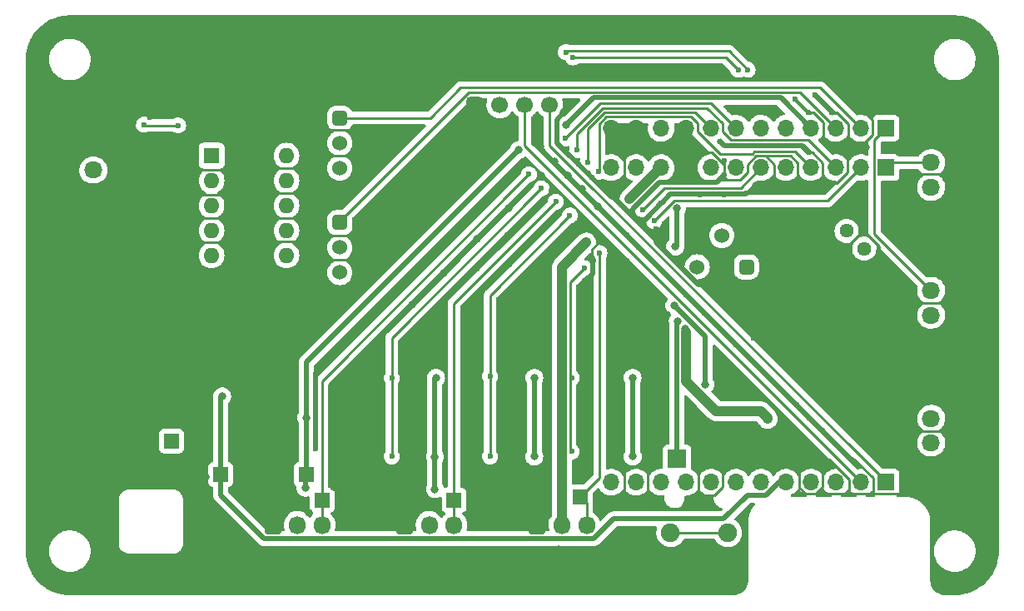
<source format=gbr>
%TF.GenerationSoftware,KiCad,Pcbnew,(6.0.11)*%
%TF.CreationDate,2024-02-29T08:25:03+09:00*%
%TF.ProjectId,Mother_UI,4d6f7468-6572-45f5-9549-2e6b69636164,rev?*%
%TF.SameCoordinates,Original*%
%TF.FileFunction,Copper,L2,Bot*%
%TF.FilePolarity,Positive*%
%FSLAX46Y46*%
G04 Gerber Fmt 4.6, Leading zero omitted, Abs format (unit mm)*
G04 Created by KiCad (PCBNEW (6.0.11)) date 2024-02-29 08:25:03*
%MOMM*%
%LPD*%
G01*
G04 APERTURE LIST*
G04 Aperture macros list*
%AMRoundRect*
0 Rectangle with rounded corners*
0 $1 Rounding radius*
0 $2 $3 $4 $5 $6 $7 $8 $9 X,Y pos of 4 corners*
0 Add a 4 corners polygon primitive as box body*
4,1,4,$2,$3,$4,$5,$6,$7,$8,$9,$2,$3,0*
0 Add four circle primitives for the rounded corners*
1,1,$1+$1,$2,$3*
1,1,$1+$1,$4,$5*
1,1,$1+$1,$6,$7*
1,1,$1+$1,$8,$9*
0 Add four rect primitives between the rounded corners*
20,1,$1+$1,$2,$3,$4,$5,0*
20,1,$1+$1,$4,$5,$6,$7,0*
20,1,$1+$1,$6,$7,$8,$9,0*
20,1,$1+$1,$8,$9,$2,$3,0*%
G04 Aperture macros list end*
%TA.AperFunction,ComponentPad*%
%ADD10RoundRect,0.381000X-0.381000X0.381000X-0.381000X-0.381000X0.381000X-0.381000X0.381000X0.381000X0*%
%TD*%
%TA.AperFunction,ComponentPad*%
%ADD11C,1.524000*%
%TD*%
%TA.AperFunction,ComponentPad*%
%ADD12RoundRect,0.250000X0.675000X-0.600000X0.675000X0.600000X-0.675000X0.600000X-0.675000X-0.600000X0*%
%TD*%
%TA.AperFunction,ComponentPad*%
%ADD13O,1.850000X1.700000*%
%TD*%
%TA.AperFunction,ComponentPad*%
%ADD14RoundRect,0.425000X-0.425000X-0.425000X0.425000X-0.425000X0.425000X0.425000X-0.425000X0.425000X0*%
%TD*%
%TA.AperFunction,ComponentPad*%
%ADD15C,1.700000*%
%TD*%
%TA.AperFunction,ComponentPad*%
%ADD16RoundRect,0.381000X-0.381000X-0.381000X0.381000X-0.381000X0.381000X0.381000X-0.381000X0.381000X0*%
%TD*%
%TA.AperFunction,ComponentPad*%
%ADD17RoundRect,0.250000X-0.600000X-0.675000X0.600000X-0.675000X0.600000X0.675000X-0.600000X0.675000X0*%
%TD*%
%TA.AperFunction,ComponentPad*%
%ADD18O,1.700000X1.850000*%
%TD*%
%TA.AperFunction,ComponentPad*%
%ADD19R,1.900000X1.900000*%
%TD*%
%TA.AperFunction,ComponentPad*%
%ADD20C,1.900000*%
%TD*%
%TA.AperFunction,ComponentPad*%
%ADD21C,1.440000*%
%TD*%
%TA.AperFunction,ComponentPad*%
%ADD22RoundRect,0.250000X-0.675000X0.600000X-0.675000X-0.600000X0.675000X-0.600000X0.675000X0.600000X0*%
%TD*%
%TA.AperFunction,ComponentPad*%
%ADD23R,1.600000X1.600000*%
%TD*%
%TA.AperFunction,ComponentPad*%
%ADD24O,1.600000X1.600000*%
%TD*%
%TA.AperFunction,ComponentPad*%
%ADD25R,1.700000X1.700000*%
%TD*%
%TA.AperFunction,ComponentPad*%
%ADD26O,1.700000X1.700000*%
%TD*%
%TA.AperFunction,SMDPad,CuDef*%
%ADD27R,1.500000X1.500000*%
%TD*%
%TA.AperFunction,ViaPad*%
%ADD28C,1.000000*%
%TD*%
%TA.AperFunction,ViaPad*%
%ADD29C,0.800000*%
%TD*%
%TA.AperFunction,ViaPad*%
%ADD30C,0.600000*%
%TD*%
%TA.AperFunction,Conductor*%
%ADD31C,1.000000*%
%TD*%
%TA.AperFunction,Conductor*%
%ADD32C,0.250000*%
%TD*%
%TA.AperFunction,Conductor*%
%ADD33C,0.500000*%
%TD*%
G04 APERTURE END LIST*
D10*
%TO.P,SW7,1,A*%
%TO.N,DAC_Amp*%
X155160000Y-96040000D03*
D11*
%TO.P,SW7,2,B*%
%TO.N,DAC*%
X152660000Y-92840000D03*
%TO.P,SW7,3,C*%
%TO.N,DAC_Jack*%
X150160000Y-96040000D03*
%TD*%
D12*
%TO.P,J7,1,Pin_1*%
%TO.N,GND*%
X173950000Y-116450000D03*
D13*
%TO.P,J7,2,Pin_2*%
%TO.N,+5V*%
X173950000Y-113950000D03*
%TO.P,J7,3,Pin_3*%
%TO.N,LEDTape3_H*%
X173950000Y-111450000D03*
%TD*%
D14*
%TO.P,U1,1,GND*%
%TO.N,GND*%
X127540000Y-79565000D03*
D15*
%TO.P,U1,2,VCC*%
%TO.N,+3.3V*%
X130080000Y-79565000D03*
%TO.P,U1,3,SCL*%
%TO.N,I2C1_SCL*%
X132620000Y-79565000D03*
%TO.P,U1,4,SDA*%
%TO.N,I2C1_SDA*%
X135160000Y-79565000D03*
%TD*%
D12*
%TO.P,J6,1,Pin_1*%
%TO.N,GND*%
X173950000Y-103450000D03*
D13*
%TO.P,J6,2,Pin_2*%
%TO.N,+5V*%
X173950000Y-100950000D03*
%TO.P,J6,3,Pin_3*%
%TO.N,LEDTape2_H*%
X173950000Y-98450000D03*
%TD*%
D16*
%TO.P,SW2,1,A*%
%TO.N,Slide_SW1*%
X113810000Y-80920000D03*
D11*
%TO.P,SW2,2,B*%
%TO.N,+3.3V*%
X113810000Y-83460000D03*
%TO.P,SW2,3,C*%
%TO.N,unconnected-(SW2-Pad3)*%
X113810000Y-86000000D03*
%TD*%
D17*
%TO.P,J2,1,Pin_1*%
%TO.N,GND*%
X107000000Y-122300000D03*
D18*
%TO.P,J2,2,Pin_2*%
%TO.N,+5V*%
X109500000Y-122300000D03*
%TO.P,J2,3,Pin_3*%
%TO.N,Sensor1*%
X112000000Y-122300000D03*
%TD*%
D19*
%TO.P,J8,R*%
%TO.N,DAC_Jack*%
X148100000Y-115580000D03*
D20*
%TO.P,J8,S*%
%TO.N,GND*%
X152600000Y-115580000D03*
%TO.P,J8,T*%
%TO.N,DAC_Jack*%
X153250000Y-123080000D03*
X147450000Y-123080000D03*
%TD*%
D17*
%TO.P,J3,1,Pin_1*%
%TO.N,GND*%
X120400000Y-122300000D03*
D18*
%TO.P,J3,2,Pin_2*%
%TO.N,+5V*%
X122900000Y-122300000D03*
%TO.P,J3,3,Pin_3*%
%TO.N,Sensor2*%
X125400000Y-122300000D03*
%TD*%
D21*
%TO.P,RV1,1,1*%
%TO.N,GND*%
X163553950Y-94190000D03*
%TO.P,RV1,2,2*%
%TO.N,Volume*%
X165350000Y-92393950D03*
%TO.P,RV1,3,3*%
%TO.N,+3.3V*%
X167146050Y-94190000D03*
%TD*%
D12*
%TO.P,J5,1,Pin_1*%
%TO.N,GND*%
X173950000Y-90450000D03*
D13*
%TO.P,J5,2,Pin_2*%
%TO.N,+5V*%
X173950000Y-87950000D03*
%TO.P,J5,3,Pin_3*%
%TO.N,LEDTape1_H*%
X173950000Y-85450000D03*
%TD*%
D22*
%TO.P,J1,1,Pin_1*%
%TO.N,GND*%
X88750000Y-83700000D03*
D13*
%TO.P,J1,2,Pin_2*%
%TO.N,Net-(J1-Pad2)*%
X88750000Y-86200000D03*
%TD*%
D17*
%TO.P,J4,1,Pin_1*%
%TO.N,GND*%
X133900000Y-122300000D03*
D18*
%TO.P,J4,2,Pin_2*%
%TO.N,+5V*%
X136400000Y-122300000D03*
%TO.P,J4,3,Pin_3*%
%TO.N,Sensor3*%
X138900000Y-122300000D03*
%TD*%
D23*
%TO.P,SW1,1*%
%TO.N,DIP_SW0*%
X100770000Y-84725000D03*
D24*
%TO.P,SW1,2*%
%TO.N,DIP_SW1*%
X100770000Y-87265000D03*
%TO.P,SW1,3*%
%TO.N,DIP_SW2*%
X100770000Y-89805000D03*
%TO.P,SW1,4*%
%TO.N,DIP_SW3*%
X100770000Y-92345000D03*
%TO.P,SW1,5*%
%TO.N,DIP_SW4*%
X100770000Y-94885000D03*
%TO.P,SW1,6*%
%TO.N,+3.3V*%
X108390000Y-94885000D03*
%TO.P,SW1,7*%
X108390000Y-92345000D03*
%TO.P,SW1,8*%
X108390000Y-89805000D03*
%TO.P,SW1,9*%
X108390000Y-87265000D03*
%TO.P,SW1,10*%
X108390000Y-84725000D03*
%TD*%
D16*
%TO.P,SW5,1,A*%
%TO.N,Slide_SW2*%
X113810000Y-91549000D03*
D11*
%TO.P,SW5,2,B*%
%TO.N,+3.3V*%
X113810000Y-94089000D03*
%TO.P,SW5,3,C*%
%TO.N,unconnected-(SW5-Pad3)*%
X113810000Y-96629000D03*
%TD*%
D25*
%TO.P,J10,1,Pin_1*%
%TO.N,LEDTape1_H*%
X169350000Y-85950000D03*
D26*
%TO.P,J10,2,Pin_2*%
%TO.N,Tact_SW2*%
X166810000Y-85950000D03*
%TO.P,J10,3,Pin_3*%
%TO.N,Tact_SW0*%
X164270000Y-85950000D03*
%TO.P,J10,4,Pin_4*%
%TO.N,Tact_SW1*%
X161730000Y-85950000D03*
%TO.P,J10,5,Pin_5*%
%TO.N,MonitorLED0*%
X159190000Y-85950000D03*
%TO.P,J10,6,Pin_6*%
%TO.N,Sensor3*%
X156650000Y-85950000D03*
%TO.P,J10,7,Pin_7*%
%TO.N,+3.3V*%
X154110000Y-85950000D03*
%TO.P,J10,8,Pin_8*%
%TO.N,DAC*%
X151570000Y-85950000D03*
%TO.P,J10,9,Pin_9*%
%TO.N,GND*%
X149030000Y-85950000D03*
%TO.P,J10,10,Pin_10*%
%TO.N,+5V*%
X146490000Y-85950000D03*
%TO.P,J10,11,Pin_11*%
%TO.N,VCC*%
X143950000Y-85950000D03*
%TO.P,J10,12,Pin_12*%
%TO.N,+3.3V*%
X141410000Y-85950000D03*
%TD*%
D27*
%TO.P,H6,1,1*%
%TO.N,Sensor2*%
X125430000Y-119770000D03*
%TD*%
%TO.P,H3,1,1*%
%TO.N,BOOT0*%
X110400000Y-117150000D03*
%TD*%
%TO.P,H5,1,1*%
%TO.N,Sensor1*%
X112000000Y-119800000D03*
%TD*%
%TO.P,H7,1,1*%
%TO.N,Sensor3*%
X138270000Y-119440000D03*
%TD*%
%TO.P,H2,1,1*%
%TO.N,NRST*%
X101700000Y-117150000D03*
%TD*%
D25*
%TO.P,J9,1,Pin_1*%
%TO.N,LEDTape2_H*%
X169350000Y-81950000D03*
D26*
%TO.P,J9,2,Pin_2*%
%TO.N,Slide_SW1*%
X166810000Y-81950000D03*
%TO.P,J9,3,Pin_3*%
%TO.N,Slide_SW2*%
X164270000Y-81950000D03*
%TO.P,J9,4,Pin_4*%
%TO.N,BOOT0*%
X161730000Y-81950000D03*
%TO.P,J9,5,Pin_5*%
%TO.N,Volume*%
X159190000Y-81950000D03*
%TO.P,J9,6,Pin_6*%
%TO.N,MonitorLED1*%
X156650000Y-81950000D03*
%TO.P,J9,7,Pin_7*%
%TO.N,Sensor1*%
X154110000Y-81950000D03*
%TO.P,J9,8,Pin_8*%
%TO.N,Sensor2*%
X151570000Y-81950000D03*
%TO.P,J9,9,Pin_9*%
%TO.N,GND*%
X149030000Y-81950000D03*
%TO.P,J9,10,Pin_10*%
%TO.N,+5V*%
X146490000Y-81950000D03*
%TO.P,J9,11,Pin_11*%
%TO.N,GND*%
X143950000Y-81950000D03*
%TO.P,J9,12,Pin_12*%
X141410000Y-81950000D03*
%TD*%
D25*
%TO.P,J11,1,Pin_1*%
%TO.N,I2C1_SDA*%
X169350000Y-117950000D03*
D26*
%TO.P,J11,2,Pin_2*%
%TO.N,I2C1_SCL*%
X166810000Y-117950000D03*
%TO.P,J11,3,Pin_3*%
%TO.N,NeoPixel_H*%
X164270000Y-117950000D03*
%TO.P,J11,4,Pin_4*%
%TO.N,LEDTape3_H*%
X161730000Y-117950000D03*
%TO.P,J11,5,Pin_5*%
%TO.N,NRST*%
X159190000Y-117950000D03*
%TO.P,J11,6,Pin_6*%
%TO.N,DIP_SW0*%
X156650000Y-117950000D03*
%TO.P,J11,7,Pin_7*%
%TO.N,DIP_SW1*%
X154110000Y-117950000D03*
%TO.P,J11,8,Pin_8*%
%TO.N,DIP_SW2*%
X151570000Y-117950000D03*
%TO.P,J11,9,Pin_9*%
%TO.N,DIP_SW3*%
X149030000Y-117950000D03*
%TO.P,J11,10,Pin_10*%
%TO.N,DIP_SW4*%
X146490000Y-117950000D03*
%TO.P,J11,11,Pin_11*%
%TO.N,PRG*%
X143950000Y-117950000D03*
%TO.P,J11,12,Pin_12*%
%TO.N,RST*%
X141410000Y-117950000D03*
%TD*%
D27*
%TO.P,H1,1,1*%
%TO.N,Net-(D20-Pad1)*%
X96700000Y-113750000D03*
%TD*%
D28*
%TO.N,+5V*%
X138878602Y-93568602D03*
X143278602Y-89161398D03*
D29*
%TO.N,GND*%
X113860000Y-120780000D03*
X86350000Y-71450000D03*
X91530000Y-101560000D03*
X126480000Y-111800000D03*
X174350000Y-76950000D03*
X161780000Y-90580000D03*
X174230000Y-119860000D03*
X116450000Y-119850000D03*
X151790000Y-95280000D03*
D30*
X139870000Y-119420000D03*
D29*
X169320000Y-87860000D03*
X83850000Y-77450000D03*
X141760000Y-111620000D03*
X158510000Y-90470000D03*
X167900000Y-105230000D03*
X176350000Y-78450000D03*
X138387537Y-70888716D03*
X132960000Y-105030000D03*
X106740000Y-94500000D03*
X154440000Y-97860000D03*
X151760000Y-120370000D03*
X142270000Y-122980000D03*
X163274240Y-70900466D03*
X97210000Y-118110000D03*
D30*
X149000000Y-98880000D03*
D29*
X132590000Y-85320000D03*
X115300000Y-82270000D03*
X153220000Y-106340000D03*
X130890000Y-92900000D03*
X89350000Y-80950000D03*
X82850000Y-81450000D03*
D30*
X82160000Y-96520000D03*
D29*
X100420000Y-111400000D03*
X127270000Y-122470000D03*
X176350000Y-121450000D03*
X140050000Y-89880000D03*
X151530000Y-124290000D03*
X94620000Y-111960000D03*
X171210000Y-82600000D03*
X169270000Y-97740000D03*
X138800000Y-109050000D03*
X168670000Y-94960000D03*
X146700000Y-99360000D03*
X154510000Y-128670000D03*
D30*
X124540000Y-105850000D03*
D29*
X94030000Y-74680000D03*
X127670000Y-96140000D03*
X145760000Y-99010000D03*
D30*
X153830000Y-83750000D03*
D29*
X158470000Y-92660000D03*
X109740000Y-85970000D03*
X130950000Y-95740000D03*
X151060000Y-128760000D03*
X82850000Y-124950000D03*
X98310000Y-123250000D03*
X143080000Y-100990000D03*
D30*
X107140000Y-77230000D03*
D29*
X166710000Y-96620000D03*
X173750000Y-96480000D03*
X99660000Y-104950000D03*
X108760000Y-111920000D03*
X130350000Y-75620000D03*
X130290000Y-111630000D03*
D30*
X145940000Y-92160000D03*
D29*
X170850000Y-116450000D03*
X166970000Y-99210000D03*
X156150000Y-87800000D03*
D30*
X91970000Y-88010000D03*
D29*
X145410000Y-122960000D03*
D30*
X154100000Y-103920000D03*
D29*
X145620000Y-120160000D03*
X157610000Y-70880000D03*
D30*
X155210000Y-88530000D03*
D29*
X121850000Y-107090000D03*
D30*
X138080000Y-85580000D03*
D29*
X170880000Y-87620000D03*
X176350000Y-128450000D03*
D30*
X145130000Y-107570000D03*
D29*
X126590000Y-102650000D03*
D30*
X163830000Y-80330000D03*
D29*
X163980000Y-105990000D03*
X108700000Y-100190000D03*
X136090000Y-124780000D03*
X114610000Y-99310000D03*
X179850000Y-82950000D03*
D30*
X146660000Y-100220000D03*
D29*
X104520000Y-82340000D03*
D30*
X91980000Y-85180000D03*
D29*
X108490000Y-118360000D03*
X94620000Y-108390000D03*
X179280000Y-80040000D03*
X166330000Y-78720000D03*
X143980000Y-76190000D03*
X145640000Y-110640000D03*
X102650000Y-85820000D03*
X125310000Y-76160000D03*
X98490000Y-113020000D03*
D30*
X113008861Y-129058806D03*
D29*
X131090000Y-119080000D03*
X116500000Y-107310000D03*
D30*
X152935000Y-88705000D03*
D29*
X149000000Y-120350000D03*
X162140000Y-87630000D03*
X165570000Y-112210000D03*
D30*
X152935000Y-85225000D03*
D29*
X168300000Y-115270000D03*
X101610000Y-126950000D03*
X131150000Y-102550000D03*
D30*
X165860000Y-115640000D03*
D29*
X162740000Y-96690000D03*
X104130000Y-87340000D03*
X138760000Y-97490000D03*
X125330000Y-81750000D03*
X131260000Y-82850000D03*
X101820000Y-122700000D03*
X83850000Y-122450000D03*
D30*
X162880000Y-112700000D03*
D29*
X134810000Y-111660000D03*
X128060000Y-111830000D03*
X99260000Y-91070000D03*
X172520000Y-71090000D03*
X104420000Y-98020000D03*
X130300000Y-109040000D03*
D30*
X158710000Y-80420000D03*
D29*
X141480000Y-94240000D03*
X141540000Y-107190000D03*
X166630000Y-80140000D03*
X118000000Y-109230000D03*
X173850000Y-72450000D03*
X98640000Y-79770000D03*
X134220000Y-83770000D03*
D30*
X144200000Y-94060000D03*
D29*
X98350000Y-127170000D03*
D30*
X160150000Y-78990000D03*
D29*
X162760000Y-115620000D03*
X117280000Y-122400000D03*
D30*
X136870000Y-84080000D03*
D29*
X117740000Y-85450000D03*
X127930000Y-99090000D03*
X126590000Y-87270000D03*
X94210000Y-118150000D03*
X124360000Y-96690000D03*
D30*
X134330740Y-129058806D03*
D29*
X134870000Y-108990000D03*
X131369929Y-70900459D03*
X133980000Y-92690000D03*
D30*
X153740000Y-76910000D03*
D29*
X107620000Y-124830000D03*
X112350000Y-92830000D03*
X141360000Y-100030000D03*
X117820000Y-100130000D03*
D30*
X140009933Y-129058806D03*
D29*
X166640000Y-90050000D03*
X159060000Y-100770000D03*
X143920000Y-96550000D03*
X153340000Y-113050000D03*
X144080000Y-84150000D03*
X137030000Y-89610000D03*
D30*
X148610000Y-88670000D03*
X92070000Y-87280000D03*
D29*
X106980000Y-86010000D03*
X112240000Y-127180000D03*
D30*
X82190000Y-92220000D03*
X124510000Y-104820000D03*
D29*
X143500000Y-105400000D03*
X126180000Y-91790000D03*
X86350000Y-78450000D03*
X103150000Y-118880000D03*
X169400000Y-101980000D03*
D30*
X92010000Y-83890000D03*
D29*
X106050000Y-102050000D03*
X108830000Y-70900000D03*
X85070000Y-97760000D03*
X138660000Y-102640000D03*
X169300000Y-92150000D03*
X149280000Y-111500000D03*
X90930000Y-121620000D03*
X150920000Y-111760000D03*
X94620000Y-98130000D03*
D30*
X97540000Y-88960000D03*
D29*
X137950000Y-75930000D03*
D30*
X135890000Y-82590000D03*
D29*
X110670000Y-121090000D03*
X88850000Y-72450000D03*
X88850000Y-127450000D03*
X178850000Y-72450000D03*
X149640000Y-126550000D03*
X169410000Y-84000000D03*
D30*
X129640000Y-124690000D03*
X139440000Y-86900000D03*
D29*
X91510000Y-98180000D03*
X106930000Y-88570000D03*
X91060000Y-93340000D03*
D30*
X103640000Y-129100000D03*
D29*
X177100000Y-116200000D03*
X178850000Y-77450000D03*
X120400000Y-103920000D03*
D30*
X123636589Y-129058806D03*
D29*
X138700000Y-100030000D03*
D30*
X163660000Y-87570000D03*
D29*
X164700000Y-89910000D03*
X159840000Y-88290000D03*
X130310000Y-99470000D03*
X94630000Y-104890000D03*
X104040000Y-91890000D03*
X104560000Y-107640000D03*
X130950000Y-90070000D03*
X153300000Y-95220000D03*
X106580000Y-118690000D03*
D30*
X162900000Y-88370000D03*
D29*
X138430000Y-88080000D03*
X112320000Y-95300000D03*
X154830000Y-121600000D03*
X126590000Y-109060000D03*
X138470000Y-91460000D03*
X168560000Y-80080000D03*
X145780000Y-127100000D03*
X82850000Y-74950000D03*
X82850000Y-114950000D03*
X172010000Y-98120000D03*
X180100000Y-118950000D03*
X115400000Y-97500000D03*
X98450000Y-93110000D03*
X161680000Y-92760000D03*
X141410000Y-103150000D03*
X136605000Y-80345000D03*
X138770000Y-111790000D03*
X164960000Y-76630000D03*
X134280000Y-86730000D03*
D30*
X83970000Y-89930000D03*
D29*
X171490000Y-94060000D03*
X82390000Y-99430000D03*
X124220000Y-99770000D03*
D30*
X97320000Y-109260000D03*
D29*
X134770000Y-119090000D03*
D30*
X161540000Y-111380000D03*
D29*
X94850000Y-77450000D03*
X122860000Y-87990000D03*
X91450000Y-111950000D03*
X121970000Y-91820000D03*
D30*
X119550000Y-101460000D03*
D29*
X120140000Y-111730000D03*
D30*
X148990000Y-94810000D03*
D29*
X86350000Y-128450000D03*
X93850000Y-70950000D03*
X122410000Y-119720000D03*
X142600000Y-98330000D03*
X179850000Y-110450000D03*
X165390000Y-94140000D03*
D30*
X126860000Y-124700000D03*
D29*
X128030000Y-109090000D03*
X113240000Y-118440000D03*
X117920000Y-103410000D03*
X88850000Y-122450000D03*
X133320000Y-90470000D03*
X109860000Y-91040000D03*
X98590000Y-109960000D03*
D30*
X142970000Y-92790000D03*
D29*
X109830000Y-88560000D03*
X145220000Y-72880000D03*
X120240000Y-109010000D03*
X91370000Y-95230000D03*
D30*
X83020000Y-93250000D03*
D29*
X88850000Y-77450000D03*
X114600000Y-106670000D03*
X126510000Y-105080000D03*
X172480000Y-84200000D03*
X100850000Y-70950000D03*
X122190000Y-110440000D03*
X155480000Y-80140000D03*
X149280000Y-91650000D03*
X160620000Y-116420000D03*
X172360000Y-99460000D03*
X135590000Y-88180000D03*
D30*
X150470000Y-88680000D03*
D29*
X97960000Y-115300000D03*
X179850000Y-103450000D03*
X157560000Y-76560000D03*
X132330000Y-108930000D03*
X87850000Y-99450000D03*
X120560000Y-77740000D03*
X174090000Y-109640000D03*
X159210000Y-115370000D03*
X105620000Y-115410000D03*
X127320000Y-107130000D03*
X168350000Y-70950000D03*
X122890000Y-95110000D03*
X113810000Y-89650000D03*
X150510000Y-92820000D03*
X116490000Y-111780000D03*
X179850000Y-124950000D03*
X123730000Y-120640000D03*
X129090000Y-88820000D03*
D30*
X97370000Y-105950000D03*
D29*
X141380000Y-97140000D03*
X167070000Y-92380000D03*
X121170000Y-99850000D03*
X103610000Y-74840000D03*
X98520000Y-106540000D03*
X145490000Y-103120000D03*
X179850000Y-96950000D03*
X118880000Y-88680000D03*
X83850000Y-72450000D03*
X168270000Y-113000000D03*
X116113896Y-70900459D03*
D30*
X82190000Y-94000000D03*
D29*
X85000000Y-85280000D03*
D30*
X92610000Y-81750000D03*
D29*
X177160000Y-118670000D03*
X91530000Y-108350000D03*
X140860000Y-72900000D03*
X151370000Y-97880000D03*
X154370000Y-100270000D03*
X106810000Y-91110000D03*
X124140000Y-102490000D03*
X113060000Y-115700000D03*
X171720000Y-111840000D03*
D30*
X109310000Y-74990000D03*
X145160000Y-106200000D03*
X123740000Y-124680000D03*
D29*
X89850000Y-128950000D03*
X134860000Y-97180000D03*
X87850000Y-119950000D03*
X149930000Y-110720000D03*
X179850000Y-89950000D03*
X156280000Y-112430000D03*
X138770000Y-105280000D03*
D30*
X155910000Y-103300000D03*
D29*
X174080000Y-93910000D03*
X87390000Y-95890000D03*
X137030000Y-86760000D03*
X140000000Y-127090000D03*
D30*
X139594876Y-95370000D03*
X120690000Y-124690000D03*
D29*
X103060000Y-114020000D03*
X172100000Y-114950000D03*
X103400000Y-115860000D03*
X113950000Y-77310000D03*
X106810000Y-109700000D03*
X162800000Y-109660000D03*
X160890000Y-107680000D03*
X143710000Y-125130000D03*
X123856620Y-70900459D03*
X110370000Y-92830000D03*
D30*
X97460000Y-85490000D03*
D29*
X82390000Y-109530000D03*
D30*
X118650000Y-127270000D03*
D29*
X94610000Y-87910000D03*
X98400000Y-86250000D03*
X118470000Y-92150000D03*
X170400000Y-73310000D03*
X166270000Y-108700000D03*
D30*
X92800000Y-85190000D03*
X97380000Y-99120000D03*
X111340000Y-114510000D03*
D29*
X171150000Y-105610000D03*
X122210000Y-111810000D03*
X122450000Y-79770000D03*
X162670000Y-76590000D03*
X155560000Y-115100000D03*
X158060000Y-87400000D03*
X152870000Y-90720000D03*
D30*
X124490000Y-111850000D03*
D29*
X115120000Y-84710000D03*
X118290000Y-75750000D03*
X141850000Y-109390000D03*
X117880000Y-96240000D03*
X104580000Y-80070000D03*
D30*
X148960000Y-124120000D03*
D29*
X100760000Y-77820000D03*
X150250000Y-119310000D03*
X109900000Y-95930000D03*
D30*
X125500000Y-127290000D03*
D29*
X141670000Y-88240000D03*
X109920000Y-124850000D03*
X86350000Y-121450000D03*
X162480000Y-99460000D03*
X171220000Y-89990000D03*
X146150000Y-76250000D03*
X153410000Y-108080000D03*
X98420000Y-89590000D03*
X91020000Y-116760000D03*
X108110000Y-79170000D03*
X153470000Y-79960000D03*
X101150000Y-82810000D03*
X127930000Y-102570000D03*
X133780000Y-80860000D03*
X156860000Y-95260000D03*
X154470000Y-125040000D03*
X114650000Y-103400000D03*
X98450000Y-103210000D03*
X112290000Y-84750000D03*
X113080000Y-87580000D03*
X165220000Y-102330000D03*
X152200000Y-104930000D03*
X94630000Y-94770000D03*
X152200000Y-108580000D03*
X134910000Y-94950000D03*
X156920000Y-100020000D03*
X160010000Y-112790000D03*
X131360000Y-80970000D03*
X141130000Y-120340000D03*
D30*
X108586570Y-129099606D03*
D29*
X167270000Y-83920000D03*
D30*
X160240000Y-110050000D03*
X86100000Y-90700000D03*
D29*
X179850000Y-114950000D03*
X98600000Y-99790000D03*
X117880000Y-111810000D03*
D30*
X118488783Y-129058806D03*
X97510000Y-92330000D03*
D29*
X174340000Y-123360000D03*
X174350000Y-127450000D03*
X174080000Y-106440000D03*
D30*
X92030000Y-80970000D03*
D29*
X151260000Y-113980000D03*
X143610000Y-103350000D03*
X111910000Y-96880000D03*
X135640000Y-85360000D03*
X127790000Y-93180000D03*
X98430000Y-82780000D03*
D30*
X150870000Y-100710000D03*
D29*
X87850000Y-114950000D03*
X162670000Y-102870000D03*
D30*
X140120000Y-120880000D03*
X144430000Y-91320000D03*
D29*
X82850000Y-119950000D03*
X172260000Y-86620000D03*
X111620000Y-75610000D03*
D30*
X144660000Y-108990000D03*
D29*
X158950000Y-103450000D03*
X121530000Y-82140000D03*
X160570000Y-105070000D03*
X100160000Y-117410000D03*
X155280000Y-92840000D03*
X178850000Y-127450000D03*
X132320000Y-111800000D03*
X134110000Y-102550000D03*
X108040000Y-82880000D03*
X134900000Y-105540000D03*
X115500000Y-93010000D03*
X114580000Y-108700000D03*
X106670000Y-74660000D03*
X145160000Y-111660000D03*
X179850000Y-74950000D03*
D30*
X147084015Y-129058806D03*
D29*
X102340000Y-95860000D03*
X127180000Y-118990000D03*
D30*
X161440000Y-80310000D03*
X147120000Y-100840000D03*
D29*
X161080000Y-95310000D03*
X157940000Y-116420000D03*
D30*
X124520000Y-108920000D03*
X132200000Y-124700000D03*
D29*
X150270000Y-90600000D03*
X108730000Y-106500000D03*
X159230000Y-97930000D03*
X145250000Y-71030000D03*
X89850000Y-74950000D03*
X134850000Y-100670000D03*
X158910000Y-111720000D03*
X130800000Y-122510000D03*
X155250000Y-90450000D03*
X140080000Y-124870000D03*
X94620000Y-91300000D03*
X82350000Y-89450000D03*
D30*
X116980000Y-124690000D03*
D29*
X151250000Y-71010000D03*
X130220000Y-105680000D03*
D30*
X146510000Y-89580000D03*
D29*
X98450000Y-96370000D03*
D30*
X92010000Y-90720000D03*
D29*
X123190000Y-84400000D03*
X171350000Y-118950000D03*
X103400000Y-104850000D03*
D30*
X94520000Y-80820000D03*
D29*
X122360000Y-104460000D03*
X94620000Y-101400000D03*
X137280000Y-79360000D03*
X106150000Y-126990000D03*
D30*
X133540000Y-127200000D03*
D29*
X94630000Y-114860000D03*
X112240000Y-82080000D03*
D30*
X145440000Y-92710000D03*
D29*
X178850000Y-122450000D03*
X128010000Y-105100000D03*
X115410000Y-79640000D03*
X117900000Y-105600000D03*
X91080000Y-126840000D03*
X149450000Y-72910000D03*
X176350000Y-71450000D03*
D30*
X128884030Y-129058806D03*
D29*
X113910000Y-122340000D03*
X94620000Y-125750000D03*
D30*
X152490000Y-83320000D03*
X162100000Y-78550000D03*
D29*
X172850000Y-74950000D03*
X106560000Y-98410000D03*
X132020000Y-107410000D03*
X97600000Y-74450000D03*
D30*
X161510000Y-84430000D03*
D29*
X166820000Y-87880000D03*
X102880000Y-78240000D03*
X99560000Y-98010000D03*
X169490000Y-108670000D03*
D30*
X113860000Y-124680000D03*
D29*
X152240000Y-107090000D03*
X119790000Y-98100000D03*
D30*
X97430000Y-95730000D03*
D29*
X152680000Y-99400000D03*
D30*
X155350000Y-83750000D03*
D29*
X91510000Y-104940000D03*
X126670000Y-100370000D03*
D30*
X146040000Y-99720000D03*
X98590000Y-129110000D03*
X97440000Y-102570000D03*
D29*
X122920000Y-101230000D03*
X142930000Y-95530000D03*
X103310000Y-99830000D03*
X142770000Y-84670000D03*
X150610000Y-84400000D03*
X138750000Y-76700000D03*
X83850000Y-127450000D03*
X82540000Y-104580000D03*
X163560000Y-83840000D03*
X132760000Y-97860000D03*
D30*
X152935000Y-86655000D03*
D29*
X94610000Y-84700000D03*
X127860000Y-82760000D03*
%TO.N,+3.3V*%
X143590000Y-107330000D03*
X123600000Y-107330000D03*
X133600000Y-107330000D03*
X123480000Y-115370000D03*
X123480000Y-118649500D03*
X143600000Y-115330000D03*
X133600000Y-115330000D03*
D30*
%TO.N,Tact_SW0*%
X134300000Y-88050000D03*
X119100000Y-115330000D03*
X119100000Y-107370000D03*
X137890000Y-84170000D03*
%TO.N,Tact_SW1*%
X129100000Y-107180000D03*
X137205000Y-90815000D03*
X140126727Y-86367573D03*
X129100000Y-115330000D03*
%TO.N,Tact_SW2*%
X137399500Y-114829500D03*
X145777279Y-91377233D03*
X138679977Y-96169977D03*
X137399500Y-107330000D03*
D29*
%TO.N,VCC*%
X148089555Y-90089555D03*
X147802701Y-99967299D03*
X150970000Y-107990000D03*
X147915000Y-93985000D03*
%TO.N,GNDA*%
X150750000Y-109380000D03*
D28*
X156616026Y-110723700D03*
D29*
X148949500Y-103160000D03*
X148952263Y-102318236D03*
D28*
X157310000Y-111500000D03*
D29*
%TO.N,NRST*%
X101700000Y-117150000D03*
X101850000Y-109200000D03*
D30*
%TO.N,Net-(D18-Pad1)*%
X97370681Y-81652216D03*
X93885890Y-81585496D03*
%TO.N,Net-(D20-Pad1)*%
X96710000Y-114130000D03*
D29*
%TO.N,BOOT0*%
X110400000Y-111370000D03*
X136798414Y-81638414D03*
X132013708Y-84156624D03*
X110320000Y-118500000D03*
D30*
%TO.N,Sensor1*%
X136710000Y-82980000D03*
X133050000Y-86640000D03*
%TO.N,Sensor2*%
X135770000Y-89420000D03*
X139000000Y-85420000D03*
%TO.N,Sensor3*%
X140219376Y-94630579D03*
X144625000Y-90224954D03*
D29*
%TO.N,DAC_Jack*%
X148192462Y-101558436D03*
D30*
%TO.N,MonitorLED0*%
X136803524Y-74199500D03*
X155290000Y-76000500D03*
%TO.N,MonitorLED1*%
X137519262Y-74740738D03*
X154330000Y-76000500D03*
%TD*%
D31*
%TO.N,+5V*%
X143278602Y-89161398D02*
X146490000Y-85950000D01*
X136400000Y-96047204D02*
X136400000Y-122300000D01*
X138878602Y-93568602D02*
X136400000Y-96047204D01*
D32*
%TO.N,GND*%
X106980000Y-86010000D02*
X109700000Y-86010000D01*
X165390000Y-94060000D02*
X167070000Y-92380000D01*
X168065000Y-117543299D02*
X168065000Y-119125000D01*
X160555000Y-118485000D02*
X161195000Y-119125000D01*
X142770000Y-87140000D02*
X141670000Y-88240000D01*
D33*
X111340000Y-114510000D02*
X111340000Y-106810000D01*
D32*
X98420000Y-89590000D02*
X98530000Y-89590000D01*
X172260000Y-86620000D02*
X172265000Y-86625000D01*
X151230000Y-115580000D02*
X152600000Y-115580000D01*
X102090000Y-89140000D02*
X102090000Y-90520000D01*
D33*
X114650000Y-103500000D02*
X114650000Y-103400000D01*
D32*
X101630000Y-88680000D02*
X102090000Y-89140000D01*
X115110000Y-82080000D02*
X115300000Y-82270000D01*
X112320000Y-95300000D02*
X116940000Y-95300000D01*
X165335000Y-119125000D02*
X168065000Y-119125000D01*
D33*
X144230000Y-91320000D02*
X144430000Y-91320000D01*
D32*
X160620000Y-116890000D02*
X160555000Y-116955000D01*
X160365000Y-87155000D02*
X160365000Y-85463299D01*
X158015000Y-87355000D02*
X158015000Y-85640000D01*
X162970000Y-81338299D02*
X162970000Y-83250000D01*
X167985000Y-82655000D02*
X167985000Y-81055000D01*
X172360000Y-99460000D02*
X172720000Y-99460000D01*
X164380000Y-83840000D02*
X165445000Y-84905000D01*
X160365000Y-85463299D02*
X159676701Y-84775000D01*
D33*
X135890000Y-83430000D02*
X141460000Y-89000000D01*
D32*
X141130000Y-120340000D02*
X141390000Y-120340000D01*
D33*
X141670000Y-88240000D02*
X141670000Y-89000000D01*
D32*
X152506701Y-85225000D02*
X152935000Y-85653299D01*
D33*
X147420000Y-88670000D02*
X146520000Y-89570000D01*
D32*
X152935000Y-85905000D02*
X152935000Y-86165000D01*
X164311701Y-87570000D02*
X163660000Y-87570000D01*
X178410000Y-89950000D02*
X179850000Y-89950000D01*
X99440000Y-88680000D02*
X101630000Y-88680000D01*
X152745000Y-115725000D02*
X152745000Y-118445000D01*
X152935000Y-86165000D02*
X152935000Y-86655000D01*
X172720000Y-99460000D02*
X172940000Y-99680000D01*
X139430000Y-94890000D02*
X139430000Y-94300000D01*
X163560000Y-83840000D02*
X164380000Y-83840000D01*
D33*
X148610000Y-88670000D02*
X147420000Y-88670000D01*
D32*
X163830000Y-80330000D02*
X164311701Y-80330000D01*
X154551701Y-87170000D02*
X152670000Y-87170000D01*
D33*
X141670000Y-89000000D02*
X143990000Y-91320000D01*
D32*
X171175000Y-119125000D02*
X171350000Y-118950000D01*
X162235000Y-119125000D02*
X162920000Y-118440000D01*
X106740000Y-94340000D02*
X107610000Y-93470000D01*
X175995000Y-112775000D02*
X178170000Y-114950000D01*
X165445000Y-84905000D02*
X165445000Y-86436701D01*
X161510000Y-84430000D02*
X161871701Y-84430000D01*
X163610000Y-115620000D02*
X165635000Y-117645000D01*
X161440000Y-80310000D02*
X161941701Y-80310000D01*
X155285000Y-85653299D02*
X155285000Y-86436701D01*
X152670000Y-87170000D02*
X152545000Y-87045000D01*
X150610000Y-84400000D02*
X151681701Y-84400000D01*
D33*
X150285973Y-97880000D02*
X151370000Y-97880000D01*
D32*
X102360000Y-93570000D02*
X104040000Y-91890000D01*
X158060000Y-87400000D02*
X158015000Y-87355000D01*
D33*
X155070000Y-88670000D02*
X155210000Y-88530000D01*
X152155000Y-87435000D02*
X146348502Y-87435000D01*
D32*
X165530000Y-81548299D02*
X165530000Y-83030000D01*
X162905000Y-86865000D02*
X162140000Y-87630000D01*
X142770000Y-84670000D02*
X142770000Y-87140000D01*
D33*
X152935000Y-86655000D02*
X152545000Y-87045000D01*
D32*
X167070000Y-80140000D02*
X166630000Y-80140000D01*
X140080000Y-93650000D02*
X140890000Y-93650000D01*
X150250000Y-116560000D02*
X151230000Y-115580000D01*
D33*
X143613502Y-90156498D02*
X143613502Y-90703502D01*
X138760000Y-97490000D02*
X139500000Y-96750000D01*
D32*
X165390000Y-94140000D02*
X165390000Y-94060000D01*
D33*
X146510000Y-89580000D02*
X145000000Y-91090000D01*
D32*
X168065000Y-119125000D02*
X171175000Y-119125000D01*
X166161701Y-115640000D02*
X168065000Y-117543299D01*
X165635000Y-118825000D02*
X165335000Y-119125000D01*
X140890000Y-93650000D02*
X141480000Y-94240000D01*
X139594876Y-95054876D02*
X139430000Y-94890000D01*
D33*
X111340000Y-106810000D02*
X114650000Y-103500000D01*
D32*
X98530000Y-89590000D02*
X99440000Y-88680000D01*
X165335000Y-119125000D02*
X162235000Y-119125000D01*
X115320000Y-92830000D02*
X115500000Y-93010000D01*
X109790000Y-91110000D02*
X109860000Y-91040000D01*
D33*
X143672104Y-90111398D02*
X143658602Y-90111398D01*
D32*
X161871701Y-84430000D02*
X162905000Y-85463299D01*
D33*
X152490000Y-83320000D02*
X152920000Y-83750000D01*
D32*
X172265000Y-86625000D02*
X175085000Y-86625000D01*
X141390000Y-120340000D02*
X142775000Y-118955000D01*
X151880000Y-119310000D02*
X150250000Y-119310000D01*
D33*
X145000000Y-91090000D02*
X145000000Y-91093851D01*
D32*
X165990000Y-83490000D02*
X167150000Y-83490000D01*
X165860000Y-115640000D02*
X166161701Y-115640000D01*
X167150000Y-83490000D02*
X167985000Y-82655000D01*
X152745000Y-118445000D02*
X151880000Y-119310000D01*
X157150000Y-84775000D02*
X156163299Y-84775000D01*
X99390000Y-93110000D02*
X99850000Y-93570000D01*
X115080000Y-84750000D02*
X115120000Y-84710000D01*
X152935000Y-85653299D02*
X152935000Y-85905000D01*
D33*
X160830000Y-83750000D02*
X161510000Y-84430000D01*
D32*
X161941701Y-80310000D02*
X162970000Y-81338299D01*
D33*
X143990000Y-91320000D02*
X144430000Y-91320000D01*
D32*
X145160000Y-111660000D02*
X145160000Y-119700000D01*
D33*
X146348502Y-87435000D02*
X143672104Y-90111398D01*
D32*
X109820000Y-88570000D02*
X109830000Y-88560000D01*
X116940000Y-95300000D02*
X117880000Y-96240000D01*
D33*
X135890000Y-81060000D02*
X135890000Y-82590000D01*
D32*
X165635000Y-117645000D02*
X165635000Y-118825000D01*
X160555000Y-116955000D02*
X160555000Y-118485000D01*
X102090000Y-90520000D02*
X101540000Y-91070000D01*
X99850000Y-93570000D02*
X102360000Y-93570000D01*
X109700000Y-86010000D02*
X109740000Y-85970000D01*
X98450000Y-93110000D02*
X99390000Y-93110000D01*
D33*
X144773851Y-91320000D02*
X144430000Y-91320000D01*
D32*
X164311701Y-80330000D02*
X165530000Y-81548299D01*
X112290000Y-84750000D02*
X115080000Y-84750000D01*
X150250000Y-119310000D02*
X150250000Y-116560000D01*
X159840000Y-87680000D02*
X160365000Y-87155000D01*
X165445000Y-86436701D02*
X164311701Y-87570000D01*
D33*
X152920000Y-83750000D02*
X160830000Y-83750000D01*
D32*
X106740000Y-94500000D02*
X106740000Y-94340000D01*
D33*
X136605000Y-80345000D02*
X135890000Y-81060000D01*
D32*
X155285000Y-86436701D02*
X154551701Y-87170000D01*
X162760000Y-115620000D02*
X163610000Y-115620000D01*
X161195000Y-119125000D02*
X162235000Y-119125000D01*
X171720000Y-111840000D02*
X171990000Y-111840000D01*
D33*
X135890000Y-82590000D02*
X135890000Y-83430000D01*
D32*
X162905000Y-85463299D02*
X162905000Y-86865000D01*
D33*
X143658602Y-90111398D02*
X143613502Y-90156498D01*
D32*
X162920000Y-118440000D02*
X162920000Y-115780000D01*
D33*
X145000000Y-91093851D02*
X144773851Y-91320000D01*
D32*
X159676701Y-84775000D02*
X157150000Y-84775000D01*
X141760000Y-115700000D02*
X141760000Y-111620000D01*
D33*
X141460000Y-89000000D02*
X141670000Y-89000000D01*
D32*
X107610000Y-93470000D02*
X109730000Y-93470000D01*
X175085000Y-86625000D02*
X178410000Y-89950000D01*
X167985000Y-81055000D02*
X167070000Y-80140000D01*
X142775000Y-118955000D02*
X142775000Y-116715000D01*
X102330000Y-86140000D02*
X102650000Y-85820000D01*
X106930000Y-88570000D02*
X109820000Y-88570000D01*
X158015000Y-85640000D02*
X157150000Y-84775000D01*
X98400000Y-86250000D02*
X98510000Y-86140000D01*
X172940000Y-99680000D02*
X176080000Y-99680000D01*
D33*
X143613502Y-90703502D02*
X144230000Y-91320000D01*
D32*
X172925000Y-112775000D02*
X175995000Y-112775000D01*
X176080000Y-99680000D02*
X179850000Y-103450000D01*
X152506701Y-85225000D02*
X152935000Y-85225000D01*
X151681701Y-84400000D02*
X152506701Y-85225000D01*
X178170000Y-114950000D02*
X179850000Y-114950000D01*
X168670000Y-94960000D02*
X168670000Y-93980000D01*
D33*
X146520000Y-89570000D02*
X146510000Y-89580000D01*
D32*
X159840000Y-88290000D02*
X159840000Y-87680000D01*
X152600000Y-115580000D02*
X152745000Y-115725000D01*
X145160000Y-119700000D02*
X145620000Y-120160000D01*
X98510000Y-86140000D02*
X102330000Y-86140000D01*
D33*
X145940000Y-92160000D02*
X145940000Y-93534027D01*
D32*
X142775000Y-116715000D02*
X141760000Y-115700000D01*
X139430000Y-94300000D02*
X140080000Y-93650000D01*
X165530000Y-83030000D02*
X165990000Y-83490000D01*
X106810000Y-91110000D02*
X109790000Y-91110000D01*
X156163299Y-84775000D02*
X155285000Y-85653299D01*
X101540000Y-91070000D02*
X99260000Y-91070000D01*
X112350000Y-92830000D02*
X115320000Y-92830000D01*
D33*
X145940000Y-93534027D02*
X150285973Y-97880000D01*
X148610000Y-88670000D02*
X155070000Y-88670000D01*
D32*
X152935000Y-85225000D02*
X152935000Y-85905000D01*
X160620000Y-116420000D02*
X160620000Y-116890000D01*
D33*
X139500000Y-96750000D02*
X139500000Y-95464876D01*
D32*
X162970000Y-83250000D02*
X163560000Y-83840000D01*
X109730000Y-93470000D02*
X110370000Y-92830000D01*
X112240000Y-82080000D02*
X115110000Y-82080000D01*
X168670000Y-93980000D02*
X167070000Y-92380000D01*
X139594876Y-95370000D02*
X139594876Y-95054876D01*
X171990000Y-111840000D02*
X172925000Y-112775000D01*
X162920000Y-115780000D02*
X162760000Y-115620000D01*
D33*
X152545000Y-87045000D02*
X152155000Y-87435000D01*
X139500000Y-95464876D02*
X139594876Y-95370000D01*
%TO.N,+3.3V*%
X123480000Y-107450000D02*
X123600000Y-107330000D01*
X123480000Y-115370000D02*
X123480000Y-107450000D01*
X143590000Y-115320000D02*
X143600000Y-115330000D01*
X143590000Y-107330000D02*
X143590000Y-115320000D01*
X123480000Y-118649500D02*
X123480000Y-115370000D01*
X133600000Y-107330000D02*
X133600000Y-115330000D01*
D32*
%TO.N,Tact_SW0*%
X134300000Y-88050000D02*
X119100000Y-103250000D01*
X137890000Y-84170000D02*
X137890000Y-82535507D01*
X119100000Y-103250000D02*
X119100000Y-107370000D01*
X119100000Y-115330000D02*
X119100000Y-107370000D01*
X161445000Y-83125000D02*
X164270000Y-85950000D01*
X152745000Y-81463299D02*
X152745000Y-82246701D01*
X140550507Y-79875000D02*
X151156701Y-79875000D01*
X153623299Y-83125000D02*
X161445000Y-83125000D01*
X152745000Y-82246701D02*
X153623299Y-83125000D01*
X137890000Y-82535507D02*
X140550507Y-79875000D01*
X151156701Y-79875000D02*
X152745000Y-81463299D01*
%TO.N,Tact_SW1*%
X129100000Y-98920000D02*
X129100000Y-107180000D01*
X152490000Y-84540000D02*
X155761903Y-84540000D01*
X140126727Y-86367573D02*
X140190000Y-86304300D01*
X149516701Y-80775000D02*
X150205000Y-81463299D01*
X155761903Y-84540000D02*
X155976903Y-84325000D01*
X129100000Y-115330000D02*
X129100000Y-107180000D01*
X150205000Y-81463299D02*
X150205000Y-82255000D01*
X137205000Y-90815000D02*
X129100000Y-98920000D01*
X140190000Y-86304300D02*
X140190000Y-81508299D01*
X150205000Y-82255000D02*
X152490000Y-84540000D01*
X155976903Y-84325000D02*
X160105000Y-84325000D01*
X140190000Y-81508299D02*
X140923299Y-80775000D01*
X160105000Y-84325000D02*
X161730000Y-85950000D01*
X140923299Y-80775000D02*
X149516701Y-80775000D01*
%TO.N,Tact_SW2*%
X163415402Y-89344598D02*
X166810000Y-85950000D01*
X137225000Y-97624954D02*
X137225000Y-107155500D01*
X145777279Y-91377233D02*
X147809914Y-89344598D01*
X138679977Y-96169977D02*
X137225000Y-97624954D01*
X137225000Y-114655000D02*
X137225000Y-107504500D01*
X137225000Y-107155500D02*
X137399500Y-107330000D01*
X137399500Y-114829500D02*
X137225000Y-114655000D01*
X147809914Y-89344598D02*
X163415402Y-89344598D01*
X137225000Y-107504500D02*
X137399500Y-107330000D01*
D33*
%TO.N,VCC*%
X148089555Y-90089555D02*
X148089555Y-93810445D01*
X148089555Y-93810445D02*
X147915000Y-93985000D01*
X147802701Y-99967299D02*
X150970000Y-103134598D01*
X150970000Y-103134598D02*
X150970000Y-107990000D01*
D31*
%TO.N,GNDA*%
X157310000Y-111417674D02*
X156616026Y-110723700D01*
X152093700Y-110723700D02*
X150750000Y-109380000D01*
X150750000Y-109380000D02*
X150740000Y-109380000D01*
X156616026Y-110723700D02*
X152093700Y-110723700D01*
X150740000Y-109380000D02*
X149050000Y-107690000D01*
D33*
X148952263Y-102318236D02*
X148952263Y-103157237D01*
X148952263Y-103157237D02*
X148949500Y-103160000D01*
D31*
X157310000Y-111500000D02*
X157310000Y-111417674D01*
X149050000Y-107690000D02*
X149050000Y-102710000D01*
D33*
%TO.N,NRST*%
X157178478Y-119260000D02*
X155270000Y-119260000D01*
X158488478Y-117950000D02*
X157178478Y-119260000D01*
X155270000Y-119260000D02*
X152850000Y-121680000D01*
X159190000Y-117950000D02*
X158488478Y-117950000D01*
X152850000Y-121680000D02*
X141650000Y-121680000D01*
X101700000Y-109350000D02*
X101850000Y-109200000D01*
X101700000Y-118550000D02*
X101700000Y-117150000D01*
X139655000Y-123675000D02*
X106110051Y-123675000D01*
X141650000Y-121680000D02*
X139655000Y-123675000D01*
X106110051Y-123675000D02*
X101700000Y-119264949D01*
X101700000Y-119264949D02*
X101700000Y-118550000D01*
X101700000Y-117150000D02*
X101700000Y-109350000D01*
D32*
%TO.N,Net-(D18-Pad1)*%
X93885890Y-81585496D02*
X93952610Y-81652216D01*
X93952610Y-81652216D02*
X97370681Y-81652216D01*
D33*
%TO.N,BOOT0*%
X110400000Y-105770332D02*
X132013708Y-84156624D01*
X110320000Y-118500000D02*
X110320000Y-117230000D01*
X110400000Y-117150000D02*
X110400000Y-111370000D01*
X110320000Y-117230000D02*
X110400000Y-117150000D01*
X158630000Y-78850000D02*
X161730000Y-81950000D01*
X110400000Y-110460000D02*
X110400000Y-105770332D01*
X136798414Y-81638414D02*
X139586828Y-78850000D01*
X139586828Y-78850000D02*
X158630000Y-78850000D01*
X110400000Y-111370000D02*
X110400000Y-110460000D01*
D32*
%TO.N,Sensor1*%
X140265000Y-79425000D02*
X136710000Y-82980000D01*
X151585000Y-79425000D02*
X140265000Y-79425000D01*
X154110000Y-81950000D02*
X151585000Y-79425000D01*
X133050000Y-86640000D02*
X112000000Y-107690000D01*
X112000000Y-107690000D02*
X112000000Y-122300000D01*
%TO.N,Sensor2*%
X125400000Y-99790000D02*
X125400000Y-122300000D01*
X135770000Y-89420000D02*
X125400000Y-99790000D01*
X139000000Y-82061903D02*
X140736903Y-80325000D01*
X140736903Y-80325000D02*
X149945000Y-80325000D01*
X139000000Y-85420000D02*
X139000000Y-82061903D01*
X149945000Y-80325000D02*
X151570000Y-81950000D01*
%TO.N,Sensor3*%
X138900000Y-122300000D02*
X138900000Y-120070000D01*
X138270000Y-119440000D02*
X138270000Y-119428299D01*
X146839954Y-88010000D02*
X154590000Y-88010000D01*
X144625000Y-90224954D02*
X146839954Y-88010000D01*
X140219376Y-117478923D02*
X140219376Y-94630579D01*
X154590000Y-88010000D02*
X156650000Y-85950000D01*
X138270000Y-119428299D02*
X140219376Y-117478923D01*
X138900000Y-120070000D02*
X138270000Y-119440000D01*
%TO.N,LEDTape1_H*%
X173950000Y-85450000D02*
X169850000Y-85450000D01*
X169850000Y-85450000D02*
X169350000Y-85950000D01*
%TO.N,LEDTape2_H*%
X168175000Y-92675000D02*
X173950000Y-98450000D01*
X169350000Y-81950000D02*
X168175000Y-83125000D01*
X168175000Y-83125000D02*
X168175000Y-92675000D01*
%TO.N,DAC_Jack*%
X147450000Y-123080000D02*
X153250000Y-123080000D01*
D33*
X148100000Y-101650898D02*
X148100000Y-115580000D01*
X148192462Y-101558436D02*
X148100000Y-101650898D01*
D32*
%TO.N,I2C1_SCL*%
X166810000Y-117950000D02*
X132620000Y-83760000D01*
X132620000Y-83760000D02*
X132620000Y-79565000D01*
%TO.N,I2C1_SDA*%
X135160000Y-79565000D02*
X135160000Y-83690000D01*
X135160000Y-83690000D02*
X169350000Y-117880000D01*
X169350000Y-117880000D02*
X169350000Y-117950000D01*
%TO.N,MonitorLED0*%
X153389500Y-74100000D02*
X136903024Y-74100000D01*
X155290000Y-76000500D02*
X153389500Y-74100000D01*
X136903024Y-74100000D02*
X136803524Y-74199500D01*
%TO.N,MonitorLED1*%
X153070238Y-74740738D02*
X137519262Y-74740738D01*
X154330000Y-76000500D02*
X153070238Y-74740738D01*
%TO.N,Slide_SW1*%
X126096548Y-77825000D02*
X162685000Y-77825000D01*
X123001548Y-80920000D02*
X126096548Y-77825000D01*
X113810000Y-80920000D02*
X123001548Y-80920000D01*
X162685000Y-77825000D02*
X166810000Y-81950000D01*
%TO.N,Slide_SW2*%
X113810000Y-91549000D02*
X113810000Y-91384340D01*
X113810000Y-91384340D02*
X126919340Y-78275000D01*
X126919340Y-78275000D02*
X160595000Y-78275000D01*
X160595000Y-78275000D02*
X164270000Y-81950000D01*
%TD*%
%TA.AperFunction,Conductor*%
%TO.N,GND*%
G36*
X176320018Y-70460000D02*
G01*
X176334851Y-70462310D01*
X176334855Y-70462310D01*
X176343724Y-70463691D01*
X176364183Y-70461016D01*
X176386007Y-70460072D01*
X176735965Y-70475352D01*
X176746913Y-70476310D01*
X177124498Y-70526019D01*
X177135307Y-70527926D01*
X177507114Y-70610353D01*
X177517731Y-70613198D01*
X177880939Y-70727718D01*
X177891254Y-70731471D01*
X178243123Y-70877220D01*
X178253067Y-70881858D01*
X178590867Y-71057705D01*
X178600387Y-71063201D01*
X178921574Y-71267820D01*
X178930578Y-71274124D01*
X179232716Y-71505962D01*
X179241137Y-71513028D01*
X179521914Y-71770314D01*
X179529686Y-71778086D01*
X179786972Y-72058863D01*
X179794038Y-72067284D01*
X180025876Y-72369422D01*
X180032180Y-72378426D01*
X180236799Y-72699613D01*
X180242294Y-72709132D01*
X180373066Y-72960341D01*
X180418138Y-73046924D01*
X180422780Y-73056877D01*
X180567963Y-73407381D01*
X180568526Y-73408739D01*
X180572282Y-73419061D01*
X180686802Y-73782268D01*
X180689647Y-73792885D01*
X180759251Y-74106848D01*
X180772073Y-74164685D01*
X180773981Y-74175502D01*
X180798871Y-74364565D01*
X180823690Y-74553086D01*
X180824648Y-74564035D01*
X180831592Y-74723064D01*
X180839603Y-74906552D01*
X180838223Y-74931429D01*
X180836309Y-74943724D01*
X180837473Y-74952626D01*
X180837473Y-74952628D01*
X180840436Y-74975283D01*
X180841500Y-74991621D01*
X180841500Y-124900633D01*
X180840000Y-124920018D01*
X180837690Y-124934851D01*
X180837690Y-124934855D01*
X180836309Y-124943724D01*
X180838984Y-124964183D01*
X180839928Y-124986007D01*
X180830137Y-125210245D01*
X180824648Y-125335964D01*
X180823690Y-125346913D01*
X180794997Y-125564866D01*
X180773982Y-125724490D01*
X180772074Y-125735307D01*
X180716037Y-125988078D01*
X180689647Y-126107114D01*
X180686802Y-126117732D01*
X180572285Y-126480932D01*
X180568529Y-126491254D01*
X180422823Y-126843021D01*
X180422784Y-126843114D01*
X180418142Y-126853067D01*
X180255953Y-127164631D01*
X180242295Y-127190867D01*
X180236799Y-127200387D01*
X180032180Y-127521574D01*
X180025876Y-127530578D01*
X179794038Y-127832716D01*
X179786972Y-127841137D01*
X179529686Y-128121914D01*
X179521914Y-128129686D01*
X179241137Y-128386972D01*
X179232716Y-128394038D01*
X178930578Y-128625876D01*
X178921574Y-128632180D01*
X178600387Y-128836799D01*
X178590868Y-128842294D01*
X178253067Y-129018142D01*
X178243123Y-129022780D01*
X177891254Y-129168529D01*
X177880939Y-129172282D01*
X177517732Y-129286802D01*
X177507115Y-129289647D01*
X177135307Y-129372074D01*
X177124498Y-129373981D01*
X176746914Y-129423690D01*
X176735965Y-129424648D01*
X176393446Y-129439603D01*
X176368571Y-129438223D01*
X176356276Y-129436309D01*
X176347374Y-129437473D01*
X176347372Y-129437473D01*
X176332323Y-129439441D01*
X176324714Y-129440436D01*
X176308379Y-129441500D01*
X175399367Y-129441500D01*
X175379982Y-129440000D01*
X175365149Y-129437690D01*
X175365145Y-129437690D01*
X175356276Y-129436309D01*
X175341019Y-129438304D01*
X175315698Y-129439047D01*
X175146715Y-129426961D01*
X175128936Y-129424404D01*
X174938607Y-129383001D01*
X174921359Y-129377937D01*
X174738850Y-129309864D01*
X174722498Y-129302396D01*
X174551542Y-129209048D01*
X174536418Y-129199328D01*
X174380486Y-129082598D01*
X174366900Y-129070825D01*
X174229175Y-128933100D01*
X174217402Y-128919514D01*
X174100672Y-128763582D01*
X174090952Y-128748458D01*
X173997604Y-128577502D01*
X173990136Y-128561150D01*
X173922063Y-128378641D01*
X173916999Y-128361392D01*
X173893402Y-128252919D01*
X173875596Y-128171064D01*
X173873038Y-128153278D01*
X173861719Y-127995012D01*
X173862805Y-127972245D01*
X173862334Y-127972203D01*
X173862770Y-127967345D01*
X173863576Y-127962552D01*
X173863729Y-127950000D01*
X173859773Y-127922376D01*
X173858500Y-127904514D01*
X173858499Y-124927869D01*
X174236689Y-124927869D01*
X174253238Y-125214883D01*
X174254063Y-125219088D01*
X174254064Y-125219096D01*
X174276993Y-125335964D01*
X174308586Y-125496995D01*
X174309973Y-125501045D01*
X174309974Y-125501050D01*
X174400321Y-125764930D01*
X174401710Y-125768986D01*
X174403637Y-125772817D01*
X174491310Y-125947135D01*
X174530885Y-126025822D01*
X174693721Y-126262750D01*
X174887206Y-126475388D01*
X174890501Y-126478143D01*
X174890502Y-126478144D01*
X174941258Y-126520582D01*
X175107759Y-126659798D01*
X175351298Y-126812571D01*
X175613318Y-126930877D01*
X175617437Y-126932097D01*
X175884857Y-127011311D01*
X175884862Y-127011312D01*
X175888970Y-127012529D01*
X175893204Y-127013177D01*
X175893209Y-127013178D01*
X176141811Y-127051219D01*
X176173153Y-127056015D01*
X176319485Y-127058314D01*
X176456317Y-127060464D01*
X176456323Y-127060464D01*
X176460608Y-127060531D01*
X176464860Y-127060016D01*
X176464868Y-127060016D01*
X176741756Y-127026508D01*
X176741761Y-127026507D01*
X176746017Y-127025992D01*
X177024097Y-126953039D01*
X177289704Y-126843021D01*
X177413813Y-126770498D01*
X177534219Y-126700138D01*
X177534220Y-126700137D01*
X177537922Y-126697974D01*
X177764159Y-126520582D01*
X177805285Y-126478144D01*
X177961244Y-126317206D01*
X177964227Y-126314128D01*
X177966760Y-126310680D01*
X177966764Y-126310675D01*
X178131887Y-126085886D01*
X178134425Y-126082431D01*
X178271604Y-125829779D01*
X178373225Y-125560848D01*
X178437407Y-125280613D01*
X178443377Y-125213728D01*
X178462743Y-124996726D01*
X178462743Y-124996724D01*
X178462963Y-124994260D01*
X178463050Y-124986011D01*
X178463401Y-124952484D01*
X178463401Y-124952483D01*
X178463427Y-124950000D01*
X178460326Y-124904514D01*
X178444165Y-124667452D01*
X178444164Y-124667446D01*
X178443873Y-124663175D01*
X178439336Y-124641264D01*
X178407269Y-124486420D01*
X178385574Y-124381658D01*
X178289607Y-124110657D01*
X178157750Y-123855188D01*
X178144488Y-123836317D01*
X177994904Y-123623482D01*
X177992441Y-123619977D01*
X177796740Y-123409378D01*
X177574268Y-123227287D01*
X177329142Y-123077073D01*
X177311048Y-123069130D01*
X177069830Y-122963243D01*
X177065898Y-122961517D01*
X177039963Y-122954129D01*
X176885345Y-122910085D01*
X176789406Y-122882756D01*
X176532012Y-122846124D01*
X176509036Y-122842854D01*
X176509034Y-122842854D01*
X176504784Y-122842249D01*
X176500495Y-122842227D01*
X176500488Y-122842226D01*
X176221583Y-122840765D01*
X176221576Y-122840765D01*
X176217297Y-122840743D01*
X176213053Y-122841302D01*
X176213049Y-122841302D01*
X176087660Y-122857810D01*
X175932266Y-122878268D01*
X175928126Y-122879401D01*
X175928124Y-122879401D01*
X175895639Y-122888288D01*
X175654964Y-122954129D01*
X175651016Y-122955813D01*
X175394476Y-123065237D01*
X175394472Y-123065239D01*
X175390524Y-123066923D01*
X175265960Y-123141473D01*
X175147521Y-123212357D01*
X175147517Y-123212360D01*
X175143839Y-123214561D01*
X174919472Y-123394313D01*
X174721577Y-123602851D01*
X174553814Y-123836317D01*
X174419288Y-124090392D01*
X174393671Y-124160394D01*
X174349717Y-124280505D01*
X174320489Y-124360373D01*
X174259245Y-124641264D01*
X174253782Y-124710679D01*
X174237196Y-124921428D01*
X174237195Y-124921428D01*
X174237196Y-124921430D01*
X174236689Y-124927869D01*
X173858499Y-124927869D01*
X173858499Y-122003251D01*
X173860245Y-121982346D01*
X173862769Y-121967345D01*
X173862769Y-121967342D01*
X173863575Y-121962553D01*
X173863728Y-121950001D01*
X173863039Y-121945191D01*
X173862881Y-121942764D01*
X173862302Y-121937068D01*
X173844991Y-121650879D01*
X173844990Y-121650874D01*
X173844761Y-121647082D01*
X173790059Y-121348580D01*
X173779288Y-121314013D01*
X173702080Y-121066246D01*
X173699775Y-121058849D01*
X173690568Y-121038390D01*
X173615479Y-120871551D01*
X173575226Y-120782112D01*
X173572258Y-120777201D01*
X173420195Y-120525660D01*
X173418228Y-120522406D01*
X173407308Y-120508467D01*
X173233423Y-120286520D01*
X173233420Y-120286517D01*
X173231070Y-120283517D01*
X173016483Y-120068930D01*
X172972039Y-120034110D01*
X172780585Y-119884115D01*
X172780582Y-119884113D01*
X172777594Y-119881772D01*
X172711350Y-119841726D01*
X172521149Y-119726745D01*
X172521145Y-119726743D01*
X172517888Y-119724774D01*
X172378052Y-119661839D01*
X172244627Y-119601789D01*
X172244621Y-119601787D01*
X172241151Y-119600225D01*
X172133874Y-119566796D01*
X171955053Y-119511073D01*
X171955052Y-119511073D01*
X171951420Y-119509941D01*
X171652918Y-119455239D01*
X171649124Y-119455010D01*
X171649120Y-119455009D01*
X171516716Y-119447000D01*
X171380840Y-119438781D01*
X171367553Y-119437266D01*
X171362551Y-119436425D01*
X171356275Y-119436348D01*
X171354859Y-119436331D01*
X171354856Y-119436331D01*
X171349999Y-119436272D01*
X171324114Y-119439979D01*
X171322375Y-119440228D01*
X171304513Y-119441501D01*
X170570225Y-119441501D01*
X170502104Y-119421499D01*
X170455611Y-119367843D01*
X170445507Y-119297569D01*
X170475001Y-119232989D01*
X170494660Y-119214675D01*
X170556080Y-119168643D01*
X170556081Y-119168642D01*
X170563261Y-119163261D01*
X170650615Y-119046705D01*
X170701745Y-118910316D01*
X170708500Y-118848134D01*
X170708500Y-117051866D01*
X170701745Y-116989684D01*
X170650615Y-116853295D01*
X170563261Y-116736739D01*
X170446705Y-116649385D01*
X170310316Y-116598255D01*
X170248134Y-116591500D01*
X169009594Y-116591500D01*
X168941473Y-116571498D01*
X168920499Y-116554595D01*
X166251678Y-113885774D01*
X172513102Y-113885774D01*
X172521751Y-114116158D01*
X172569093Y-114341791D01*
X172571051Y-114346750D01*
X172571052Y-114346752D01*
X172625494Y-114484606D01*
X172653776Y-114556221D01*
X172656543Y-114560780D01*
X172656544Y-114560783D01*
X172718998Y-114663703D01*
X172773377Y-114753317D01*
X172776874Y-114757347D01*
X172873451Y-114868642D01*
X172924477Y-114927445D01*
X172928608Y-114930832D01*
X173098627Y-115070240D01*
X173098633Y-115070244D01*
X173102755Y-115073624D01*
X173107391Y-115076263D01*
X173107394Y-115076265D01*
X173248776Y-115156744D01*
X173303114Y-115187675D01*
X173519825Y-115266337D01*
X173525074Y-115267286D01*
X173525077Y-115267287D01*
X173742608Y-115306623D01*
X173742615Y-115306624D01*
X173746692Y-115307361D01*
X173764414Y-115308197D01*
X173769356Y-115308430D01*
X173769363Y-115308430D01*
X173770844Y-115308500D01*
X174082890Y-115308500D01*
X174149809Y-115302822D01*
X174249409Y-115294371D01*
X174249413Y-115294370D01*
X174254720Y-115293920D01*
X174259875Y-115292582D01*
X174259881Y-115292581D01*
X174472703Y-115237343D01*
X174472707Y-115237342D01*
X174477872Y-115236001D01*
X174482738Y-115233809D01*
X174482741Y-115233808D01*
X174683202Y-115143507D01*
X174688075Y-115141312D01*
X174879319Y-115012559D01*
X174894116Y-114998444D01*
X175001503Y-114896001D01*
X175046135Y-114853424D01*
X175070695Y-114820415D01*
X175180568Y-114672740D01*
X175183754Y-114668458D01*
X175193523Y-114649245D01*
X175285822Y-114467704D01*
X175288240Y-114462949D01*
X175312974Y-114383295D01*
X175355024Y-114247871D01*
X175356607Y-114242773D01*
X175363151Y-114193397D01*
X175386198Y-114019511D01*
X175386198Y-114019506D01*
X175386898Y-114014226D01*
X175378249Y-113783842D01*
X175330907Y-113558209D01*
X175246224Y-113343779D01*
X175126623Y-113146683D01*
X175039755Y-113046576D01*
X174979023Y-112976588D01*
X174979021Y-112976586D01*
X174975523Y-112972555D01*
X174884036Y-112897540D01*
X174801373Y-112829760D01*
X174801367Y-112829756D01*
X174797245Y-112826376D01*
X174765750Y-112808448D01*
X174716445Y-112757368D01*
X174702583Y-112687738D01*
X174728566Y-112621667D01*
X174757716Y-112594427D01*
X174829301Y-112546233D01*
X174879319Y-112512559D01*
X174887121Y-112505117D01*
X174972769Y-112423412D01*
X175046135Y-112353424D01*
X175183754Y-112168458D01*
X175190945Y-112154316D01*
X175244512Y-112048956D01*
X175288240Y-111962949D01*
X175298274Y-111930637D01*
X175355024Y-111747871D01*
X175356607Y-111742773D01*
X175359418Y-111721562D01*
X175386198Y-111519511D01*
X175386198Y-111519506D01*
X175386898Y-111514226D01*
X175386233Y-111496499D01*
X175381602Y-111373145D01*
X175378249Y-111283842D01*
X175330907Y-111058209D01*
X175322616Y-111037215D01*
X175248185Y-110848744D01*
X175248184Y-110848742D01*
X175246224Y-110843779D01*
X175126623Y-110646683D01*
X175039755Y-110546576D01*
X174979023Y-110476588D01*
X174979021Y-110476586D01*
X174975523Y-110472555D01*
X174933970Y-110438484D01*
X174801373Y-110329760D01*
X174801367Y-110329756D01*
X174797245Y-110326376D01*
X174792609Y-110323737D01*
X174792606Y-110323735D01*
X174601529Y-110214968D01*
X174596886Y-110212325D01*
X174380175Y-110133663D01*
X174374926Y-110132714D01*
X174374923Y-110132713D01*
X174157392Y-110093377D01*
X174157385Y-110093376D01*
X174153308Y-110092639D01*
X174135586Y-110091803D01*
X174130644Y-110091570D01*
X174130637Y-110091570D01*
X174129156Y-110091500D01*
X173817110Y-110091500D01*
X173750191Y-110097178D01*
X173650591Y-110105629D01*
X173650587Y-110105630D01*
X173645280Y-110106080D01*
X173640125Y-110107418D01*
X173640119Y-110107419D01*
X173427297Y-110162657D01*
X173427293Y-110162658D01*
X173422128Y-110163999D01*
X173417262Y-110166191D01*
X173417259Y-110166192D01*
X173308980Y-110214968D01*
X173211925Y-110258688D01*
X173020681Y-110387441D01*
X172853865Y-110546576D01*
X172716246Y-110731542D01*
X172713830Y-110736293D01*
X172713828Y-110736297D01*
X172689179Y-110784779D01*
X172611760Y-110937051D01*
X172610178Y-110942145D01*
X172610177Y-110942148D01*
X172551638Y-111130674D01*
X172543393Y-111157227D01*
X172542692Y-111162516D01*
X172514095Y-111378283D01*
X172513102Y-111385774D01*
X172513302Y-111391103D01*
X172513302Y-111391105D01*
X172515479Y-111449092D01*
X172521751Y-111616158D01*
X172569093Y-111841791D01*
X172571051Y-111846750D01*
X172571052Y-111846752D01*
X172610745Y-111947259D01*
X172653776Y-112056221D01*
X172656543Y-112060780D01*
X172656544Y-112060783D01*
X172699748Y-112131981D01*
X172773377Y-112253317D01*
X172776874Y-112257347D01*
X172863438Y-112357103D01*
X172924477Y-112427445D01*
X172947665Y-112446458D01*
X173098627Y-112570240D01*
X173098633Y-112570244D01*
X173102755Y-112573624D01*
X173134250Y-112591552D01*
X173183555Y-112642632D01*
X173197417Y-112712262D01*
X173171434Y-112778333D01*
X173142284Y-112805573D01*
X173020681Y-112887441D01*
X173016824Y-112891120D01*
X173016822Y-112891122D01*
X172956707Y-112948469D01*
X172853865Y-113046576D01*
X172716246Y-113231542D01*
X172611760Y-113437051D01*
X172610178Y-113442145D01*
X172610177Y-113442148D01*
X172548115Y-113642020D01*
X172543393Y-113657227D01*
X172542692Y-113662516D01*
X172527304Y-113778623D01*
X172513102Y-113885774D01*
X166251678Y-113885774D01*
X149880145Y-97514241D01*
X149846119Y-97451929D01*
X149851184Y-97381114D01*
X149893731Y-97324278D01*
X149960251Y-97299467D01*
X149980221Y-97299625D01*
X150154525Y-97314874D01*
X150160000Y-97315353D01*
X150381463Y-97295978D01*
X150541865Y-97252998D01*
X150590886Y-97239863D01*
X150590888Y-97239862D01*
X150596196Y-97238440D01*
X150652200Y-97212325D01*
X150792690Y-97146814D01*
X150792695Y-97146811D01*
X150797677Y-97144488D01*
X150921784Y-97057587D01*
X150975270Y-97020136D01*
X150975273Y-97020134D01*
X150979781Y-97016977D01*
X151136977Y-96859781D01*
X151219782Y-96741524D01*
X151261331Y-96682185D01*
X151261332Y-96682183D01*
X151264488Y-96677676D01*
X151266811Y-96672694D01*
X151266814Y-96672689D01*
X151355147Y-96483258D01*
X153889500Y-96483258D01*
X153895612Y-96560915D01*
X153897105Y-96566488D01*
X153897106Y-96566492D01*
X153912388Y-96623525D01*
X153944006Y-96741524D01*
X154028893Y-96908125D01*
X154033046Y-96913254D01*
X154033047Y-96913255D01*
X154080357Y-96971678D01*
X154146564Y-97053436D01*
X154151690Y-97057587D01*
X154248038Y-97135608D01*
X154291875Y-97171107D01*
X154458476Y-97255994D01*
X154464849Y-97257702D01*
X154464850Y-97257702D01*
X154633508Y-97302894D01*
X154633512Y-97302895D01*
X154639085Y-97304388D01*
X154644841Y-97304841D01*
X154714286Y-97310307D01*
X154714294Y-97310307D01*
X154716742Y-97310500D01*
X155603258Y-97310500D01*
X155605706Y-97310307D01*
X155605714Y-97310307D01*
X155675159Y-97304841D01*
X155680915Y-97304388D01*
X155686488Y-97302895D01*
X155686492Y-97302894D01*
X155855150Y-97257702D01*
X155855151Y-97257702D01*
X155861524Y-97255994D01*
X156028125Y-97171107D01*
X156071963Y-97135608D01*
X156168310Y-97057587D01*
X156173436Y-97053436D01*
X156239643Y-96971678D01*
X156286953Y-96913255D01*
X156286954Y-96913254D01*
X156291107Y-96908125D01*
X156375994Y-96741524D01*
X156407612Y-96623525D01*
X156422894Y-96566492D01*
X156422895Y-96566488D01*
X156424388Y-96560915D01*
X156430500Y-96483258D01*
X156430500Y-95596742D01*
X156424388Y-95519085D01*
X156415183Y-95484729D01*
X156377702Y-95344850D01*
X156377702Y-95344849D01*
X156375994Y-95338476D01*
X156291107Y-95171875D01*
X156277389Y-95154934D01*
X156177587Y-95031690D01*
X156173436Y-95026564D01*
X156119245Y-94982681D01*
X156033255Y-94913047D01*
X156033254Y-94913046D01*
X156028125Y-94908893D01*
X155861524Y-94824006D01*
X155855150Y-94822298D01*
X155686492Y-94777106D01*
X155686488Y-94777105D01*
X155680915Y-94775612D01*
X155669534Y-94774716D01*
X155605714Y-94769693D01*
X155605706Y-94769693D01*
X155603258Y-94769500D01*
X154716742Y-94769500D01*
X154714294Y-94769693D01*
X154714286Y-94769693D01*
X154650466Y-94774716D01*
X154639085Y-94775612D01*
X154633512Y-94777105D01*
X154633508Y-94777106D01*
X154464850Y-94822298D01*
X154458476Y-94824006D01*
X154291875Y-94908893D01*
X154286746Y-94913046D01*
X154286745Y-94913047D01*
X154200755Y-94982681D01*
X154146564Y-95026564D01*
X154142413Y-95031690D01*
X154042612Y-95154934D01*
X154028893Y-95171875D01*
X153944006Y-95338476D01*
X153942298Y-95344849D01*
X153942298Y-95344850D01*
X153904818Y-95484729D01*
X153895612Y-95519085D01*
X153889500Y-95596742D01*
X153889500Y-96483258D01*
X151355147Y-96483258D01*
X151356117Y-96481178D01*
X151356118Y-96481177D01*
X151358440Y-96476196D01*
X151415978Y-96261463D01*
X151435353Y-96040000D01*
X151415978Y-95818537D01*
X151374731Y-95664601D01*
X151359863Y-95609114D01*
X151359862Y-95609112D01*
X151358440Y-95603804D01*
X151340481Y-95565290D01*
X151266814Y-95407311D01*
X151266811Y-95407306D01*
X151264488Y-95402324D01*
X151249011Y-95380220D01*
X151140136Y-95224730D01*
X151140134Y-95224727D01*
X151136977Y-95220219D01*
X150979781Y-95063023D01*
X150975273Y-95059866D01*
X150975270Y-95059864D01*
X150858179Y-94977876D01*
X150797677Y-94935512D01*
X150792695Y-94933189D01*
X150792690Y-94933186D01*
X150601178Y-94843883D01*
X150601177Y-94843882D01*
X150596196Y-94841560D01*
X150590888Y-94840138D01*
X150590886Y-94840137D01*
X150524310Y-94822298D01*
X150381463Y-94784022D01*
X150160000Y-94764647D01*
X149938537Y-94784022D01*
X149795690Y-94822298D01*
X149729114Y-94840137D01*
X149729112Y-94840138D01*
X149723804Y-94841560D01*
X149718823Y-94843882D01*
X149718822Y-94843883D01*
X149527311Y-94933186D01*
X149527306Y-94933189D01*
X149522324Y-94935512D01*
X149517817Y-94938668D01*
X149517815Y-94938669D01*
X149344730Y-95059864D01*
X149344727Y-95059866D01*
X149340219Y-95063023D01*
X149183023Y-95220219D01*
X149179866Y-95224727D01*
X149179864Y-95224730D01*
X149070989Y-95380220D01*
X149055512Y-95402324D01*
X149053189Y-95407306D01*
X149053186Y-95407311D01*
X148979519Y-95565290D01*
X148961560Y-95603804D01*
X148960138Y-95609112D01*
X148960137Y-95609114D01*
X148945269Y-95664601D01*
X148904022Y-95818537D01*
X148884647Y-96040000D01*
X148885126Y-96045475D01*
X148900375Y-96219779D01*
X148886386Y-96289384D01*
X148836986Y-96340376D01*
X148767860Y-96356566D01*
X148700955Y-96332813D01*
X148685759Y-96319855D01*
X147368952Y-95003048D01*
X147334926Y-94940736D01*
X147339991Y-94869921D01*
X147382538Y-94813085D01*
X147449058Y-94788274D01*
X147509296Y-94798846D01*
X147602038Y-94840137D01*
X147632712Y-94853794D01*
X147726113Y-94873647D01*
X147813056Y-94892128D01*
X147813061Y-94892128D01*
X147819513Y-94893500D01*
X148010487Y-94893500D01*
X148016939Y-94892128D01*
X148016944Y-94892128D01*
X148103887Y-94873647D01*
X148197288Y-94853794D01*
X148219549Y-94843883D01*
X148365722Y-94778803D01*
X148365724Y-94778802D01*
X148371752Y-94776118D01*
X148387541Y-94764647D01*
X148446667Y-94721689D01*
X148526253Y-94663866D01*
X148577935Y-94606467D01*
X148649621Y-94526852D01*
X148649622Y-94526851D01*
X148654040Y-94521944D01*
X148749527Y-94356556D01*
X148808542Y-94174928D01*
X148813141Y-94131177D01*
X148828182Y-93988064D01*
X148831103Y-93971286D01*
X148838433Y-93941331D01*
X148847363Y-93904835D01*
X148848055Y-93893681D01*
X148848091Y-93893683D01*
X148848330Y-93889690D01*
X148848704Y-93885498D01*
X148850195Y-93878330D01*
X148848101Y-93800924D01*
X148848055Y-93797517D01*
X148848055Y-92840000D01*
X151384647Y-92840000D01*
X151404022Y-93061463D01*
X151436976Y-93184448D01*
X151459691Y-93269219D01*
X151461560Y-93276196D01*
X151463882Y-93281177D01*
X151463883Y-93281178D01*
X151553186Y-93472689D01*
X151553189Y-93472694D01*
X151555512Y-93477676D01*
X151558668Y-93482183D01*
X151558669Y-93482185D01*
X151678138Y-93652804D01*
X151683023Y-93659781D01*
X151840219Y-93816977D01*
X151844727Y-93820134D01*
X151844730Y-93820136D01*
X151871832Y-93839113D01*
X152022323Y-93944488D01*
X152027305Y-93946811D01*
X152027310Y-93946814D01*
X152164169Y-94010632D01*
X152223804Y-94038440D01*
X152229112Y-94039862D01*
X152229114Y-94039863D01*
X152294949Y-94057503D01*
X152438537Y-94095978D01*
X152660000Y-94115353D01*
X152881463Y-94095978D01*
X153025051Y-94057503D01*
X153090886Y-94039863D01*
X153090888Y-94039862D01*
X153096196Y-94038440D01*
X153155831Y-94010632D01*
X153292690Y-93946814D01*
X153292695Y-93946811D01*
X153297677Y-93944488D01*
X153448168Y-93839113D01*
X153475270Y-93820136D01*
X153475273Y-93820134D01*
X153479781Y-93816977D01*
X153636977Y-93659781D01*
X153641863Y-93652804D01*
X153761331Y-93482185D01*
X153761332Y-93482183D01*
X153764488Y-93477676D01*
X153766811Y-93472694D01*
X153766814Y-93472689D01*
X153856117Y-93281178D01*
X153856118Y-93281177D01*
X153858440Y-93276196D01*
X153860310Y-93269219D01*
X153883024Y-93184448D01*
X153915978Y-93061463D01*
X153935353Y-92840000D01*
X153915978Y-92618537D01*
X153863384Y-92422255D01*
X153859863Y-92409114D01*
X153859862Y-92409112D01*
X153858440Y-92403804D01*
X153789706Y-92256404D01*
X153766814Y-92207311D01*
X153766811Y-92207306D01*
X153764488Y-92202324D01*
X153755677Y-92189740D01*
X153640136Y-92024730D01*
X153640134Y-92024727D01*
X153636977Y-92020219D01*
X153479781Y-91863023D01*
X153475273Y-91859866D01*
X153475270Y-91859864D01*
X153357433Y-91777354D01*
X153297677Y-91735512D01*
X153292695Y-91733189D01*
X153292690Y-91733186D01*
X153101178Y-91643883D01*
X153101177Y-91643882D01*
X153096196Y-91641560D01*
X153090888Y-91640138D01*
X153090886Y-91640137D01*
X153010042Y-91618475D01*
X152881463Y-91584022D01*
X152660000Y-91564647D01*
X152438537Y-91584022D01*
X152309958Y-91618475D01*
X152229114Y-91640137D01*
X152229112Y-91640138D01*
X152223804Y-91641560D01*
X152218823Y-91643882D01*
X152218822Y-91643883D01*
X152027311Y-91733186D01*
X152027306Y-91733189D01*
X152022324Y-91735512D01*
X152017817Y-91738668D01*
X152017815Y-91738669D01*
X151844730Y-91859864D01*
X151844727Y-91859866D01*
X151840219Y-91863023D01*
X151683023Y-92020219D01*
X151679866Y-92024727D01*
X151679864Y-92024730D01*
X151564323Y-92189740D01*
X151555512Y-92202324D01*
X151553189Y-92207306D01*
X151553186Y-92207311D01*
X151530294Y-92256404D01*
X151461560Y-92403804D01*
X151460138Y-92409112D01*
X151460137Y-92409114D01*
X151456616Y-92422255D01*
X151404022Y-92618537D01*
X151384647Y-92840000D01*
X148848055Y-92840000D01*
X148848055Y-90626554D01*
X148864936Y-90563554D01*
X148920778Y-90466834D01*
X148920779Y-90466833D01*
X148924082Y-90461111D01*
X148983097Y-90279483D01*
X148989598Y-90217635D01*
X149002915Y-90090927D01*
X149029928Y-90025271D01*
X149088150Y-89984641D01*
X149128225Y-89978098D01*
X163336635Y-89978098D01*
X163347818Y-89978625D01*
X163355311Y-89980300D01*
X163363237Y-89980051D01*
X163363238Y-89980051D01*
X163423388Y-89978160D01*
X163427347Y-89978098D01*
X163455258Y-89978098D01*
X163459193Y-89977601D01*
X163459258Y-89977593D01*
X163471095Y-89976660D01*
X163503353Y-89975646D01*
X163507372Y-89975520D01*
X163515291Y-89975271D01*
X163534745Y-89969619D01*
X163554102Y-89965611D01*
X163566332Y-89964066D01*
X163566333Y-89964066D01*
X163574199Y-89963072D01*
X163581570Y-89960153D01*
X163581572Y-89960153D01*
X163615314Y-89946794D01*
X163626544Y-89942949D01*
X163661385Y-89932827D01*
X163661386Y-89932827D01*
X163668995Y-89930616D01*
X163675814Y-89926583D01*
X163675819Y-89926581D01*
X163686430Y-89920305D01*
X163704178Y-89911610D01*
X163723019Y-89904150D01*
X163758789Y-89878162D01*
X163768709Y-89871646D01*
X163799937Y-89853178D01*
X163799940Y-89853176D01*
X163806764Y-89849140D01*
X163821085Y-89834819D01*
X163836119Y-89821978D01*
X163846096Y-89814729D01*
X163852509Y-89810070D01*
X163880700Y-89775993D01*
X163888690Y-89767214D01*
X166354549Y-87301355D01*
X166416861Y-87267329D01*
X166468762Y-87266979D01*
X166648597Y-87303567D01*
X166653772Y-87303757D01*
X166653774Y-87303757D01*
X166866673Y-87311564D01*
X166866677Y-87311564D01*
X166871837Y-87311753D01*
X166876957Y-87311097D01*
X166876959Y-87311097D01*
X167088288Y-87284025D01*
X167088289Y-87284025D01*
X167093416Y-87283368D01*
X167098366Y-87281883D01*
X167302429Y-87220661D01*
X167302434Y-87220659D01*
X167307384Y-87219174D01*
X167360070Y-87193364D01*
X167430041Y-87181357D01*
X167495398Y-87209087D01*
X167535388Y-87267749D01*
X167541500Y-87306515D01*
X167541500Y-92596233D01*
X167540973Y-92607416D01*
X167539298Y-92614909D01*
X167539547Y-92622835D01*
X167539547Y-92622836D01*
X167541438Y-92682986D01*
X167541500Y-92686945D01*
X167541500Y-92714856D01*
X167541997Y-92718790D01*
X167541997Y-92718791D01*
X167542005Y-92718856D01*
X167542938Y-92730693D01*
X167544327Y-92774889D01*
X167549447Y-92792512D01*
X167549978Y-92794339D01*
X167553987Y-92813700D01*
X167554873Y-92820709D01*
X167556526Y-92833797D01*
X167557512Y-92836287D01*
X167555160Y-92904908D01*
X167514753Y-92963284D01*
X167449200Y-92990548D01*
X167402941Y-92986996D01*
X167365510Y-92976967D01*
X167360192Y-92975542D01*
X167146050Y-92956807D01*
X166931908Y-92975542D01*
X166926595Y-92976966D01*
X166926593Y-92976966D01*
X166729583Y-93029755D01*
X166729581Y-93029756D01*
X166724273Y-93031178D01*
X166719293Y-93033500D01*
X166719291Y-93033501D01*
X166634322Y-93073123D01*
X166564130Y-93083784D01*
X166499318Y-93054804D01*
X166460461Y-92995384D01*
X166459898Y-92924390D01*
X166466877Y-92905678D01*
X166506499Y-92820709D01*
X166506500Y-92820707D01*
X166508822Y-92815727D01*
X166515043Y-92792512D01*
X166563034Y-92613407D01*
X166563034Y-92613405D01*
X166564458Y-92608092D01*
X166583193Y-92393950D01*
X166564458Y-92179808D01*
X166546181Y-92111598D01*
X166510245Y-91977483D01*
X166510244Y-91977481D01*
X166508822Y-91972173D01*
X166475267Y-91900215D01*
X166420299Y-91782335D01*
X166420297Y-91782332D01*
X166417976Y-91777354D01*
X166294681Y-91601269D01*
X166142681Y-91449269D01*
X165966597Y-91325974D01*
X165961619Y-91323653D01*
X165961616Y-91323651D01*
X165776759Y-91237451D01*
X165776758Y-91237450D01*
X165771777Y-91235128D01*
X165766469Y-91233706D01*
X165766467Y-91233705D01*
X165569457Y-91180916D01*
X165569455Y-91180916D01*
X165564142Y-91179492D01*
X165350000Y-91160757D01*
X165135858Y-91179492D01*
X165130545Y-91180916D01*
X165130543Y-91180916D01*
X164933533Y-91233705D01*
X164933531Y-91233706D01*
X164928223Y-91235128D01*
X164923243Y-91237450D01*
X164923241Y-91237451D01*
X164738385Y-91323651D01*
X164738382Y-91323653D01*
X164733404Y-91325974D01*
X164557319Y-91449269D01*
X164405319Y-91601269D01*
X164282024Y-91777354D01*
X164279703Y-91782332D01*
X164279701Y-91782335D01*
X164224733Y-91900215D01*
X164191178Y-91972173D01*
X164189756Y-91977481D01*
X164189755Y-91977483D01*
X164153819Y-92111598D01*
X164135542Y-92179808D01*
X164116807Y-92393950D01*
X164135542Y-92608092D01*
X164136966Y-92613405D01*
X164136966Y-92613407D01*
X164184958Y-92792512D01*
X164191178Y-92815727D01*
X164193500Y-92820707D01*
X164193501Y-92820709D01*
X164278623Y-93003252D01*
X164282024Y-93010546D01*
X164405319Y-93186631D01*
X164557319Y-93338631D01*
X164733403Y-93461926D01*
X164738381Y-93464247D01*
X164738384Y-93464249D01*
X164913788Y-93546041D01*
X164928223Y-93552772D01*
X164933531Y-93554194D01*
X164933533Y-93554195D01*
X165130543Y-93606984D01*
X165130545Y-93606984D01*
X165135858Y-93608408D01*
X165350000Y-93627143D01*
X165564142Y-93608408D01*
X165569455Y-93606984D01*
X165569457Y-93606984D01*
X165766467Y-93554195D01*
X165766469Y-93554194D01*
X165771777Y-93552772D01*
X165861729Y-93510827D01*
X165931920Y-93500166D01*
X165996732Y-93529146D01*
X166035589Y-93588566D01*
X166036152Y-93659560D01*
X166029173Y-93678272D01*
X166026371Y-93684282D01*
X165987228Y-93768223D01*
X165985806Y-93773531D01*
X165985805Y-93773533D01*
X165933016Y-93970543D01*
X165931592Y-93975858D01*
X165912857Y-94190000D01*
X165931592Y-94404142D01*
X165933016Y-94409455D01*
X165933016Y-94409457D01*
X165964029Y-94525196D01*
X165987228Y-94611777D01*
X165989550Y-94616757D01*
X165989551Y-94616759D01*
X166074877Y-94799739D01*
X166078074Y-94806596D01*
X166201369Y-94982681D01*
X166353369Y-95134681D01*
X166529453Y-95257976D01*
X166534431Y-95260297D01*
X166534434Y-95260299D01*
X166719291Y-95346499D01*
X166724273Y-95348822D01*
X166729581Y-95350244D01*
X166729583Y-95350245D01*
X166926593Y-95403034D01*
X166926595Y-95403034D01*
X166931908Y-95404458D01*
X167146050Y-95423193D01*
X167360192Y-95404458D01*
X167365505Y-95403034D01*
X167365507Y-95403034D01*
X167562517Y-95350245D01*
X167562519Y-95350244D01*
X167567827Y-95348822D01*
X167572809Y-95346499D01*
X167757666Y-95260299D01*
X167757669Y-95260297D01*
X167762647Y-95257976D01*
X167938731Y-95134681D01*
X168090731Y-94982681D01*
X168214026Y-94806596D01*
X168217224Y-94799739D01*
X168302549Y-94616759D01*
X168302550Y-94616757D01*
X168304872Y-94611777D01*
X168328072Y-94525196D01*
X168359084Y-94409457D01*
X168359084Y-94409455D01*
X168360508Y-94404142D01*
X168379243Y-94190000D01*
X168369640Y-94080237D01*
X168383629Y-94010632D01*
X168433029Y-93959639D01*
X168502155Y-93943449D01*
X168569060Y-93967201D01*
X168584256Y-93980160D01*
X172541230Y-97937134D01*
X172575256Y-97999446D01*
X172572468Y-98063590D01*
X172543393Y-98157227D01*
X172542692Y-98162519D01*
X172527304Y-98278623D01*
X172513102Y-98385774D01*
X172521751Y-98616158D01*
X172569093Y-98841791D01*
X172571051Y-98846750D01*
X172571052Y-98846752D01*
X172611778Y-98949875D01*
X172653776Y-99056221D01*
X172773377Y-99253317D01*
X172776874Y-99257347D01*
X172908385Y-99408900D01*
X172924477Y-99427445D01*
X172928608Y-99430832D01*
X173098627Y-99570240D01*
X173098633Y-99570244D01*
X173102755Y-99573624D01*
X173134250Y-99591552D01*
X173183555Y-99642632D01*
X173197417Y-99712262D01*
X173171434Y-99778333D01*
X173142284Y-99805573D01*
X173020681Y-99887441D01*
X172853865Y-100046576D01*
X172716246Y-100231542D01*
X172611760Y-100437051D01*
X172610178Y-100442145D01*
X172610177Y-100442148D01*
X172548353Y-100641254D01*
X172543393Y-100657227D01*
X172542692Y-100662516D01*
X172518732Y-100843299D01*
X172513102Y-100885774D01*
X172513302Y-100891103D01*
X172513302Y-100891105D01*
X172516622Y-100979534D01*
X172521751Y-101116158D01*
X172522846Y-101121377D01*
X172545422Y-101228975D01*
X172569093Y-101341791D01*
X172653776Y-101556221D01*
X172773377Y-101753317D01*
X172776874Y-101757347D01*
X172863438Y-101857103D01*
X172924477Y-101927445D01*
X172928608Y-101930832D01*
X173098627Y-102070240D01*
X173098633Y-102070244D01*
X173102755Y-102073624D01*
X173107391Y-102076263D01*
X173107394Y-102076265D01*
X173216422Y-102138327D01*
X173303114Y-102187675D01*
X173519825Y-102266337D01*
X173525074Y-102267286D01*
X173525077Y-102267287D01*
X173742608Y-102306623D01*
X173742615Y-102306624D01*
X173746692Y-102307361D01*
X173764414Y-102308197D01*
X173769356Y-102308430D01*
X173769363Y-102308430D01*
X173770844Y-102308500D01*
X174082890Y-102308500D01*
X174149809Y-102302822D01*
X174249409Y-102294371D01*
X174249413Y-102294370D01*
X174254720Y-102293920D01*
X174259875Y-102292582D01*
X174259881Y-102292581D01*
X174472703Y-102237343D01*
X174472707Y-102237342D01*
X174477872Y-102236001D01*
X174482738Y-102233809D01*
X174482741Y-102233808D01*
X174683202Y-102143507D01*
X174688075Y-102141312D01*
X174879319Y-102012559D01*
X175046135Y-101853424D01*
X175183754Y-101668458D01*
X175288240Y-101462949D01*
X175324321Y-101346752D01*
X175355024Y-101247871D01*
X175356607Y-101242773D01*
X175364015Y-101186880D01*
X175386198Y-101019511D01*
X175386198Y-101019506D01*
X175386898Y-101014226D01*
X175386242Y-100996736D01*
X175378449Y-100789173D01*
X175378249Y-100783842D01*
X175330907Y-100558209D01*
X175246224Y-100343779D01*
X175126623Y-100146683D01*
X175039755Y-100046576D01*
X174979023Y-99976588D01*
X174979021Y-99976586D01*
X174975523Y-99972555D01*
X174933970Y-99938484D01*
X174801373Y-99829760D01*
X174801367Y-99829756D01*
X174797245Y-99826376D01*
X174765750Y-99808448D01*
X174716445Y-99757368D01*
X174702583Y-99687738D01*
X174728566Y-99621667D01*
X174757716Y-99594427D01*
X174793642Y-99570240D01*
X174879319Y-99512559D01*
X174921593Y-99472232D01*
X175025241Y-99373356D01*
X175046135Y-99353424D01*
X175183754Y-99168458D01*
X175288240Y-98962949D01*
X175305354Y-98907835D01*
X175355024Y-98747871D01*
X175356607Y-98742773D01*
X175359192Y-98723266D01*
X175386198Y-98519511D01*
X175386198Y-98519506D01*
X175386898Y-98514226D01*
X175383224Y-98416348D01*
X175378449Y-98289173D01*
X175378249Y-98283842D01*
X175330907Y-98058209D01*
X175262684Y-97885457D01*
X175248185Y-97848744D01*
X175248184Y-97848742D01*
X175246224Y-97843779D01*
X175236310Y-97827440D01*
X175129390Y-97651243D01*
X175126623Y-97646683D01*
X175123126Y-97642653D01*
X174979023Y-97476588D01*
X174979021Y-97476586D01*
X174975523Y-97472555D01*
X174864003Y-97381114D01*
X174801373Y-97329760D01*
X174801367Y-97329756D01*
X174797245Y-97326376D01*
X174792609Y-97323737D01*
X174792606Y-97323735D01*
X174601529Y-97214968D01*
X174596886Y-97212325D01*
X174380175Y-97133663D01*
X174374926Y-97132714D01*
X174374923Y-97132713D01*
X174157392Y-97093377D01*
X174157385Y-97093376D01*
X174153308Y-97092639D01*
X174135586Y-97091803D01*
X174130644Y-97091570D01*
X174130637Y-97091570D01*
X174129156Y-97091500D01*
X173817110Y-97091500D01*
X173750191Y-97097178D01*
X173650591Y-97105629D01*
X173650587Y-97105630D01*
X173645280Y-97106080D01*
X173640125Y-97107418D01*
X173640119Y-97107419D01*
X173601288Y-97117498D01*
X173530327Y-97115251D01*
X173480539Y-97084634D01*
X168845405Y-92449500D01*
X168811379Y-92387188D01*
X168808500Y-92360405D01*
X168808500Y-87434500D01*
X168828502Y-87366379D01*
X168882158Y-87319886D01*
X168934500Y-87308500D01*
X170248134Y-87308500D01*
X170310316Y-87301745D01*
X170446705Y-87250615D01*
X170563261Y-87163261D01*
X170650615Y-87046705D01*
X170701745Y-86910316D01*
X170708500Y-86848134D01*
X170708500Y-86209500D01*
X170728502Y-86141379D01*
X170782158Y-86094886D01*
X170834500Y-86083500D01*
X172599404Y-86083500D01*
X172667525Y-86103502D01*
X172707122Y-86144133D01*
X172773377Y-86253317D01*
X172776874Y-86257347D01*
X172868056Y-86362425D01*
X172924477Y-86427445D01*
X172955755Y-86453091D01*
X173098627Y-86570240D01*
X173098633Y-86570244D01*
X173102755Y-86573624D01*
X173134250Y-86591552D01*
X173183555Y-86642632D01*
X173197417Y-86712262D01*
X173171434Y-86778333D01*
X173142284Y-86805573D01*
X173138011Y-86808450D01*
X173020681Y-86887441D01*
X172853865Y-87046576D01*
X172850682Y-87050854D01*
X172807777Y-87108520D01*
X172716246Y-87231542D01*
X172713830Y-87236293D01*
X172713828Y-87236297D01*
X172676885Y-87308959D01*
X172611760Y-87437051D01*
X172610178Y-87442145D01*
X172610177Y-87442148D01*
X172548115Y-87642020D01*
X172543393Y-87657227D01*
X172542692Y-87662516D01*
X172514299Y-87876744D01*
X172513102Y-87885774D01*
X172513302Y-87891103D01*
X172513302Y-87891105D01*
X172514622Y-87926257D01*
X172521751Y-88116158D01*
X172569093Y-88341791D01*
X172571051Y-88346750D01*
X172571052Y-88346752D01*
X172623585Y-88479772D01*
X172653776Y-88556221D01*
X172656543Y-88560780D01*
X172656544Y-88560783D01*
X172729133Y-88680405D01*
X172773377Y-88753317D01*
X172776874Y-88757347D01*
X172913352Y-88914624D01*
X172924477Y-88927445D01*
X172958505Y-88955346D01*
X173098627Y-89070240D01*
X173098633Y-89070244D01*
X173102755Y-89073624D01*
X173107391Y-89076263D01*
X173107394Y-89076265D01*
X173252730Y-89158995D01*
X173303114Y-89187675D01*
X173519825Y-89266337D01*
X173525074Y-89267286D01*
X173525077Y-89267287D01*
X173742608Y-89306623D01*
X173742615Y-89306624D01*
X173746692Y-89307361D01*
X173764414Y-89308197D01*
X173769356Y-89308430D01*
X173769363Y-89308430D01*
X173770844Y-89308500D01*
X174082890Y-89308500D01*
X174149809Y-89302822D01*
X174249409Y-89294371D01*
X174249413Y-89294370D01*
X174254720Y-89293920D01*
X174259875Y-89292582D01*
X174259881Y-89292581D01*
X174472703Y-89237343D01*
X174472707Y-89237342D01*
X174477872Y-89236001D01*
X174482738Y-89233809D01*
X174482741Y-89233808D01*
X174648820Y-89158995D01*
X174688075Y-89141312D01*
X174879319Y-89012559D01*
X175046135Y-88853424D01*
X175183754Y-88668458D01*
X175196444Y-88643500D01*
X175249028Y-88540073D01*
X175288240Y-88462949D01*
X175303550Y-88413645D01*
X175355024Y-88247871D01*
X175356607Y-88242773D01*
X175357308Y-88237484D01*
X175386198Y-88019511D01*
X175386198Y-88019506D01*
X175386898Y-88014226D01*
X175383596Y-87926257D01*
X175378449Y-87789173D01*
X175378249Y-87783842D01*
X175330907Y-87558209D01*
X175324735Y-87542581D01*
X175248185Y-87348744D01*
X175248184Y-87348742D01*
X175246224Y-87343779D01*
X175238739Y-87331443D01*
X175129390Y-87151243D01*
X175126623Y-87146683D01*
X175065385Y-87076112D01*
X174979023Y-86976588D01*
X174979021Y-86976586D01*
X174975523Y-86972555D01*
X174933970Y-86938484D01*
X174801373Y-86829760D01*
X174801367Y-86829756D01*
X174797245Y-86826376D01*
X174765750Y-86808448D01*
X174716445Y-86757368D01*
X174702583Y-86687738D01*
X174728566Y-86621667D01*
X174757716Y-86594427D01*
X174843412Y-86536733D01*
X174879319Y-86512559D01*
X174905605Y-86487484D01*
X175032786Y-86366158D01*
X175046135Y-86353424D01*
X175183754Y-86168458D01*
X175189659Y-86156845D01*
X175253656Y-86030970D01*
X175288240Y-85962949D01*
X175293303Y-85946646D01*
X175355024Y-85747871D01*
X175356607Y-85742773D01*
X175363992Y-85687051D01*
X175386198Y-85519511D01*
X175386198Y-85519506D01*
X175386898Y-85514226D01*
X175386588Y-85505954D01*
X175378960Y-85302792D01*
X175378249Y-85283842D01*
X175375849Y-85272401D01*
X175332002Y-85063428D01*
X175330907Y-85058209D01*
X175323251Y-85038823D01*
X175248185Y-84848744D01*
X175248184Y-84848742D01*
X175246224Y-84843779D01*
X175239242Y-84832272D01*
X175129390Y-84651243D01*
X175126623Y-84646683D01*
X175087007Y-84601029D01*
X174979023Y-84476588D01*
X174979021Y-84476586D01*
X174975523Y-84472555D01*
X174876905Y-84391693D01*
X174801373Y-84329760D01*
X174801367Y-84329756D01*
X174797245Y-84326376D01*
X174792609Y-84323737D01*
X174792606Y-84323735D01*
X174601529Y-84214968D01*
X174596886Y-84212325D01*
X174380175Y-84133663D01*
X174374926Y-84132714D01*
X174374923Y-84132713D01*
X174157392Y-84093377D01*
X174157385Y-84093376D01*
X174153308Y-84092639D01*
X174135586Y-84091803D01*
X174130644Y-84091570D01*
X174130637Y-84091570D01*
X174129156Y-84091500D01*
X173817110Y-84091500D01*
X173750191Y-84097178D01*
X173650591Y-84105629D01*
X173650587Y-84105630D01*
X173645280Y-84106080D01*
X173640125Y-84107418D01*
X173640119Y-84107419D01*
X173427297Y-84162657D01*
X173427293Y-84162658D01*
X173422128Y-84163999D01*
X173417262Y-84166191D01*
X173417259Y-84166192D01*
X173308980Y-84214968D01*
X173211925Y-84258688D01*
X173020681Y-84387441D01*
X173016824Y-84391120D01*
X173016822Y-84391122D01*
X172950904Y-84454005D01*
X172853865Y-84546576D01*
X172850682Y-84550854D01*
X172820166Y-84591869D01*
X172716246Y-84731542D01*
X172713830Y-84736294D01*
X172713825Y-84736302D01*
X172708078Y-84747606D01*
X172659375Y-84799263D01*
X172595762Y-84816500D01*
X170686066Y-84816500D01*
X170617945Y-84796498D01*
X170585242Y-84766068D01*
X170563261Y-84736739D01*
X170446705Y-84649385D01*
X170310316Y-84598255D01*
X170248134Y-84591500D01*
X168934500Y-84591500D01*
X168866379Y-84571498D01*
X168819886Y-84517842D01*
X168808500Y-84465500D01*
X168808500Y-83439594D01*
X168828502Y-83371473D01*
X168845405Y-83350499D01*
X168850499Y-83345405D01*
X168912811Y-83311379D01*
X168939594Y-83308500D01*
X170248134Y-83308500D01*
X170310316Y-83301745D01*
X170446705Y-83250615D01*
X170563261Y-83163261D01*
X170650615Y-83046705D01*
X170701745Y-82910316D01*
X170708500Y-82848134D01*
X170708500Y-81051866D01*
X170701745Y-80989684D01*
X170650615Y-80853295D01*
X170563261Y-80736739D01*
X170446705Y-80649385D01*
X170310316Y-80598255D01*
X170248134Y-80591500D01*
X168451866Y-80591500D01*
X168389684Y-80598255D01*
X168253295Y-80649385D01*
X168136739Y-80736739D01*
X168049385Y-80853295D01*
X168046233Y-80861703D01*
X168004919Y-80971907D01*
X167962277Y-81028671D01*
X167895716Y-81053371D01*
X167826367Y-81038163D01*
X167793743Y-81012476D01*
X167743151Y-80956875D01*
X167743142Y-80956866D01*
X167739670Y-80953051D01*
X167735619Y-80949852D01*
X167735615Y-80949848D01*
X167568414Y-80817800D01*
X167568410Y-80817798D01*
X167564359Y-80814598D01*
X167368789Y-80706638D01*
X167363920Y-80704914D01*
X167363916Y-80704912D01*
X167163087Y-80633795D01*
X167163083Y-80633794D01*
X167158212Y-80632069D01*
X167153119Y-80631162D01*
X167153116Y-80631161D01*
X166943373Y-80593800D01*
X166943367Y-80593799D01*
X166938284Y-80592894D01*
X166864452Y-80591992D01*
X166720081Y-80590228D01*
X166720079Y-80590228D01*
X166714911Y-80590165D01*
X166494091Y-80623955D01*
X166481532Y-80628060D01*
X166410568Y-80630210D01*
X166353294Y-80597389D01*
X163188652Y-77432747D01*
X163181112Y-77424461D01*
X163177000Y-77417982D01*
X163127348Y-77371356D01*
X163124507Y-77368602D01*
X163104770Y-77348865D01*
X163101573Y-77346385D01*
X163092551Y-77338680D01*
X163079122Y-77326069D01*
X163060321Y-77308414D01*
X163053375Y-77304595D01*
X163053372Y-77304593D01*
X163042566Y-77298652D01*
X163026047Y-77287801D01*
X163025583Y-77287441D01*
X163010041Y-77275386D01*
X163002772Y-77272241D01*
X163002768Y-77272238D01*
X162969463Y-77257826D01*
X162958813Y-77252609D01*
X162920060Y-77231305D01*
X162900437Y-77226267D01*
X162881734Y-77219863D01*
X162870420Y-77214967D01*
X162870419Y-77214967D01*
X162863145Y-77211819D01*
X162855322Y-77210580D01*
X162855312Y-77210577D01*
X162819476Y-77204901D01*
X162807856Y-77202495D01*
X162772711Y-77193472D01*
X162772710Y-77193472D01*
X162765030Y-77191500D01*
X162744776Y-77191500D01*
X162725065Y-77189949D01*
X162712886Y-77188020D01*
X162705057Y-77186780D01*
X162675786Y-77189547D01*
X162661039Y-77190941D01*
X162649181Y-77191500D01*
X126175315Y-77191500D01*
X126164132Y-77190973D01*
X126156639Y-77189298D01*
X126148713Y-77189547D01*
X126148712Y-77189547D01*
X126088549Y-77191438D01*
X126084591Y-77191500D01*
X126056692Y-77191500D01*
X126052702Y-77192004D01*
X126040868Y-77192936D01*
X125996659Y-77194326D01*
X125989045Y-77196538D01*
X125989040Y-77196539D01*
X125977207Y-77199977D01*
X125957844Y-77203988D01*
X125937751Y-77206526D01*
X125930384Y-77209443D01*
X125930379Y-77209444D01*
X125896640Y-77222802D01*
X125885413Y-77226646D01*
X125842955Y-77238982D01*
X125836129Y-77243019D01*
X125825520Y-77249293D01*
X125807772Y-77257988D01*
X125788931Y-77265448D01*
X125782515Y-77270110D01*
X125782514Y-77270110D01*
X125753161Y-77291436D01*
X125743241Y-77297952D01*
X125712013Y-77316420D01*
X125712010Y-77316422D01*
X125705186Y-77320458D01*
X125690865Y-77334779D01*
X125675832Y-77347619D01*
X125659441Y-77359528D01*
X125650765Y-77370016D01*
X125631250Y-77393605D01*
X125623260Y-77402384D01*
X122776048Y-80249595D01*
X122713736Y-80283621D01*
X122686953Y-80286500D01*
X115137867Y-80286500D01*
X115069746Y-80266498D01*
X115025600Y-80217702D01*
X114944106Y-80057759D01*
X114944102Y-80057752D01*
X114941107Y-80051875D01*
X114823436Y-79906564D01*
X114763493Y-79858023D01*
X114683255Y-79793047D01*
X114683254Y-79793046D01*
X114678125Y-79788893D01*
X114511524Y-79704006D01*
X114505150Y-79702298D01*
X114336492Y-79657106D01*
X114336488Y-79657105D01*
X114330915Y-79655612D01*
X114319534Y-79654716D01*
X114255714Y-79649693D01*
X114255706Y-79649693D01*
X114253258Y-79649500D01*
X113366742Y-79649500D01*
X113364294Y-79649693D01*
X113364286Y-79649693D01*
X113300466Y-79654716D01*
X113289085Y-79655612D01*
X113283512Y-79657105D01*
X113283508Y-79657106D01*
X113114850Y-79702298D01*
X113108476Y-79704006D01*
X112941875Y-79788893D01*
X112936746Y-79793046D01*
X112936745Y-79793047D01*
X112856507Y-79858023D01*
X112796564Y-79906564D01*
X112678893Y-80051875D01*
X112594006Y-80218476D01*
X112592298Y-80224849D01*
X112592298Y-80224850D01*
X112553382Y-80370088D01*
X112545612Y-80399085D01*
X112545159Y-80404841D01*
X112541437Y-80452137D01*
X112539500Y-80476742D01*
X112539500Y-81363258D01*
X112545612Y-81440915D01*
X112547105Y-81446488D01*
X112547106Y-81446492D01*
X112592298Y-81615150D01*
X112594006Y-81621524D01*
X112678893Y-81788125D01*
X112683046Y-81793254D01*
X112683047Y-81793255D01*
X112732686Y-81854554D01*
X112796564Y-81933436D01*
X112801690Y-81937587D01*
X112915797Y-82029989D01*
X112941875Y-82051107D01*
X113108476Y-82135994D01*
X113114845Y-82137700D01*
X113114846Y-82137701D01*
X113116141Y-82138048D01*
X113120389Y-82139186D01*
X113181011Y-82176135D01*
X113212034Y-82239995D01*
X113203607Y-82310490D01*
X113160050Y-82364106D01*
X112994730Y-82479864D01*
X112994727Y-82479866D01*
X112990219Y-82483023D01*
X112833023Y-82640219D01*
X112829866Y-82644727D01*
X112829864Y-82644730D01*
X112755672Y-82750688D01*
X112705512Y-82822324D01*
X112703189Y-82827306D01*
X112703186Y-82827311D01*
X112637283Y-82968640D01*
X112611560Y-83023804D01*
X112610138Y-83029112D01*
X112610137Y-83029114D01*
X112605424Y-83046705D01*
X112554022Y-83238537D01*
X112534647Y-83460000D01*
X112554022Y-83681463D01*
X112587736Y-83807285D01*
X112608617Y-83885211D01*
X112611560Y-83896196D01*
X112613882Y-83901177D01*
X112613883Y-83901178D01*
X112703186Y-84092689D01*
X112703189Y-84092694D01*
X112705512Y-84097676D01*
X112708668Y-84102183D01*
X112708669Y-84102185D01*
X112820344Y-84261673D01*
X112833023Y-84279781D01*
X112990219Y-84436977D01*
X112994727Y-84440134D01*
X112994730Y-84440136D01*
X113014537Y-84454005D01*
X113172323Y-84564488D01*
X113177305Y-84566811D01*
X113177310Y-84566814D01*
X113282373Y-84615805D01*
X113335658Y-84662722D01*
X113355119Y-84730999D01*
X113334577Y-84798959D01*
X113282373Y-84844195D01*
X113177311Y-84893186D01*
X113177306Y-84893189D01*
X113172324Y-84895512D01*
X113167817Y-84898668D01*
X113167815Y-84898669D01*
X112994730Y-85019864D01*
X112994727Y-85019866D01*
X112990219Y-85023023D01*
X112833023Y-85180219D01*
X112829866Y-85184727D01*
X112829864Y-85184730D01*
X112745062Y-85305840D01*
X112705512Y-85362324D01*
X112703189Y-85367306D01*
X112703186Y-85367311D01*
X112634265Y-85515113D01*
X112611560Y-85563804D01*
X112610138Y-85569112D01*
X112610137Y-85569114D01*
X112603528Y-85593779D01*
X112554022Y-85778537D01*
X112534647Y-86000000D01*
X112554022Y-86221463D01*
X112565807Y-86265444D01*
X112608617Y-86425211D01*
X112611560Y-86436196D01*
X112613882Y-86441177D01*
X112613883Y-86441178D01*
X112703186Y-86632689D01*
X112703189Y-86632694D01*
X112705512Y-86637676D01*
X112708668Y-86642183D01*
X112708669Y-86642185D01*
X112826723Y-86810783D01*
X112833023Y-86819781D01*
X112990219Y-86976977D01*
X112994727Y-86980134D01*
X112994730Y-86980136D01*
X113068226Y-87031598D01*
X113172323Y-87104488D01*
X113177305Y-87106811D01*
X113177310Y-87106814D01*
X113337169Y-87181357D01*
X113373804Y-87198440D01*
X113379112Y-87199862D01*
X113379114Y-87199863D01*
X113413539Y-87209087D01*
X113588537Y-87255978D01*
X113810000Y-87275353D01*
X114031463Y-87255978D01*
X114206461Y-87209087D01*
X114240886Y-87199863D01*
X114240888Y-87199862D01*
X114246196Y-87198440D01*
X114282831Y-87181357D01*
X114442690Y-87106814D01*
X114442695Y-87106811D01*
X114447677Y-87104488D01*
X114551774Y-87031598D01*
X114625270Y-86980136D01*
X114625273Y-86980134D01*
X114629781Y-86976977D01*
X114786977Y-86819781D01*
X114793278Y-86810783D01*
X114911331Y-86642185D01*
X114911332Y-86642183D01*
X114914488Y-86637676D01*
X114916811Y-86632694D01*
X114916814Y-86632689D01*
X115006117Y-86441178D01*
X115006118Y-86441177D01*
X115008440Y-86436196D01*
X115011384Y-86425211D01*
X115054193Y-86265444D01*
X115065978Y-86221463D01*
X115085353Y-86000000D01*
X115065978Y-85778537D01*
X115016472Y-85593779D01*
X115009863Y-85569114D01*
X115009862Y-85569112D01*
X115008440Y-85563804D01*
X114985735Y-85515113D01*
X114916814Y-85367311D01*
X114916811Y-85367306D01*
X114914488Y-85362324D01*
X114874938Y-85305840D01*
X114790136Y-85184730D01*
X114790134Y-85184727D01*
X114786977Y-85180219D01*
X114629781Y-85023023D01*
X114625273Y-85019866D01*
X114625270Y-85019864D01*
X114535305Y-84956870D01*
X114447677Y-84895512D01*
X114442695Y-84893189D01*
X114442690Y-84893186D01*
X114352217Y-84850998D01*
X114337627Y-84844195D01*
X114284342Y-84797278D01*
X114264881Y-84729001D01*
X114285423Y-84661041D01*
X114337627Y-84615805D01*
X114442690Y-84566814D01*
X114442695Y-84566811D01*
X114447677Y-84564488D01*
X114605463Y-84454005D01*
X114625270Y-84440136D01*
X114625273Y-84440134D01*
X114629781Y-84436977D01*
X114786977Y-84279781D01*
X114799657Y-84261673D01*
X114911331Y-84102185D01*
X114911332Y-84102183D01*
X114914488Y-84097676D01*
X114916811Y-84092694D01*
X114916814Y-84092689D01*
X115006117Y-83901178D01*
X115006118Y-83901177D01*
X115008440Y-83896196D01*
X115011384Y-83885211D01*
X115032264Y-83807285D01*
X115065978Y-83681463D01*
X115085353Y-83460000D01*
X115065978Y-83238537D01*
X115014576Y-83046705D01*
X115009863Y-83029114D01*
X115009862Y-83029112D01*
X115008440Y-83023804D01*
X114982717Y-82968640D01*
X114916814Y-82827311D01*
X114916811Y-82827306D01*
X114914488Y-82822324D01*
X114864328Y-82750688D01*
X114790136Y-82644730D01*
X114790134Y-82644727D01*
X114786977Y-82640219D01*
X114629781Y-82483023D01*
X114625273Y-82479866D01*
X114625270Y-82479864D01*
X114459951Y-82364106D01*
X114415623Y-82308649D01*
X114408314Y-82238029D01*
X114440345Y-82174669D01*
X114499612Y-82139186D01*
X114505148Y-82137703D01*
X114505153Y-82137701D01*
X114511524Y-82135994D01*
X114678125Y-82051107D01*
X114704204Y-82029989D01*
X114818310Y-81937587D01*
X114823436Y-81933436D01*
X114887314Y-81854554D01*
X114936953Y-81793255D01*
X114936954Y-81793254D01*
X114941107Y-81788125D01*
X114944104Y-81782244D01*
X114944106Y-81782241D01*
X115025600Y-81622298D01*
X115074348Y-81570682D01*
X115137867Y-81553500D01*
X122440745Y-81553500D01*
X122508866Y-81573502D01*
X122555359Y-81627158D01*
X122565463Y-81697432D01*
X122535969Y-81762012D01*
X122529840Y-81768595D01*
X114056840Y-90241595D01*
X113994528Y-90275621D01*
X113967745Y-90278500D01*
X113366742Y-90278500D01*
X113364294Y-90278693D01*
X113364286Y-90278693D01*
X113300466Y-90283716D01*
X113289085Y-90284612D01*
X113283512Y-90286105D01*
X113283508Y-90286106D01*
X113114850Y-90331298D01*
X113108476Y-90333006D01*
X112941875Y-90417893D01*
X112936746Y-90422046D01*
X112936745Y-90422047D01*
X112843685Y-90497406D01*
X112796564Y-90535564D01*
X112792413Y-90540690D01*
X112746931Y-90596856D01*
X112678893Y-90680875D01*
X112594006Y-90847476D01*
X112592298Y-90853849D01*
X112592298Y-90853850D01*
X112548492Y-91017338D01*
X112545612Y-91028085D01*
X112545159Y-91033841D01*
X112541920Y-91075000D01*
X112539500Y-91105742D01*
X112539500Y-91992258D01*
X112539693Y-91994706D01*
X112539693Y-91994714D01*
X112541718Y-92020444D01*
X112545612Y-92069915D01*
X112547105Y-92075488D01*
X112547106Y-92075492D01*
X112575058Y-92179808D01*
X112594006Y-92250524D01*
X112678893Y-92417125D01*
X112796564Y-92562436D01*
X112801690Y-92566587D01*
X112934419Y-92674069D01*
X112941875Y-92680107D01*
X113108476Y-92764994D01*
X113114845Y-92766700D01*
X113114846Y-92766701D01*
X113116141Y-92767048D01*
X113120389Y-92768186D01*
X113181011Y-92805135D01*
X113212034Y-92868995D01*
X113203607Y-92939490D01*
X113160050Y-92993106D01*
X112994730Y-93108864D01*
X112994727Y-93108866D01*
X112990219Y-93112023D01*
X112833023Y-93269219D01*
X112829866Y-93273727D01*
X112829864Y-93273730D01*
X112711237Y-93443148D01*
X112705512Y-93451324D01*
X112703189Y-93456306D01*
X112703186Y-93456311D01*
X112626983Y-93619729D01*
X112611560Y-93652804D01*
X112610138Y-93658112D01*
X112610137Y-93658114D01*
X112608646Y-93663678D01*
X112554022Y-93867537D01*
X112534647Y-94089000D01*
X112554022Y-94310463D01*
X112580548Y-94409457D01*
X112607722Y-94510871D01*
X112611560Y-94525196D01*
X112613882Y-94530177D01*
X112613883Y-94530178D01*
X112703186Y-94721689D01*
X112703189Y-94721694D01*
X112705512Y-94726676D01*
X112708668Y-94731183D01*
X112708669Y-94731185D01*
X112812538Y-94879525D01*
X112833023Y-94908781D01*
X112990219Y-95065977D01*
X112994727Y-95069134D01*
X112994730Y-95069136D01*
X113057499Y-95113087D01*
X113172323Y-95193488D01*
X113177305Y-95195811D01*
X113177310Y-95195814D01*
X113282373Y-95244805D01*
X113335658Y-95291722D01*
X113355119Y-95359999D01*
X113334577Y-95427959D01*
X113282373Y-95473195D01*
X113177311Y-95522186D01*
X113177306Y-95522189D01*
X113172324Y-95524512D01*
X113167817Y-95527668D01*
X113167815Y-95527669D01*
X112994730Y-95648864D01*
X112994727Y-95648866D01*
X112990219Y-95652023D01*
X112833023Y-95809219D01*
X112829866Y-95813727D01*
X112829864Y-95813730D01*
X112708669Y-95986815D01*
X112705512Y-95991324D01*
X112703189Y-95996306D01*
X112703186Y-95996311D01*
X112622204Y-96169977D01*
X112611560Y-96192804D01*
X112554022Y-96407537D01*
X112534647Y-96629000D01*
X112554022Y-96850463D01*
X112611560Y-97065196D01*
X112613882Y-97070177D01*
X112613883Y-97070178D01*
X112703186Y-97261689D01*
X112703189Y-97261694D01*
X112705512Y-97266676D01*
X112708668Y-97271183D01*
X112708669Y-97271185D01*
X112739261Y-97314874D01*
X112833023Y-97448781D01*
X112990219Y-97605977D01*
X112994727Y-97609134D01*
X112994730Y-97609136D01*
X113048353Y-97646683D01*
X113172323Y-97733488D01*
X113177305Y-97735811D01*
X113177310Y-97735814D01*
X113368822Y-97825117D01*
X113373804Y-97827440D01*
X113379112Y-97828862D01*
X113379114Y-97828863D01*
X113417756Y-97839217D01*
X113588537Y-97884978D01*
X113810000Y-97904353D01*
X114031463Y-97884978D01*
X114202244Y-97839217D01*
X114240886Y-97828863D01*
X114240888Y-97828862D01*
X114246196Y-97827440D01*
X114251178Y-97825117D01*
X114442690Y-97735814D01*
X114442695Y-97735811D01*
X114447677Y-97733488D01*
X114571647Y-97646683D01*
X114625270Y-97609136D01*
X114625273Y-97609134D01*
X114629781Y-97605977D01*
X114786977Y-97448781D01*
X114880740Y-97314874D01*
X114911331Y-97271185D01*
X114911332Y-97271183D01*
X114914488Y-97266676D01*
X114916811Y-97261694D01*
X114916814Y-97261689D01*
X115006117Y-97070178D01*
X115006118Y-97070177D01*
X115008440Y-97065196D01*
X115065978Y-96850463D01*
X115085353Y-96629000D01*
X115065978Y-96407537D01*
X115008440Y-96192804D01*
X114997796Y-96169977D01*
X114916814Y-95996311D01*
X114916811Y-95996306D01*
X114914488Y-95991324D01*
X114911331Y-95986815D01*
X114790136Y-95813730D01*
X114790134Y-95813727D01*
X114786977Y-95809219D01*
X114629781Y-95652023D01*
X114625273Y-95648866D01*
X114625270Y-95648864D01*
X114507569Y-95566449D01*
X114447677Y-95524512D01*
X114442695Y-95522189D01*
X114442690Y-95522186D01*
X114340807Y-95474678D01*
X114337627Y-95473195D01*
X114284342Y-95426278D01*
X114264881Y-95358001D01*
X114285423Y-95290041D01*
X114337627Y-95244805D01*
X114442690Y-95195814D01*
X114442695Y-95195811D01*
X114447677Y-95193488D01*
X114562501Y-95113087D01*
X114625270Y-95069136D01*
X114625273Y-95069134D01*
X114629781Y-95065977D01*
X114786977Y-94908781D01*
X114807463Y-94879525D01*
X114911331Y-94731185D01*
X114911332Y-94731183D01*
X114914488Y-94726676D01*
X114916811Y-94721694D01*
X114916814Y-94721689D01*
X115006117Y-94530178D01*
X115006118Y-94530177D01*
X115008440Y-94525196D01*
X115012279Y-94510871D01*
X115039452Y-94409457D01*
X115065978Y-94310463D01*
X115085353Y-94089000D01*
X115065978Y-93867537D01*
X115011354Y-93663678D01*
X115009863Y-93658114D01*
X115009862Y-93658112D01*
X115008440Y-93652804D01*
X114993017Y-93619729D01*
X114916814Y-93456311D01*
X114916811Y-93456306D01*
X114914488Y-93451324D01*
X114908763Y-93443148D01*
X114790136Y-93273730D01*
X114790134Y-93273727D01*
X114786977Y-93269219D01*
X114629781Y-93112023D01*
X114625273Y-93108866D01*
X114625270Y-93108864D01*
X114459951Y-92993106D01*
X114415623Y-92937649D01*
X114408314Y-92867029D01*
X114440345Y-92803669D01*
X114499612Y-92768186D01*
X114505148Y-92766703D01*
X114505153Y-92766701D01*
X114511524Y-92764994D01*
X114678125Y-92680107D01*
X114685582Y-92674069D01*
X114818310Y-92566587D01*
X114823436Y-92562436D01*
X114941107Y-92417125D01*
X115025994Y-92250524D01*
X115044942Y-92179808D01*
X115072894Y-92075492D01*
X115072895Y-92075488D01*
X115074388Y-92069915D01*
X115078282Y-92020444D01*
X115080307Y-91994714D01*
X115080307Y-91994706D01*
X115080500Y-91992258D01*
X115080500Y-91105742D01*
X115080307Y-91103286D01*
X115080306Y-91103263D01*
X115078054Y-91074656D01*
X115092648Y-91005176D01*
X115114570Y-90975674D01*
X127144839Y-78945405D01*
X127207151Y-78911379D01*
X127233934Y-78908500D01*
X128689536Y-78908500D01*
X128757657Y-78928502D01*
X128804150Y-78982158D01*
X128814254Y-79052432D01*
X128803822Y-79087553D01*
X128800688Y-79094305D01*
X128740989Y-79309570D01*
X128717251Y-79531695D01*
X128717548Y-79536848D01*
X128717548Y-79536851D01*
X128724370Y-79655159D01*
X128730110Y-79754715D01*
X128731247Y-79759761D01*
X128731248Y-79759767D01*
X128745633Y-79823595D01*
X128779222Y-79972639D01*
X128863266Y-80179616D01*
X128906149Y-80249595D01*
X128977291Y-80365688D01*
X128979987Y-80370088D01*
X129126250Y-80538938D01*
X129298126Y-80681632D01*
X129491000Y-80794338D01*
X129495825Y-80796180D01*
X129495826Y-80796181D01*
X129552441Y-80817800D01*
X129699692Y-80874030D01*
X129704760Y-80875061D01*
X129704763Y-80875062D01*
X129812017Y-80896883D01*
X129918597Y-80918567D01*
X129923772Y-80918757D01*
X129923774Y-80918757D01*
X130136673Y-80926564D01*
X130136677Y-80926564D01*
X130141837Y-80926753D01*
X130146957Y-80926097D01*
X130146959Y-80926097D01*
X130358288Y-80899025D01*
X130358289Y-80899025D01*
X130363416Y-80898368D01*
X130368366Y-80896883D01*
X130572429Y-80835661D01*
X130572434Y-80835659D01*
X130577384Y-80834174D01*
X130777994Y-80735896D01*
X130959860Y-80606173D01*
X130965123Y-80600929D01*
X131114435Y-80452137D01*
X131118096Y-80448489D01*
X131177594Y-80365689D01*
X131248453Y-80267077D01*
X131249776Y-80268028D01*
X131296645Y-80224857D01*
X131366580Y-80212625D01*
X131432026Y-80240144D01*
X131459875Y-80271994D01*
X131519987Y-80370088D01*
X131666250Y-80538938D01*
X131838126Y-80681632D01*
X131880919Y-80706638D01*
X131924070Y-80731853D01*
X131972794Y-80783491D01*
X131986500Y-80840641D01*
X131986500Y-83131578D01*
X131966498Y-83199699D01*
X131912842Y-83246192D01*
X131886700Y-83254824D01*
X131731420Y-83287830D01*
X131725390Y-83290515D01*
X131725389Y-83290515D01*
X131562986Y-83362821D01*
X131562984Y-83362822D01*
X131556956Y-83365506D01*
X131402455Y-83477758D01*
X131398034Y-83482668D01*
X131398033Y-83482669D01*
X131390788Y-83490716D01*
X131274668Y-83619680D01*
X131235972Y-83686703D01*
X131190509Y-83765448D01*
X131179181Y-83785068D01*
X131125456Y-83950417D01*
X131124321Y-83953909D01*
X131093583Y-84004068D01*
X109911089Y-105186562D01*
X109896677Y-105198948D01*
X109885082Y-105207481D01*
X109885077Y-105207486D01*
X109879182Y-105211824D01*
X109874443Y-105217402D01*
X109874440Y-105217405D01*
X109844965Y-105252100D01*
X109838035Y-105259616D01*
X109832340Y-105265311D01*
X109830060Y-105268193D01*
X109814719Y-105287583D01*
X109811928Y-105290987D01*
X109769409Y-105341035D01*
X109764667Y-105346617D01*
X109761339Y-105353133D01*
X109757972Y-105358182D01*
X109754805Y-105363311D01*
X109750266Y-105369048D01*
X109719345Y-105435207D01*
X109717442Y-105439101D01*
X109684231Y-105504140D01*
X109682492Y-105511248D01*
X109680393Y-105516891D01*
X109678476Y-105522654D01*
X109675378Y-105529282D01*
X109673888Y-105536444D01*
X109673888Y-105536445D01*
X109660514Y-105600744D01*
X109659544Y-105605028D01*
X109642192Y-105675942D01*
X109641500Y-105687096D01*
X109641464Y-105687094D01*
X109641225Y-105691087D01*
X109640851Y-105695279D01*
X109639360Y-105702447D01*
X109639558Y-105709764D01*
X109641454Y-105779853D01*
X109641500Y-105783260D01*
X109641500Y-110833001D01*
X109624619Y-110896000D01*
X109565473Y-110998444D01*
X109506458Y-111180072D01*
X109505768Y-111186633D01*
X109505768Y-111186635D01*
X109487186Y-111363435D01*
X109486496Y-111370000D01*
X109487186Y-111376565D01*
X109503502Y-111531799D01*
X109506458Y-111559928D01*
X109565473Y-111741556D01*
X109568776Y-111747278D01*
X109568777Y-111747279D01*
X109624619Y-111843999D01*
X109641500Y-111906999D01*
X109641500Y-115775507D01*
X109621498Y-115843628D01*
X109567842Y-115890121D01*
X109546237Y-115897543D01*
X109539684Y-115898255D01*
X109532289Y-115901027D01*
X109532286Y-115901028D01*
X109516359Y-115906999D01*
X109403295Y-115949385D01*
X109286739Y-116036739D01*
X109199385Y-116153295D01*
X109148255Y-116289684D01*
X109141500Y-116351866D01*
X109141500Y-117948134D01*
X109148255Y-118010316D01*
X109199385Y-118146705D01*
X109286739Y-118263261D01*
X109345202Y-118307077D01*
X109363597Y-118320863D01*
X109406112Y-118377722D01*
X109413342Y-118434858D01*
X109407186Y-118493434D01*
X109406496Y-118500000D01*
X109407186Y-118506565D01*
X109422997Y-118656994D01*
X109426458Y-118689928D01*
X109485473Y-118871556D01*
X109488776Y-118877278D01*
X109488777Y-118877279D01*
X109501074Y-118898578D01*
X109580960Y-119036944D01*
X109585378Y-119041851D01*
X109585379Y-119041852D01*
X109658601Y-119123173D01*
X109708747Y-119178866D01*
X109801303Y-119246112D01*
X109842066Y-119275728D01*
X109863248Y-119291118D01*
X109869276Y-119293802D01*
X109869278Y-119293803D01*
X110018697Y-119360328D01*
X110037712Y-119368794D01*
X110131112Y-119388647D01*
X110218056Y-119407128D01*
X110218061Y-119407128D01*
X110224513Y-119408500D01*
X110415487Y-119408500D01*
X110421939Y-119407128D01*
X110421944Y-119407128D01*
X110589303Y-119371554D01*
X110660094Y-119376956D01*
X110716726Y-119419773D01*
X110741220Y-119486410D01*
X110741500Y-119494801D01*
X110741500Y-120598134D01*
X110748255Y-120660316D01*
X110799385Y-120796705D01*
X110886739Y-120913261D01*
X111003295Y-121000615D01*
X111011703Y-121003767D01*
X111038823Y-121013934D01*
X111095587Y-121056576D01*
X111120287Y-121123138D01*
X111105079Y-121192486D01*
X111077173Y-121227082D01*
X111035144Y-121263553D01*
X111022555Y-121274477D01*
X111019168Y-121278608D01*
X110879760Y-121448627D01*
X110879756Y-121448633D01*
X110876376Y-121452755D01*
X110858448Y-121484250D01*
X110807368Y-121533555D01*
X110737738Y-121547417D01*
X110671667Y-121521434D01*
X110644427Y-121492284D01*
X110565539Y-121375108D01*
X110562559Y-121370681D01*
X110403424Y-121203865D01*
X110218458Y-121066246D01*
X110213707Y-121063830D01*
X110213703Y-121063828D01*
X110082589Y-120997167D01*
X110012949Y-120961760D01*
X110007855Y-120960178D01*
X110007852Y-120960177D01*
X109797871Y-120894976D01*
X109792773Y-120893393D01*
X109787484Y-120892692D01*
X109569511Y-120863802D01*
X109569506Y-120863802D01*
X109564226Y-120863102D01*
X109558897Y-120863302D01*
X109558895Y-120863302D01*
X109449034Y-120867426D01*
X109333842Y-120871751D01*
X109108209Y-120919093D01*
X109103250Y-120921051D01*
X109103248Y-120921052D01*
X108898744Y-121001815D01*
X108898742Y-121001816D01*
X108893779Y-121003776D01*
X108889220Y-121006543D01*
X108889217Y-121006544D01*
X108744857Y-121094144D01*
X108696683Y-121123377D01*
X108692653Y-121126874D01*
X108535144Y-121263553D01*
X108522555Y-121274477D01*
X108519168Y-121278608D01*
X108379760Y-121448627D01*
X108379756Y-121448633D01*
X108376376Y-121452755D01*
X108373738Y-121457390D01*
X108373735Y-121457394D01*
X108332521Y-121529797D01*
X108262325Y-121653114D01*
X108183663Y-121869825D01*
X108182714Y-121875074D01*
X108182713Y-121875077D01*
X108143377Y-122092608D01*
X108143376Y-122092615D01*
X108142639Y-122096692D01*
X108141500Y-122120844D01*
X108141500Y-122432890D01*
X108156080Y-122604720D01*
X108157418Y-122609875D01*
X108157419Y-122609881D01*
X108196083Y-122758846D01*
X108193836Y-122829807D01*
X108153581Y-122888288D01*
X108088099Y-122915723D01*
X108074124Y-122916500D01*
X106476422Y-122916500D01*
X106408301Y-122896498D01*
X106387327Y-122879595D01*
X102495405Y-118987673D01*
X102461379Y-118925361D01*
X102458500Y-118898578D01*
X102458500Y-118524493D01*
X102478502Y-118456372D01*
X102532158Y-118409879D01*
X102553763Y-118402457D01*
X102560316Y-118401745D01*
X102567711Y-118398973D01*
X102567714Y-118398972D01*
X102688297Y-118353767D01*
X102696705Y-118350615D01*
X102813261Y-118263261D01*
X102900615Y-118146705D01*
X102951745Y-118010316D01*
X102958500Y-117948134D01*
X102958500Y-116351866D01*
X102951745Y-116289684D01*
X102900615Y-116153295D01*
X102813261Y-116036739D01*
X102696705Y-115949385D01*
X102583641Y-115906999D01*
X102567714Y-115901028D01*
X102567711Y-115901027D01*
X102560316Y-115898255D01*
X102554547Y-115897628D01*
X102493709Y-115862874D01*
X102460887Y-115799919D01*
X102458500Y-115775507D01*
X102458500Y-109930290D01*
X102478502Y-109862169D01*
X102490864Y-109845980D01*
X102584621Y-109741852D01*
X102584622Y-109741851D01*
X102589040Y-109736944D01*
X102684527Y-109571556D01*
X102743542Y-109389928D01*
X102754105Y-109289432D01*
X102762814Y-109206565D01*
X102763504Y-109200000D01*
X102743542Y-109010072D01*
X102684527Y-108828444D01*
X102589040Y-108663056D01*
X102461253Y-108521134D01*
X102306752Y-108408882D01*
X102300724Y-108406198D01*
X102300722Y-108406197D01*
X102138319Y-108333891D01*
X102138318Y-108333891D01*
X102132288Y-108331206D01*
X102038888Y-108311353D01*
X101951944Y-108292872D01*
X101951939Y-108292872D01*
X101945487Y-108291500D01*
X101754513Y-108291500D01*
X101748061Y-108292872D01*
X101748056Y-108292872D01*
X101661113Y-108311353D01*
X101567712Y-108331206D01*
X101561682Y-108333891D01*
X101561681Y-108333891D01*
X101399278Y-108406197D01*
X101399276Y-108406198D01*
X101393248Y-108408882D01*
X101238747Y-108521134D01*
X101110960Y-108663056D01*
X101015473Y-108828444D01*
X100956458Y-109010072D01*
X100936496Y-109200000D01*
X100937186Y-109206565D01*
X100937186Y-109206567D01*
X100941147Y-109244257D01*
X100941545Y-109262794D01*
X100941684Y-109262798D01*
X100941666Y-109263389D01*
X100941587Y-109264716D01*
X100941597Y-109265201D01*
X100941501Y-109266740D01*
X100941466Y-109266738D01*
X100941225Y-109270755D01*
X100940851Y-109274947D01*
X100939360Y-109282115D01*
X100939558Y-109289432D01*
X100941454Y-109359521D01*
X100941500Y-109362928D01*
X100941500Y-115775507D01*
X100921498Y-115843628D01*
X100867842Y-115890121D01*
X100846237Y-115897543D01*
X100839684Y-115898255D01*
X100832289Y-115901027D01*
X100832286Y-115901028D01*
X100816359Y-115906999D01*
X100703295Y-115949385D01*
X100586739Y-116036739D01*
X100499385Y-116153295D01*
X100448255Y-116289684D01*
X100441500Y-116351866D01*
X100441500Y-117948134D01*
X100448255Y-118010316D01*
X100499385Y-118146705D01*
X100586739Y-118263261D01*
X100703295Y-118350615D01*
X100711703Y-118353767D01*
X100832286Y-118398972D01*
X100832289Y-118398973D01*
X100839684Y-118401745D01*
X100845453Y-118402372D01*
X100906291Y-118437126D01*
X100939113Y-118500081D01*
X100941500Y-118524493D01*
X100941500Y-119197879D01*
X100940067Y-119216829D01*
X100936801Y-119238298D01*
X100937394Y-119245590D01*
X100937394Y-119245593D01*
X100941085Y-119290967D01*
X100941500Y-119301182D01*
X100941500Y-119309242D01*
X100941925Y-119312886D01*
X100944789Y-119337456D01*
X100945222Y-119341831D01*
X100947949Y-119375352D01*
X100951140Y-119414586D01*
X100953396Y-119421550D01*
X100954587Y-119427509D01*
X100955971Y-119433364D01*
X100956818Y-119440630D01*
X100981728Y-119509255D01*
X100983152Y-119513404D01*
X101005649Y-119582848D01*
X101009445Y-119589103D01*
X101011951Y-119594577D01*
X101014670Y-119600007D01*
X101017167Y-119606886D01*
X101021180Y-119613006D01*
X101021180Y-119613007D01*
X101057186Y-119667925D01*
X101059523Y-119671629D01*
X101097405Y-119734056D01*
X101101121Y-119738264D01*
X101101122Y-119738265D01*
X101104803Y-119742433D01*
X101104776Y-119742457D01*
X101107429Y-119745449D01*
X101110132Y-119748682D01*
X101114144Y-119754801D01*
X101119456Y-119759833D01*
X101170383Y-119808077D01*
X101172825Y-119810455D01*
X105526281Y-124163911D01*
X105538667Y-124178323D01*
X105547200Y-124189918D01*
X105547205Y-124189923D01*
X105551543Y-124195818D01*
X105557121Y-124200557D01*
X105557124Y-124200560D01*
X105591819Y-124230035D01*
X105599335Y-124236965D01*
X105605030Y-124242660D01*
X105607912Y-124244940D01*
X105627302Y-124260281D01*
X105630706Y-124263072D01*
X105680754Y-124305591D01*
X105686336Y-124310333D01*
X105692852Y-124313661D01*
X105697901Y-124317028D01*
X105703030Y-124320195D01*
X105708767Y-124324734D01*
X105774926Y-124355655D01*
X105778820Y-124357558D01*
X105843859Y-124390769D01*
X105850967Y-124392508D01*
X105856610Y-124394607D01*
X105862373Y-124396524D01*
X105869001Y-124399622D01*
X105876163Y-124401112D01*
X105876164Y-124401112D01*
X105940463Y-124414486D01*
X105944747Y-124415456D01*
X106015661Y-124432808D01*
X106021263Y-124433156D01*
X106021266Y-124433156D01*
X106026815Y-124433500D01*
X106026813Y-124433536D01*
X106030806Y-124433775D01*
X106034998Y-124434149D01*
X106042166Y-124435640D01*
X106119571Y-124433546D01*
X106122979Y-124433500D01*
X139587930Y-124433500D01*
X139606880Y-124434933D01*
X139621115Y-124437099D01*
X139621119Y-124437099D01*
X139628349Y-124438199D01*
X139635641Y-124437606D01*
X139635644Y-124437606D01*
X139681018Y-124433915D01*
X139691233Y-124433500D01*
X139699293Y-124433500D01*
X139716680Y-124431473D01*
X139727507Y-124430211D01*
X139731882Y-124429778D01*
X139797339Y-124424454D01*
X139797342Y-124424453D01*
X139804637Y-124423860D01*
X139811601Y-124421604D01*
X139817560Y-124420413D01*
X139823415Y-124419029D01*
X139830681Y-124418182D01*
X139899327Y-124393265D01*
X139903455Y-124391848D01*
X139965936Y-124371607D01*
X139965938Y-124371606D01*
X139972899Y-124369351D01*
X139979154Y-124365555D01*
X139984628Y-124363049D01*
X139990058Y-124360330D01*
X139996937Y-124357833D01*
X140033160Y-124334084D01*
X140057976Y-124317814D01*
X140061680Y-124315477D01*
X140124107Y-124277595D01*
X140132484Y-124270197D01*
X140132508Y-124270224D01*
X140135500Y-124267571D01*
X140138733Y-124264868D01*
X140144852Y-124260856D01*
X140198128Y-124204617D01*
X140200506Y-124202175D01*
X141927276Y-122475405D01*
X141989588Y-122441379D01*
X142016371Y-122438500D01*
X145948577Y-122438500D01*
X146016698Y-122458502D01*
X146063191Y-122512158D01*
X146073295Y-122582432D01*
X146069996Y-122598165D01*
X146012424Y-122805768D01*
X145986938Y-123044244D01*
X145987235Y-123049396D01*
X145987235Y-123049400D01*
X145988373Y-123069130D01*
X146000744Y-123283680D01*
X146001879Y-123288717D01*
X146001880Y-123288723D01*
X146025655Y-123394220D01*
X146053470Y-123517646D01*
X146143702Y-123739859D01*
X146269014Y-123944351D01*
X146426043Y-124125630D01*
X146610571Y-124278828D01*
X146817643Y-124399831D01*
X146822468Y-124401673D01*
X146822469Y-124401674D01*
X146857186Y-124414931D01*
X147041697Y-124485389D01*
X147046763Y-124486420D01*
X147046764Y-124486420D01*
X147103039Y-124497869D01*
X147276716Y-124533204D01*
X147412264Y-124538174D01*
X147511225Y-124541803D01*
X147511229Y-124541803D01*
X147516389Y-124541992D01*
X147521509Y-124541336D01*
X147521511Y-124541336D01*
X147749151Y-124512175D01*
X147749152Y-124512175D01*
X147754279Y-124511518D01*
X147837935Y-124486420D01*
X147979042Y-124444086D01*
X147979047Y-124444084D01*
X147983997Y-124442599D01*
X148199374Y-124337087D01*
X148203579Y-124334087D01*
X148203585Y-124334084D01*
X148306246Y-124260856D01*
X148394627Y-124197815D01*
X148564511Y-124028523D01*
X148704463Y-123833758D01*
X148729217Y-123783672D01*
X148777329Y-123731467D01*
X148842173Y-123713500D01*
X151856986Y-123713500D01*
X151925107Y-123733502D01*
X151964419Y-123773665D01*
X152069014Y-123944351D01*
X152226043Y-124125630D01*
X152410571Y-124278828D01*
X152617643Y-124399831D01*
X152622468Y-124401673D01*
X152622469Y-124401674D01*
X152657186Y-124414931D01*
X152841697Y-124485389D01*
X152846763Y-124486420D01*
X152846764Y-124486420D01*
X152903039Y-124497869D01*
X153076716Y-124533204D01*
X153212264Y-124538174D01*
X153311225Y-124541803D01*
X153311229Y-124541803D01*
X153316389Y-124541992D01*
X153321509Y-124541336D01*
X153321511Y-124541336D01*
X153549151Y-124512175D01*
X153549152Y-124512175D01*
X153554279Y-124511518D01*
X153637935Y-124486420D01*
X153779042Y-124444086D01*
X153779047Y-124444084D01*
X153783997Y-124442599D01*
X153999374Y-124337087D01*
X154003579Y-124334087D01*
X154003585Y-124334084D01*
X154106246Y-124260856D01*
X154194627Y-124197815D01*
X154364511Y-124028523D01*
X154504463Y-123833758D01*
X154534163Y-123773666D01*
X154608433Y-123623392D01*
X154608434Y-123623390D01*
X154610727Y-123618750D01*
X154680447Y-123389274D01*
X154711752Y-123151492D01*
X154713499Y-123080000D01*
X154697379Y-122883932D01*
X154694271Y-122846124D01*
X154694270Y-122846118D01*
X154693847Y-122840973D01*
X154635420Y-122608364D01*
X154633364Y-122603634D01*
X154633361Y-122603627D01*
X154541847Y-122393159D01*
X154541845Y-122393156D01*
X154539787Y-122388422D01*
X154409515Y-122187053D01*
X154391369Y-122167110D01*
X154251582Y-122013487D01*
X154251580Y-122013486D01*
X154248104Y-122009665D01*
X154244053Y-122006466D01*
X154244049Y-122006462D01*
X154063942Y-121864222D01*
X154063937Y-121864219D01*
X154059888Y-121861021D01*
X154055372Y-121858528D01*
X154055369Y-121858526D01*
X154001498Y-121828788D01*
X153951528Y-121778355D01*
X153936756Y-121708912D01*
X153961872Y-121642507D01*
X153973297Y-121629384D01*
X155547276Y-120055405D01*
X155609588Y-120021379D01*
X155636371Y-120018500D01*
X155929757Y-120018500D01*
X155997878Y-120038502D01*
X156044371Y-120092158D01*
X156054475Y-120162432D01*
X156024981Y-120227012D01*
X156018852Y-120233595D01*
X155968930Y-120283517D01*
X155966580Y-120286517D01*
X155966577Y-120286520D01*
X155792693Y-120508467D01*
X155781772Y-120522406D01*
X155779805Y-120525660D01*
X155627743Y-120777201D01*
X155624774Y-120782112D01*
X155584521Y-120871551D01*
X155509433Y-121038390D01*
X155500225Y-121058849D01*
X155497920Y-121066246D01*
X155420713Y-121314013D01*
X155409941Y-121348580D01*
X155355239Y-121647082D01*
X155355010Y-121650876D01*
X155355009Y-121650880D01*
X155347000Y-121783284D01*
X155340669Y-121887965D01*
X155338782Y-121919155D01*
X155337266Y-121932447D01*
X155336425Y-121937449D01*
X155336272Y-121950001D01*
X155336962Y-121954818D01*
X155340228Y-121977625D01*
X155341501Y-121995487D01*
X155341499Y-127900632D01*
X155339999Y-127920017D01*
X155337689Y-127934850D01*
X155337689Y-127934854D01*
X155336308Y-127943723D01*
X155338135Y-127957693D01*
X155338303Y-127958975D01*
X155339046Y-127984304D01*
X155326961Y-128153278D01*
X155324403Y-128171063D01*
X155306597Y-128252918D01*
X155283000Y-128361391D01*
X155277936Y-128378640D01*
X155209863Y-128561150D01*
X155202395Y-128577502D01*
X155109047Y-128748457D01*
X155099327Y-128763581D01*
X154982598Y-128919513D01*
X154970825Y-128933099D01*
X154833099Y-129070825D01*
X154819513Y-129082598D01*
X154663581Y-129199327D01*
X154648457Y-129209047D01*
X154477502Y-129302395D01*
X154461150Y-129309863D01*
X154278640Y-129377936D01*
X154261392Y-129383000D01*
X154071063Y-129424403D01*
X154053284Y-129426960D01*
X153891394Y-129438539D01*
X153873434Y-129437792D01*
X153865154Y-129437691D01*
X153856275Y-129436308D01*
X153824713Y-129440435D01*
X153808378Y-129441499D01*
X123019435Y-129441499D01*
X86399367Y-129441500D01*
X86379982Y-129440000D01*
X86365149Y-129437690D01*
X86365145Y-129437690D01*
X86356276Y-129436309D01*
X86335817Y-129438984D01*
X86313993Y-129439928D01*
X85964035Y-129424648D01*
X85953086Y-129423690D01*
X85575502Y-129373981D01*
X85564693Y-129372074D01*
X85192885Y-129289647D01*
X85182268Y-129286802D01*
X84819061Y-129172282D01*
X84808746Y-129168529D01*
X84456877Y-129022780D01*
X84446933Y-129018142D01*
X84109132Y-128842294D01*
X84099613Y-128836799D01*
X83778426Y-128632180D01*
X83769422Y-128625876D01*
X83467284Y-128394038D01*
X83458863Y-128386972D01*
X83178086Y-128129686D01*
X83170314Y-128121914D01*
X82913028Y-127841137D01*
X82905962Y-127832716D01*
X82674124Y-127530578D01*
X82667820Y-127521574D01*
X82463201Y-127200387D01*
X82457705Y-127190867D01*
X82444047Y-127164631D01*
X82281858Y-126853067D01*
X82277216Y-126843114D01*
X82277178Y-126843021D01*
X82131471Y-126491254D01*
X82127715Y-126480932D01*
X82013198Y-126117732D01*
X82010353Y-126107114D01*
X81983963Y-125988078D01*
X81927926Y-125735307D01*
X81926018Y-125724490D01*
X81905004Y-125564866D01*
X81876310Y-125346913D01*
X81875352Y-125335964D01*
X81869863Y-125210245D01*
X81860561Y-124997206D01*
X81862188Y-124970805D01*
X81862769Y-124967352D01*
X81862770Y-124967345D01*
X81863576Y-124962552D01*
X81863729Y-124950000D01*
X81860560Y-124927869D01*
X84236689Y-124927869D01*
X84253238Y-125214883D01*
X84254063Y-125219088D01*
X84254064Y-125219096D01*
X84276993Y-125335964D01*
X84308586Y-125496995D01*
X84309973Y-125501045D01*
X84309974Y-125501050D01*
X84400321Y-125764930D01*
X84401710Y-125768986D01*
X84403637Y-125772817D01*
X84491310Y-125947135D01*
X84530885Y-126025822D01*
X84693721Y-126262750D01*
X84887206Y-126475388D01*
X84890501Y-126478143D01*
X84890502Y-126478144D01*
X84941258Y-126520582D01*
X85107759Y-126659798D01*
X85351298Y-126812571D01*
X85613318Y-126930877D01*
X85617437Y-126932097D01*
X85884857Y-127011311D01*
X85884862Y-127011312D01*
X85888970Y-127012529D01*
X85893204Y-127013177D01*
X85893209Y-127013178D01*
X86141811Y-127051219D01*
X86173153Y-127056015D01*
X86319485Y-127058314D01*
X86456317Y-127060464D01*
X86456323Y-127060464D01*
X86460608Y-127060531D01*
X86464860Y-127060016D01*
X86464868Y-127060016D01*
X86741756Y-127026508D01*
X86741761Y-127026507D01*
X86746017Y-127025992D01*
X87024097Y-126953039D01*
X87289704Y-126843021D01*
X87413813Y-126770498D01*
X87534219Y-126700138D01*
X87534220Y-126700137D01*
X87537922Y-126697974D01*
X87764159Y-126520582D01*
X87805285Y-126478144D01*
X87961244Y-126317206D01*
X87964227Y-126314128D01*
X87966760Y-126310680D01*
X87966764Y-126310675D01*
X88131887Y-126085886D01*
X88134425Y-126082431D01*
X88271604Y-125829779D01*
X88373225Y-125560848D01*
X88437407Y-125280613D01*
X88443377Y-125213728D01*
X88462743Y-124996726D01*
X88462743Y-124996724D01*
X88462963Y-124994260D01*
X88463050Y-124986011D01*
X88463401Y-124952484D01*
X88463401Y-124952483D01*
X88463427Y-124950000D01*
X88460326Y-124904514D01*
X88444165Y-124667452D01*
X88444164Y-124667446D01*
X88443873Y-124663175D01*
X88439336Y-124641264D01*
X88407269Y-124486420D01*
X88385574Y-124381658D01*
X88321244Y-124199998D01*
X91336271Y-124199998D01*
X91336961Y-124204814D01*
X91339320Y-124221288D01*
X91340114Y-124228170D01*
X91353029Y-124375791D01*
X91368378Y-124433075D01*
X91389573Y-124512175D01*
X91398701Y-124546243D01*
X91401023Y-124551224D01*
X91401024Y-124551225D01*
X91415636Y-124582560D01*
X91473278Y-124706174D01*
X91574493Y-124850726D01*
X91699273Y-124975505D01*
X91843824Y-125076721D01*
X92003755Y-125151299D01*
X92009063Y-125152721D01*
X92009065Y-125152722D01*
X92168892Y-125195547D01*
X92168893Y-125195547D01*
X92174207Y-125196971D01*
X92303712Y-125208301D01*
X92313626Y-125209567D01*
X92324556Y-125211406D01*
X92332656Y-125212769D01*
X92332658Y-125212769D01*
X92337448Y-125213575D01*
X92343724Y-125213652D01*
X92345140Y-125213669D01*
X92345143Y-125213669D01*
X92350000Y-125213728D01*
X92377624Y-125209772D01*
X92395486Y-125208499D01*
X96796750Y-125208499D01*
X96817655Y-125210245D01*
X96832656Y-125212769D01*
X96832659Y-125212769D01*
X96837448Y-125213575D01*
X96843724Y-125213652D01*
X96845141Y-125213669D01*
X96845144Y-125213669D01*
X96850000Y-125213728D01*
X96861744Y-125212046D01*
X96871255Y-125210684D01*
X96878137Y-125209890D01*
X96911008Y-125207014D01*
X97025793Y-125196972D01*
X97094020Y-125178691D01*
X97190935Y-125152723D01*
X97190937Y-125152722D01*
X97196245Y-125151300D01*
X97261764Y-125120748D01*
X97351190Y-125079048D01*
X97351195Y-125079045D01*
X97356177Y-125076722D01*
X97500728Y-124975506D01*
X97625507Y-124850726D01*
X97726723Y-124706175D01*
X97729048Y-124701189D01*
X97729049Y-124701188D01*
X97798977Y-124551225D01*
X97798977Y-124551224D01*
X97801300Y-124546243D01*
X97810429Y-124512175D01*
X97845548Y-124381106D01*
X97845548Y-124381105D01*
X97846972Y-124375791D01*
X97858302Y-124246286D01*
X97859569Y-124236366D01*
X97860078Y-124233344D01*
X97863576Y-124212550D01*
X97863729Y-124199998D01*
X97859772Y-124172367D01*
X97858499Y-124154505D01*
X97858499Y-119753258D01*
X97860245Y-119732353D01*
X97862770Y-119717346D01*
X97862770Y-119717343D01*
X97863576Y-119712554D01*
X97863729Y-119700002D01*
X97860680Y-119678712D01*
X97859886Y-119671830D01*
X97852101Y-119582848D01*
X97846971Y-119524209D01*
X97823666Y-119437231D01*
X97802722Y-119359067D01*
X97802721Y-119359065D01*
X97801299Y-119353757D01*
X97726722Y-119193826D01*
X97721554Y-119186444D01*
X97647062Y-119080058D01*
X97625507Y-119049274D01*
X97500727Y-118924495D01*
X97356176Y-118823279D01*
X97313321Y-118803295D01*
X97201227Y-118751024D01*
X97201225Y-118751023D01*
X97196245Y-118748701D01*
X97190937Y-118747279D01*
X97190935Y-118747278D01*
X97031108Y-118704453D01*
X97031107Y-118704453D01*
X97025793Y-118703029D01*
X96896288Y-118691699D01*
X96886374Y-118690433D01*
X96875444Y-118688594D01*
X96867344Y-118687231D01*
X96867342Y-118687231D01*
X96862552Y-118686425D01*
X96856276Y-118686348D01*
X96854860Y-118686331D01*
X96854857Y-118686331D01*
X96850000Y-118686272D01*
X96825679Y-118689755D01*
X96822376Y-118690228D01*
X96804514Y-118691501D01*
X92403258Y-118691501D01*
X92382353Y-118689755D01*
X92367346Y-118687230D01*
X92367343Y-118687230D01*
X92362554Y-118686424D01*
X92356278Y-118686348D01*
X92354861Y-118686330D01*
X92354858Y-118686330D01*
X92350002Y-118686271D01*
X92335568Y-118688338D01*
X92328712Y-118689320D01*
X92321830Y-118690114D01*
X92308735Y-118691260D01*
X92174209Y-118703029D01*
X92168894Y-118704453D01*
X92168895Y-118704453D01*
X92009067Y-118747278D01*
X92009065Y-118747279D01*
X92003757Y-118748701D01*
X91843826Y-118823278D01*
X91839324Y-118826430D01*
X91839321Y-118826432D01*
X91803476Y-118851531D01*
X91699274Y-118924493D01*
X91574495Y-119049273D01*
X91571340Y-119053779D01*
X91571339Y-119053780D01*
X91552939Y-119080058D01*
X91473279Y-119193824D01*
X91470953Y-119198812D01*
X91405283Y-119339641D01*
X91398701Y-119353755D01*
X91397279Y-119359063D01*
X91397278Y-119359065D01*
X91378988Y-119427325D01*
X91353029Y-119524207D01*
X91346242Y-119601789D01*
X91340988Y-119661839D01*
X91339970Y-119670224D01*
X91336310Y-119693724D01*
X91339399Y-119717346D01*
X91340437Y-119725283D01*
X91341501Y-119741621D01*
X91341501Y-124146742D01*
X91339755Y-124167647D01*
X91336424Y-124187446D01*
X91336271Y-124199998D01*
X88321244Y-124199998D01*
X88289607Y-124110657D01*
X88157750Y-123855188D01*
X88144488Y-123836317D01*
X87994904Y-123623482D01*
X87992441Y-123619977D01*
X87796740Y-123409378D01*
X87574268Y-123227287D01*
X87329142Y-123077073D01*
X87311048Y-123069130D01*
X87069830Y-122963243D01*
X87065898Y-122961517D01*
X87039963Y-122954129D01*
X86885345Y-122910085D01*
X86789406Y-122882756D01*
X86532012Y-122846124D01*
X86509036Y-122842854D01*
X86509034Y-122842854D01*
X86504784Y-122842249D01*
X86500495Y-122842227D01*
X86500488Y-122842226D01*
X86221583Y-122840765D01*
X86221576Y-122840765D01*
X86217297Y-122840743D01*
X86213053Y-122841302D01*
X86213049Y-122841302D01*
X86087660Y-122857810D01*
X85932266Y-122878268D01*
X85928126Y-122879401D01*
X85928124Y-122879401D01*
X85895639Y-122888288D01*
X85654964Y-122954129D01*
X85651016Y-122955813D01*
X85394476Y-123065237D01*
X85394472Y-123065239D01*
X85390524Y-123066923D01*
X85265960Y-123141473D01*
X85147521Y-123212357D01*
X85147517Y-123212360D01*
X85143839Y-123214561D01*
X84919472Y-123394313D01*
X84721577Y-123602851D01*
X84553814Y-123836317D01*
X84419288Y-124090392D01*
X84393671Y-124160394D01*
X84349717Y-124280505D01*
X84320489Y-124360373D01*
X84259245Y-124641264D01*
X84253782Y-124710679D01*
X84237196Y-124921428D01*
X84237195Y-124921428D01*
X84237196Y-124921430D01*
X84236689Y-124927869D01*
X81860560Y-124927869D01*
X81859773Y-124922376D01*
X81858500Y-124904514D01*
X81858500Y-114548134D01*
X95441500Y-114548134D01*
X95448255Y-114610316D01*
X95499385Y-114746705D01*
X95586739Y-114863261D01*
X95703295Y-114950615D01*
X95839684Y-115001745D01*
X95901866Y-115008500D01*
X97498134Y-115008500D01*
X97560316Y-115001745D01*
X97696705Y-114950615D01*
X97813261Y-114863261D01*
X97900615Y-114746705D01*
X97951745Y-114610316D01*
X97958500Y-114548134D01*
X97958500Y-112951866D01*
X97951745Y-112889684D01*
X97900615Y-112753295D01*
X97813261Y-112636739D01*
X97696705Y-112549385D01*
X97560316Y-112498255D01*
X97498134Y-112491500D01*
X95901866Y-112491500D01*
X95839684Y-112498255D01*
X95703295Y-112549385D01*
X95586739Y-112636739D01*
X95499385Y-112753295D01*
X95448255Y-112889684D01*
X95441500Y-112951866D01*
X95441500Y-114548134D01*
X81858500Y-114548134D01*
X81858500Y-94885000D01*
X99456502Y-94885000D01*
X99476457Y-95113087D01*
X99477881Y-95118400D01*
X99477881Y-95118402D01*
X99532750Y-95323172D01*
X99535716Y-95334243D01*
X99538039Y-95339224D01*
X99538039Y-95339225D01*
X99630151Y-95536762D01*
X99630154Y-95536767D01*
X99632477Y-95541749D01*
X99669264Y-95594286D01*
X99759136Y-95722636D01*
X99763802Y-95729300D01*
X99925700Y-95891198D01*
X99930208Y-95894355D01*
X99930211Y-95894357D01*
X99995463Y-95940047D01*
X100113251Y-96022523D01*
X100118233Y-96024846D01*
X100118238Y-96024849D01*
X100269164Y-96095226D01*
X100320757Y-96119284D01*
X100326065Y-96120706D01*
X100326067Y-96120707D01*
X100536598Y-96177119D01*
X100536600Y-96177119D01*
X100541913Y-96178543D01*
X100770000Y-96198498D01*
X100998087Y-96178543D01*
X101003400Y-96177119D01*
X101003402Y-96177119D01*
X101213933Y-96120707D01*
X101213935Y-96120706D01*
X101219243Y-96119284D01*
X101270836Y-96095226D01*
X101421762Y-96024849D01*
X101421767Y-96024846D01*
X101426749Y-96022523D01*
X101544537Y-95940047D01*
X101609789Y-95894357D01*
X101609792Y-95894355D01*
X101614300Y-95891198D01*
X101776198Y-95729300D01*
X101780865Y-95722636D01*
X101870736Y-95594286D01*
X101907523Y-95541749D01*
X101909846Y-95536767D01*
X101909849Y-95536762D01*
X102001961Y-95339225D01*
X102001961Y-95339224D01*
X102004284Y-95334243D01*
X102007251Y-95323172D01*
X102062119Y-95118402D01*
X102062119Y-95118400D01*
X102063543Y-95113087D01*
X102083498Y-94885000D01*
X107076502Y-94885000D01*
X107096457Y-95113087D01*
X107097881Y-95118400D01*
X107097881Y-95118402D01*
X107152750Y-95323172D01*
X107155716Y-95334243D01*
X107158039Y-95339224D01*
X107158039Y-95339225D01*
X107250151Y-95536762D01*
X107250154Y-95536767D01*
X107252477Y-95541749D01*
X107289264Y-95594286D01*
X107379136Y-95722636D01*
X107383802Y-95729300D01*
X107545700Y-95891198D01*
X107550208Y-95894355D01*
X107550211Y-95894357D01*
X107615463Y-95940047D01*
X107733251Y-96022523D01*
X107738233Y-96024846D01*
X107738238Y-96024849D01*
X107889164Y-96095226D01*
X107940757Y-96119284D01*
X107946065Y-96120706D01*
X107946067Y-96120707D01*
X108156598Y-96177119D01*
X108156600Y-96177119D01*
X108161913Y-96178543D01*
X108390000Y-96198498D01*
X108618087Y-96178543D01*
X108623400Y-96177119D01*
X108623402Y-96177119D01*
X108833933Y-96120707D01*
X108833935Y-96120706D01*
X108839243Y-96119284D01*
X108890836Y-96095226D01*
X109041762Y-96024849D01*
X109041767Y-96024846D01*
X109046749Y-96022523D01*
X109164537Y-95940047D01*
X109229789Y-95894357D01*
X109229792Y-95894355D01*
X109234300Y-95891198D01*
X109396198Y-95729300D01*
X109400865Y-95722636D01*
X109490736Y-95594286D01*
X109527523Y-95541749D01*
X109529846Y-95536767D01*
X109529849Y-95536762D01*
X109621961Y-95339225D01*
X109621961Y-95339224D01*
X109624284Y-95334243D01*
X109627251Y-95323172D01*
X109682119Y-95118402D01*
X109682119Y-95118400D01*
X109683543Y-95113087D01*
X109703498Y-94885000D01*
X109683543Y-94656913D01*
X109677831Y-94635595D01*
X109625707Y-94441067D01*
X109625706Y-94441065D01*
X109624284Y-94435757D01*
X109609542Y-94404142D01*
X109529849Y-94233238D01*
X109529846Y-94233233D01*
X109527523Y-94228251D01*
X109430018Y-94089000D01*
X109399357Y-94045211D01*
X109399355Y-94045208D01*
X109396198Y-94040700D01*
X109234300Y-93878802D01*
X109229792Y-93875645D01*
X109229789Y-93875643D01*
X109146005Y-93816977D01*
X109046749Y-93747477D01*
X109041767Y-93745154D01*
X109041762Y-93745151D01*
X109007543Y-93729195D01*
X108954258Y-93682278D01*
X108934797Y-93614001D01*
X108955339Y-93546041D01*
X109007543Y-93500805D01*
X109041762Y-93484849D01*
X109041767Y-93484846D01*
X109046749Y-93482523D01*
X109212944Y-93366152D01*
X109229789Y-93354357D01*
X109229792Y-93354355D01*
X109234300Y-93351198D01*
X109396198Y-93189300D01*
X109399596Y-93184448D01*
X109482280Y-93066362D01*
X109527523Y-93001749D01*
X109529846Y-92996767D01*
X109529849Y-92996762D01*
X109621961Y-92799225D01*
X109621961Y-92799224D01*
X109624284Y-92794243D01*
X109627432Y-92782497D01*
X109682119Y-92578402D01*
X109682119Y-92578400D01*
X109683543Y-92573087D01*
X109703498Y-92345000D01*
X109683543Y-92116913D01*
X109669408Y-92064159D01*
X109625707Y-91901067D01*
X109625706Y-91901065D01*
X109624284Y-91895757D01*
X109571395Y-91782335D01*
X109529849Y-91693238D01*
X109529846Y-91693233D01*
X109527523Y-91688251D01*
X109436407Y-91558124D01*
X109399357Y-91505211D01*
X109399355Y-91505208D01*
X109396198Y-91500700D01*
X109234300Y-91338802D01*
X109229792Y-91335645D01*
X109229789Y-91335643D01*
X109089556Y-91237451D01*
X109046749Y-91207477D01*
X109041767Y-91205154D01*
X109041762Y-91205151D01*
X109007543Y-91189195D01*
X108954258Y-91142278D01*
X108934797Y-91074001D01*
X108955339Y-91006041D01*
X109007543Y-90960805D01*
X109041762Y-90944849D01*
X109041767Y-90944846D01*
X109046749Y-90942523D01*
X109182490Y-90847476D01*
X109229789Y-90814357D01*
X109229792Y-90814355D01*
X109234300Y-90811198D01*
X109396198Y-90649300D01*
X109435292Y-90593469D01*
X109475837Y-90535564D01*
X109527523Y-90461749D01*
X109529846Y-90456767D01*
X109529849Y-90456762D01*
X109621961Y-90259225D01*
X109621961Y-90259224D01*
X109624284Y-90254243D01*
X109634848Y-90214820D01*
X109682119Y-90038402D01*
X109682119Y-90038400D01*
X109683543Y-90033087D01*
X109703498Y-89805000D01*
X109683543Y-89576913D01*
X109673269Y-89538571D01*
X109625707Y-89361067D01*
X109625706Y-89361065D01*
X109624284Y-89355757D01*
X109618960Y-89344339D01*
X109529849Y-89153238D01*
X109529846Y-89153233D01*
X109527523Y-89148251D01*
X109396198Y-88960700D01*
X109234300Y-88798802D01*
X109229792Y-88795645D01*
X109229789Y-88795643D01*
X109125104Y-88722342D01*
X109046749Y-88667477D01*
X109041767Y-88665154D01*
X109041762Y-88665151D01*
X109007543Y-88649195D01*
X108954258Y-88602278D01*
X108934797Y-88534001D01*
X108955339Y-88466041D01*
X109007543Y-88420805D01*
X109041762Y-88404849D01*
X109041767Y-88404846D01*
X109046749Y-88402523D01*
X109151611Y-88329098D01*
X109229789Y-88274357D01*
X109229792Y-88274355D01*
X109234300Y-88271198D01*
X109396198Y-88109300D01*
X109437721Y-88050000D01*
X109462770Y-88014226D01*
X109527523Y-87921749D01*
X109529846Y-87916767D01*
X109529849Y-87916762D01*
X109621961Y-87719225D01*
X109621961Y-87719224D01*
X109624284Y-87714243D01*
X109629478Y-87694861D01*
X109682119Y-87498402D01*
X109682119Y-87498400D01*
X109683543Y-87493087D01*
X109703498Y-87265000D01*
X109683543Y-87036913D01*
X109682119Y-87031598D01*
X109625707Y-86821067D01*
X109625706Y-86821065D01*
X109624284Y-86815757D01*
X109606833Y-86778333D01*
X109529849Y-86613238D01*
X109529846Y-86613233D01*
X109527523Y-86608251D01*
X109442961Y-86487484D01*
X109399357Y-86425211D01*
X109399355Y-86425208D01*
X109396198Y-86420700D01*
X109234300Y-86258802D01*
X109229792Y-86255645D01*
X109229789Y-86255643D01*
X109151611Y-86200902D01*
X109046749Y-86127477D01*
X109041767Y-86125154D01*
X109041762Y-86125151D01*
X109007543Y-86109195D01*
X108954258Y-86062278D01*
X108934797Y-85994001D01*
X108955339Y-85926041D01*
X109007543Y-85880805D01*
X109041762Y-85864849D01*
X109041767Y-85864846D01*
X109046749Y-85862523D01*
X109210489Y-85747871D01*
X109229789Y-85734357D01*
X109229792Y-85734355D01*
X109234300Y-85731198D01*
X109396198Y-85569300D01*
X109400047Y-85563804D01*
X109471746Y-85461406D01*
X109527523Y-85381749D01*
X109529846Y-85376767D01*
X109529849Y-85376762D01*
X109621961Y-85179225D01*
X109621961Y-85179224D01*
X109624284Y-85174243D01*
X109630702Y-85150293D01*
X109682119Y-84958402D01*
X109682119Y-84958400D01*
X109683543Y-84953087D01*
X109703498Y-84725000D01*
X109683543Y-84496913D01*
X109654210Y-84387441D01*
X109625707Y-84281067D01*
X109625706Y-84281065D01*
X109624284Y-84275757D01*
X109595938Y-84214968D01*
X109529849Y-84073238D01*
X109529846Y-84073233D01*
X109527523Y-84068251D01*
X109416417Y-83909575D01*
X109399357Y-83885211D01*
X109399355Y-83885208D01*
X109396198Y-83880700D01*
X109234300Y-83718802D01*
X109229792Y-83715645D01*
X109229789Y-83715643D01*
X109104720Y-83628069D01*
X109046749Y-83587477D01*
X109041767Y-83585154D01*
X109041762Y-83585151D01*
X108844225Y-83493039D01*
X108844224Y-83493039D01*
X108839243Y-83490716D01*
X108833935Y-83489294D01*
X108833933Y-83489293D01*
X108623402Y-83432881D01*
X108623400Y-83432881D01*
X108618087Y-83431457D01*
X108390000Y-83411502D01*
X108161913Y-83431457D01*
X108156600Y-83432881D01*
X108156598Y-83432881D01*
X107946067Y-83489293D01*
X107946065Y-83489294D01*
X107940757Y-83490716D01*
X107935776Y-83493039D01*
X107935775Y-83493039D01*
X107738238Y-83585151D01*
X107738233Y-83585154D01*
X107733251Y-83587477D01*
X107675280Y-83628069D01*
X107550211Y-83715643D01*
X107550208Y-83715645D01*
X107545700Y-83718802D01*
X107383802Y-83880700D01*
X107380645Y-83885208D01*
X107380643Y-83885211D01*
X107363583Y-83909575D01*
X107252477Y-84068251D01*
X107250154Y-84073233D01*
X107250151Y-84073238D01*
X107184062Y-84214968D01*
X107155716Y-84275757D01*
X107154294Y-84281065D01*
X107154293Y-84281067D01*
X107125790Y-84387441D01*
X107096457Y-84496913D01*
X107076502Y-84725000D01*
X107096457Y-84953087D01*
X107097881Y-84958400D01*
X107097881Y-84958402D01*
X107149299Y-85150293D01*
X107155716Y-85174243D01*
X107158039Y-85179224D01*
X107158039Y-85179225D01*
X107250151Y-85376762D01*
X107250154Y-85376767D01*
X107252477Y-85381749D01*
X107308254Y-85461406D01*
X107379954Y-85563804D01*
X107383802Y-85569300D01*
X107545700Y-85731198D01*
X107550208Y-85734355D01*
X107550211Y-85734357D01*
X107569511Y-85747871D01*
X107733251Y-85862523D01*
X107738233Y-85864846D01*
X107738238Y-85864849D01*
X107772457Y-85880805D01*
X107825742Y-85927722D01*
X107845203Y-85995999D01*
X107824661Y-86063959D01*
X107772457Y-86109195D01*
X107738238Y-86125151D01*
X107738233Y-86125154D01*
X107733251Y-86127477D01*
X107628389Y-86200902D01*
X107550211Y-86255643D01*
X107550208Y-86255645D01*
X107545700Y-86258802D01*
X107383802Y-86420700D01*
X107380645Y-86425208D01*
X107380643Y-86425211D01*
X107337039Y-86487484D01*
X107252477Y-86608251D01*
X107250154Y-86613233D01*
X107250151Y-86613238D01*
X107173167Y-86778333D01*
X107155716Y-86815757D01*
X107154294Y-86821065D01*
X107154293Y-86821067D01*
X107097881Y-87031598D01*
X107096457Y-87036913D01*
X107076502Y-87265000D01*
X107096457Y-87493087D01*
X107097881Y-87498400D01*
X107097881Y-87498402D01*
X107150523Y-87694861D01*
X107155716Y-87714243D01*
X107158039Y-87719224D01*
X107158039Y-87719225D01*
X107250151Y-87916762D01*
X107250154Y-87916767D01*
X107252477Y-87921749D01*
X107317230Y-88014226D01*
X107342280Y-88050000D01*
X107383802Y-88109300D01*
X107545700Y-88271198D01*
X107550208Y-88274355D01*
X107550211Y-88274357D01*
X107628389Y-88329098D01*
X107733251Y-88402523D01*
X107738233Y-88404846D01*
X107738238Y-88404849D01*
X107772457Y-88420805D01*
X107825742Y-88467722D01*
X107845203Y-88535999D01*
X107824661Y-88603959D01*
X107772457Y-88649195D01*
X107738238Y-88665151D01*
X107738233Y-88665154D01*
X107733251Y-88667477D01*
X107654896Y-88722342D01*
X107550211Y-88795643D01*
X107550208Y-88795645D01*
X107545700Y-88798802D01*
X107383802Y-88960700D01*
X107252477Y-89148251D01*
X107250154Y-89153233D01*
X107250151Y-89153238D01*
X107161040Y-89344339D01*
X107155716Y-89355757D01*
X107154294Y-89361065D01*
X107154293Y-89361067D01*
X107106731Y-89538571D01*
X107096457Y-89576913D01*
X107076502Y-89805000D01*
X107096457Y-90033087D01*
X107097881Y-90038400D01*
X107097881Y-90038402D01*
X107145153Y-90214820D01*
X107155716Y-90254243D01*
X107158039Y-90259224D01*
X107158039Y-90259225D01*
X107250151Y-90456762D01*
X107250154Y-90456767D01*
X107252477Y-90461749D01*
X107304163Y-90535564D01*
X107344709Y-90593469D01*
X107383802Y-90649300D01*
X107545700Y-90811198D01*
X107550208Y-90814355D01*
X107550211Y-90814357D01*
X107597510Y-90847476D01*
X107733251Y-90942523D01*
X107738233Y-90944846D01*
X107738238Y-90944849D01*
X107772457Y-90960805D01*
X107825742Y-91007722D01*
X107845203Y-91075999D01*
X107824661Y-91143959D01*
X107772457Y-91189195D01*
X107738238Y-91205151D01*
X107738233Y-91205154D01*
X107733251Y-91207477D01*
X107690444Y-91237451D01*
X107550211Y-91335643D01*
X107550208Y-91335645D01*
X107545700Y-91338802D01*
X107383802Y-91500700D01*
X107380645Y-91505208D01*
X107380643Y-91505211D01*
X107343593Y-91558124D01*
X107252477Y-91688251D01*
X107250154Y-91693233D01*
X107250151Y-91693238D01*
X107208605Y-91782335D01*
X107155716Y-91895757D01*
X107154294Y-91901065D01*
X107154293Y-91901067D01*
X107110592Y-92064159D01*
X107096457Y-92116913D01*
X107076502Y-92345000D01*
X107096457Y-92573087D01*
X107097881Y-92578400D01*
X107097881Y-92578402D01*
X107152569Y-92782497D01*
X107155716Y-92794243D01*
X107158039Y-92799224D01*
X107158039Y-92799225D01*
X107250151Y-92996762D01*
X107250154Y-92996767D01*
X107252477Y-93001749D01*
X107297720Y-93066362D01*
X107380405Y-93184448D01*
X107383802Y-93189300D01*
X107545700Y-93351198D01*
X107550208Y-93354355D01*
X107550211Y-93354357D01*
X107567056Y-93366152D01*
X107733251Y-93482523D01*
X107738233Y-93484846D01*
X107738238Y-93484849D01*
X107772457Y-93500805D01*
X107825742Y-93547722D01*
X107845203Y-93615999D01*
X107824661Y-93683959D01*
X107772457Y-93729195D01*
X107738238Y-93745151D01*
X107738233Y-93745154D01*
X107733251Y-93747477D01*
X107633995Y-93816977D01*
X107550211Y-93875643D01*
X107550208Y-93875645D01*
X107545700Y-93878802D01*
X107383802Y-94040700D01*
X107380645Y-94045208D01*
X107380643Y-94045211D01*
X107349982Y-94089000D01*
X107252477Y-94228251D01*
X107250154Y-94233233D01*
X107250151Y-94233238D01*
X107170458Y-94404142D01*
X107155716Y-94435757D01*
X107154294Y-94441065D01*
X107154293Y-94441067D01*
X107102169Y-94635595D01*
X107096457Y-94656913D01*
X107076502Y-94885000D01*
X102083498Y-94885000D01*
X102063543Y-94656913D01*
X102057831Y-94635595D01*
X102005707Y-94441067D01*
X102005706Y-94441065D01*
X102004284Y-94435757D01*
X101989542Y-94404142D01*
X101909849Y-94233238D01*
X101909846Y-94233233D01*
X101907523Y-94228251D01*
X101810018Y-94089000D01*
X101779357Y-94045211D01*
X101779355Y-94045208D01*
X101776198Y-94040700D01*
X101614300Y-93878802D01*
X101609792Y-93875645D01*
X101609789Y-93875643D01*
X101526005Y-93816977D01*
X101426749Y-93747477D01*
X101421767Y-93745154D01*
X101421762Y-93745151D01*
X101387543Y-93729195D01*
X101334258Y-93682278D01*
X101314797Y-93614001D01*
X101335339Y-93546041D01*
X101387543Y-93500805D01*
X101421762Y-93484849D01*
X101421767Y-93484846D01*
X101426749Y-93482523D01*
X101592944Y-93366152D01*
X101609789Y-93354357D01*
X101609792Y-93354355D01*
X101614300Y-93351198D01*
X101776198Y-93189300D01*
X101779596Y-93184448D01*
X101862280Y-93066362D01*
X101907523Y-93001749D01*
X101909846Y-92996767D01*
X101909849Y-92996762D01*
X102001961Y-92799225D01*
X102001961Y-92799224D01*
X102004284Y-92794243D01*
X102007432Y-92782497D01*
X102062119Y-92578402D01*
X102062119Y-92578400D01*
X102063543Y-92573087D01*
X102083498Y-92345000D01*
X102063543Y-92116913D01*
X102049408Y-92064159D01*
X102005707Y-91901067D01*
X102005706Y-91901065D01*
X102004284Y-91895757D01*
X101951395Y-91782335D01*
X101909849Y-91693238D01*
X101909846Y-91693233D01*
X101907523Y-91688251D01*
X101816407Y-91558124D01*
X101779357Y-91505211D01*
X101779355Y-91505208D01*
X101776198Y-91500700D01*
X101614300Y-91338802D01*
X101609792Y-91335645D01*
X101609789Y-91335643D01*
X101469556Y-91237451D01*
X101426749Y-91207477D01*
X101421767Y-91205154D01*
X101421762Y-91205151D01*
X101387543Y-91189195D01*
X101334258Y-91142278D01*
X101314797Y-91074001D01*
X101335339Y-91006041D01*
X101387543Y-90960805D01*
X101421762Y-90944849D01*
X101421767Y-90944846D01*
X101426749Y-90942523D01*
X101562490Y-90847476D01*
X101609789Y-90814357D01*
X101609792Y-90814355D01*
X101614300Y-90811198D01*
X101776198Y-90649300D01*
X101815292Y-90593469D01*
X101855837Y-90535564D01*
X101907523Y-90461749D01*
X101909846Y-90456767D01*
X101909849Y-90456762D01*
X102001961Y-90259225D01*
X102001961Y-90259224D01*
X102004284Y-90254243D01*
X102014848Y-90214820D01*
X102062119Y-90038402D01*
X102062119Y-90038400D01*
X102063543Y-90033087D01*
X102083498Y-89805000D01*
X102063543Y-89576913D01*
X102053269Y-89538571D01*
X102005707Y-89361067D01*
X102005706Y-89361065D01*
X102004284Y-89355757D01*
X101998960Y-89344339D01*
X101909849Y-89153238D01*
X101909846Y-89153233D01*
X101907523Y-89148251D01*
X101776198Y-88960700D01*
X101614300Y-88798802D01*
X101609792Y-88795645D01*
X101609789Y-88795643D01*
X101505104Y-88722342D01*
X101426749Y-88667477D01*
X101421767Y-88665154D01*
X101421762Y-88665151D01*
X101387543Y-88649195D01*
X101334258Y-88602278D01*
X101314797Y-88534001D01*
X101335339Y-88466041D01*
X101387543Y-88420805D01*
X101421762Y-88404849D01*
X101421767Y-88404846D01*
X101426749Y-88402523D01*
X101531611Y-88329098D01*
X101609789Y-88274357D01*
X101609792Y-88274355D01*
X101614300Y-88271198D01*
X101776198Y-88109300D01*
X101817721Y-88050000D01*
X101842770Y-88014226D01*
X101907523Y-87921749D01*
X101909846Y-87916767D01*
X101909849Y-87916762D01*
X102001961Y-87719225D01*
X102001961Y-87719224D01*
X102004284Y-87714243D01*
X102009478Y-87694861D01*
X102062119Y-87498402D01*
X102062119Y-87498400D01*
X102063543Y-87493087D01*
X102083498Y-87265000D01*
X102063543Y-87036913D01*
X102062119Y-87031598D01*
X102005707Y-86821067D01*
X102005706Y-86821065D01*
X102004284Y-86815757D01*
X101986833Y-86778333D01*
X101909849Y-86613238D01*
X101909846Y-86613233D01*
X101907523Y-86608251D01*
X101822961Y-86487484D01*
X101779357Y-86425211D01*
X101779355Y-86425208D01*
X101776198Y-86420700D01*
X101614300Y-86258802D01*
X101609789Y-86255643D01*
X101605576Y-86252108D01*
X101606527Y-86250974D01*
X101566529Y-86200929D01*
X101559224Y-86130310D01*
X101591258Y-86066951D01*
X101652462Y-86030970D01*
X101669517Y-86027918D01*
X101680316Y-86026745D01*
X101816705Y-85975615D01*
X101933261Y-85888261D01*
X102020615Y-85771705D01*
X102071745Y-85635316D01*
X102078500Y-85573134D01*
X102078500Y-83876866D01*
X102071745Y-83814684D01*
X102020615Y-83678295D01*
X101933261Y-83561739D01*
X101816705Y-83474385D01*
X101680316Y-83423255D01*
X101618134Y-83416500D01*
X99921866Y-83416500D01*
X99859684Y-83423255D01*
X99723295Y-83474385D01*
X99606739Y-83561739D01*
X99519385Y-83678295D01*
X99468255Y-83814684D01*
X99461500Y-83876866D01*
X99461500Y-85573134D01*
X99468255Y-85635316D01*
X99519385Y-85771705D01*
X99606739Y-85888261D01*
X99723295Y-85975615D01*
X99859684Y-86026745D01*
X99870474Y-86027917D01*
X99872606Y-86028803D01*
X99875222Y-86029425D01*
X99875121Y-86029848D01*
X99936035Y-86055155D01*
X99976463Y-86113517D01*
X99978922Y-86184471D01*
X99942629Y-86245490D01*
X99933969Y-86252489D01*
X99930207Y-86255646D01*
X99925700Y-86258802D01*
X99763802Y-86420700D01*
X99760645Y-86425208D01*
X99760643Y-86425211D01*
X99717039Y-86487484D01*
X99632477Y-86608251D01*
X99630154Y-86613233D01*
X99630151Y-86613238D01*
X99553167Y-86778333D01*
X99535716Y-86815757D01*
X99534294Y-86821065D01*
X99534293Y-86821067D01*
X99477881Y-87031598D01*
X99476457Y-87036913D01*
X99456502Y-87265000D01*
X99476457Y-87493087D01*
X99477881Y-87498400D01*
X99477881Y-87498402D01*
X99530523Y-87694861D01*
X99535716Y-87714243D01*
X99538039Y-87719224D01*
X99538039Y-87719225D01*
X99630151Y-87916762D01*
X99630154Y-87916767D01*
X99632477Y-87921749D01*
X99697230Y-88014226D01*
X99722280Y-88050000D01*
X99763802Y-88109300D01*
X99925700Y-88271198D01*
X99930208Y-88274355D01*
X99930211Y-88274357D01*
X100008389Y-88329098D01*
X100113251Y-88402523D01*
X100118233Y-88404846D01*
X100118238Y-88404849D01*
X100152457Y-88420805D01*
X100205742Y-88467722D01*
X100225203Y-88535999D01*
X100204661Y-88603959D01*
X100152457Y-88649195D01*
X100118238Y-88665151D01*
X100118233Y-88665154D01*
X100113251Y-88667477D01*
X100034896Y-88722342D01*
X99930211Y-88795643D01*
X99930208Y-88795645D01*
X99925700Y-88798802D01*
X99763802Y-88960700D01*
X99632477Y-89148251D01*
X99630154Y-89153233D01*
X99630151Y-89153238D01*
X99541040Y-89344339D01*
X99535716Y-89355757D01*
X99534294Y-89361065D01*
X99534293Y-89361067D01*
X99486731Y-89538571D01*
X99476457Y-89576913D01*
X99456502Y-89805000D01*
X99476457Y-90033087D01*
X99477881Y-90038400D01*
X99477881Y-90038402D01*
X99525153Y-90214820D01*
X99535716Y-90254243D01*
X99538039Y-90259224D01*
X99538039Y-90259225D01*
X99630151Y-90456762D01*
X99630154Y-90456767D01*
X99632477Y-90461749D01*
X99684163Y-90535564D01*
X99724709Y-90593469D01*
X99763802Y-90649300D01*
X99925700Y-90811198D01*
X99930208Y-90814355D01*
X99930211Y-90814357D01*
X99977510Y-90847476D01*
X100113251Y-90942523D01*
X100118233Y-90944846D01*
X100118238Y-90944849D01*
X100152457Y-90960805D01*
X100205742Y-91007722D01*
X100225203Y-91075999D01*
X100204661Y-91143959D01*
X100152457Y-91189195D01*
X100118238Y-91205151D01*
X100118233Y-91205154D01*
X100113251Y-91207477D01*
X100070444Y-91237451D01*
X99930211Y-91335643D01*
X99930208Y-91335645D01*
X99925700Y-91338802D01*
X99763802Y-91500700D01*
X99760645Y-91505208D01*
X99760643Y-91505211D01*
X99723593Y-91558124D01*
X99632477Y-91688251D01*
X99630154Y-91693233D01*
X99630151Y-91693238D01*
X99588605Y-91782335D01*
X99535716Y-91895757D01*
X99534294Y-91901065D01*
X99534293Y-91901067D01*
X99490592Y-92064159D01*
X99476457Y-92116913D01*
X99456502Y-92345000D01*
X99476457Y-92573087D01*
X99477881Y-92578400D01*
X99477881Y-92578402D01*
X99532569Y-92782497D01*
X99535716Y-92794243D01*
X99538039Y-92799224D01*
X99538039Y-92799225D01*
X99630151Y-92996762D01*
X99630154Y-92996767D01*
X99632477Y-93001749D01*
X99677720Y-93066362D01*
X99760405Y-93184448D01*
X99763802Y-93189300D01*
X99925700Y-93351198D01*
X99930208Y-93354355D01*
X99930211Y-93354357D01*
X99947056Y-93366152D01*
X100113251Y-93482523D01*
X100118233Y-93484846D01*
X100118238Y-93484849D01*
X100152457Y-93500805D01*
X100205742Y-93547722D01*
X100225203Y-93615999D01*
X100204661Y-93683959D01*
X100152457Y-93729195D01*
X100118238Y-93745151D01*
X100118233Y-93745154D01*
X100113251Y-93747477D01*
X100013995Y-93816977D01*
X99930211Y-93875643D01*
X99930208Y-93875645D01*
X99925700Y-93878802D01*
X99763802Y-94040700D01*
X99760645Y-94045208D01*
X99760643Y-94045211D01*
X99729982Y-94089000D01*
X99632477Y-94228251D01*
X99630154Y-94233233D01*
X99630151Y-94233238D01*
X99550458Y-94404142D01*
X99535716Y-94435757D01*
X99534294Y-94441065D01*
X99534293Y-94441067D01*
X99482169Y-94635595D01*
X99476457Y-94656913D01*
X99456502Y-94885000D01*
X81858500Y-94885000D01*
X81858500Y-86135774D01*
X87313102Y-86135774D01*
X87313302Y-86141103D01*
X87313302Y-86141105D01*
X87316750Y-86232939D01*
X87321751Y-86366158D01*
X87369093Y-86591791D01*
X87371051Y-86596750D01*
X87371052Y-86596752D01*
X87416670Y-86712262D01*
X87453776Y-86806221D01*
X87456543Y-86810780D01*
X87456544Y-86810783D01*
X87527212Y-86927240D01*
X87573377Y-87003317D01*
X87576874Y-87007347D01*
X87716271Y-87167988D01*
X87724477Y-87177445D01*
X87729248Y-87181357D01*
X87898627Y-87320240D01*
X87898633Y-87320244D01*
X87902755Y-87323624D01*
X87907391Y-87326263D01*
X87907394Y-87326265D01*
X88013681Y-87386767D01*
X88103114Y-87437675D01*
X88319825Y-87516337D01*
X88325074Y-87517286D01*
X88325077Y-87517287D01*
X88542608Y-87556623D01*
X88542615Y-87556624D01*
X88546692Y-87557361D01*
X88564414Y-87558197D01*
X88569356Y-87558430D01*
X88569363Y-87558430D01*
X88570844Y-87558500D01*
X88882890Y-87558500D01*
X88949809Y-87552822D01*
X89049409Y-87544371D01*
X89049413Y-87544370D01*
X89054720Y-87543920D01*
X89059875Y-87542582D01*
X89059881Y-87542581D01*
X89272703Y-87487343D01*
X89272707Y-87487342D01*
X89277872Y-87486001D01*
X89282738Y-87483809D01*
X89282741Y-87483808D01*
X89483202Y-87393507D01*
X89488075Y-87391312D01*
X89679319Y-87262559D01*
X89684953Y-87257185D01*
X89781367Y-87165210D01*
X89846135Y-87103424D01*
X89891169Y-87042897D01*
X89937864Y-86980136D01*
X89983754Y-86918458D01*
X89997653Y-86891122D01*
X90054997Y-86778333D01*
X90088240Y-86712949D01*
X90096069Y-86687738D01*
X90155024Y-86497871D01*
X90156607Y-86492773D01*
X90160057Y-86466744D01*
X90186198Y-86269511D01*
X90186198Y-86269506D01*
X90186898Y-86264226D01*
X90186695Y-86258802D01*
X90179380Y-86063959D01*
X90178249Y-86033842D01*
X90173439Y-86010915D01*
X90141641Y-85859366D01*
X90130907Y-85808209D01*
X90100494Y-85731198D01*
X90048185Y-85598744D01*
X90048184Y-85598742D01*
X90046224Y-85593779D01*
X90040813Y-85584861D01*
X89929390Y-85401243D01*
X89926623Y-85396683D01*
X89839755Y-85296576D01*
X89779023Y-85226588D01*
X89779021Y-85226586D01*
X89775523Y-85222555D01*
X89710126Y-85168933D01*
X89601373Y-85079760D01*
X89601367Y-85079756D01*
X89597245Y-85076376D01*
X89592609Y-85073737D01*
X89592606Y-85073735D01*
X89401529Y-84964968D01*
X89396886Y-84962325D01*
X89180175Y-84883663D01*
X89174926Y-84882714D01*
X89174923Y-84882713D01*
X88957392Y-84843377D01*
X88957385Y-84843376D01*
X88953308Y-84842639D01*
X88935586Y-84841803D01*
X88930644Y-84841570D01*
X88930637Y-84841570D01*
X88929156Y-84841500D01*
X88617110Y-84841500D01*
X88550191Y-84847178D01*
X88450591Y-84855629D01*
X88450587Y-84855630D01*
X88445280Y-84856080D01*
X88440125Y-84857418D01*
X88440119Y-84857419D01*
X88227297Y-84912657D01*
X88227293Y-84912658D01*
X88222128Y-84913999D01*
X88217262Y-84916191D01*
X88217259Y-84916192D01*
X88109309Y-84964820D01*
X88011925Y-85008688D01*
X87820681Y-85137441D01*
X87816824Y-85141120D01*
X87816822Y-85141122D01*
X87782103Y-85174243D01*
X87653865Y-85296576D01*
X87516246Y-85481542D01*
X87513830Y-85486293D01*
X87513828Y-85486297D01*
X87476955Y-85558822D01*
X87411760Y-85687051D01*
X87410178Y-85692145D01*
X87410177Y-85692148D01*
X87361087Y-85850243D01*
X87343393Y-85907227D01*
X87342692Y-85912516D01*
X87313917Y-86129627D01*
X87313102Y-86135774D01*
X81858500Y-86135774D01*
X81858500Y-81574136D01*
X93072353Y-81574136D01*
X93090053Y-81754656D01*
X93147308Y-81926769D01*
X93150955Y-81932791D01*
X93150956Y-81932793D01*
X93234339Y-82070475D01*
X93241270Y-82081920D01*
X93246159Y-82086983D01*
X93246160Y-82086984D01*
X93297082Y-82139715D01*
X93367272Y-82212398D01*
X93409445Y-82239995D01*
X93506471Y-82303487D01*
X93519049Y-82311718D01*
X93525653Y-82314174D01*
X93525655Y-82314175D01*
X93682448Y-82372486D01*
X93682450Y-82372486D01*
X93689058Y-82374944D01*
X93763119Y-82384826D01*
X93861870Y-82398003D01*
X93861874Y-82398003D01*
X93868851Y-82398934D01*
X93875862Y-82398296D01*
X93875866Y-82398296D01*
X94018349Y-82385328D01*
X94049490Y-82382494D01*
X94056192Y-82380316D01*
X94056194Y-82380316D01*
X94215299Y-82328620D01*
X94215302Y-82328619D01*
X94221998Y-82326443D01*
X94228049Y-82322836D01*
X94228051Y-82322835D01*
X94260508Y-82303487D01*
X94325025Y-82285716D01*
X96824584Y-82285716D01*
X96893577Y-82306284D01*
X96979480Y-82362497D01*
X97003840Y-82378438D01*
X97010444Y-82380894D01*
X97010446Y-82380895D01*
X97167239Y-82439206D01*
X97167241Y-82439206D01*
X97173849Y-82441664D01*
X97249896Y-82451811D01*
X97346661Y-82464723D01*
X97346665Y-82464723D01*
X97353642Y-82465654D01*
X97360653Y-82465016D01*
X97360657Y-82465016D01*
X97505746Y-82451811D01*
X97534281Y-82449214D01*
X97540983Y-82447036D01*
X97540985Y-82447036D01*
X97700090Y-82395340D01*
X97700093Y-82395339D01*
X97706789Y-82393163D01*
X97834084Y-82317280D01*
X97856541Y-82303893D01*
X97856543Y-82303892D01*
X97862593Y-82300285D01*
X97993947Y-82175198D01*
X98094324Y-82024118D01*
X98158736Y-81854554D01*
X98168072Y-81788125D01*
X98183429Y-81678855D01*
X98183429Y-81678852D01*
X98183980Y-81674933D01*
X98184297Y-81652216D01*
X98164078Y-81471961D01*
X98161761Y-81465307D01*
X98106745Y-81307322D01*
X98106743Y-81307319D01*
X98104426Y-81300664D01*
X98008307Y-81146840D01*
X97994513Y-81132949D01*
X97885459Y-81023131D01*
X97885455Y-81023128D01*
X97880496Y-81018134D01*
X97871581Y-81012476D01*
X97777941Y-80953051D01*
X97727347Y-80920943D01*
X97663949Y-80898368D01*
X97563106Y-80862459D01*
X97563101Y-80862458D01*
X97556471Y-80860097D01*
X97549483Y-80859264D01*
X97549480Y-80859263D01*
X97393309Y-80840641D01*
X97376361Y-80838620D01*
X97369358Y-80839356D01*
X97369357Y-80839356D01*
X97202969Y-80856844D01*
X97202967Y-80856845D01*
X97195969Y-80857580D01*
X97024260Y-80916034D01*
X96887720Y-81000035D01*
X96821700Y-81018716D01*
X94514988Y-81018716D01*
X94446867Y-80998714D01*
X94425583Y-80981500D01*
X94400673Y-80956415D01*
X94400664Y-80956408D01*
X94395705Y-80951414D01*
X94384587Y-80944358D01*
X94313153Y-80899025D01*
X94242556Y-80854223D01*
X94201080Y-80839454D01*
X94078315Y-80795739D01*
X94078310Y-80795738D01*
X94071680Y-80793377D01*
X94064692Y-80792544D01*
X94064689Y-80792543D01*
X93936906Y-80777306D01*
X93891570Y-80771900D01*
X93884567Y-80772636D01*
X93884566Y-80772636D01*
X93718178Y-80790124D01*
X93718176Y-80790125D01*
X93711178Y-80790860D01*
X93539469Y-80849314D01*
X93476999Y-80887746D01*
X93390985Y-80940662D01*
X93390982Y-80940664D01*
X93384978Y-80944358D01*
X93379943Y-80949289D01*
X93379940Y-80949291D01*
X93271705Y-81055283D01*
X93255383Y-81071267D01*
X93157125Y-81223734D01*
X93154716Y-81230354D01*
X93154714Y-81230357D01*
X93126701Y-81307322D01*
X93095087Y-81394181D01*
X93072353Y-81574136D01*
X81858500Y-81574136D01*
X81858500Y-75003250D01*
X81860246Y-74982345D01*
X81862770Y-74967344D01*
X81862770Y-74967341D01*
X81863576Y-74962552D01*
X81863729Y-74950000D01*
X81863039Y-74945184D01*
X81863039Y-74945178D01*
X81861387Y-74933644D01*
X81861102Y-74927869D01*
X84236689Y-74927869D01*
X84236936Y-74932153D01*
X84236936Y-74932154D01*
X84240365Y-74991621D01*
X84253238Y-75214883D01*
X84254063Y-75219088D01*
X84254064Y-75219096D01*
X84282213Y-75362572D01*
X84308586Y-75496995D01*
X84309973Y-75501045D01*
X84309974Y-75501050D01*
X84385557Y-75721807D01*
X84401710Y-75768986D01*
X84403637Y-75772817D01*
X84491310Y-75947135D01*
X84530885Y-76025822D01*
X84693721Y-76262750D01*
X84696608Y-76265923D01*
X84696609Y-76265924D01*
X84787502Y-76365814D01*
X84887206Y-76475388D01*
X84890501Y-76478143D01*
X84890502Y-76478144D01*
X85101113Y-76654241D01*
X85107759Y-76659798D01*
X85351298Y-76812571D01*
X85613318Y-76930877D01*
X85617437Y-76932097D01*
X85884857Y-77011311D01*
X85884862Y-77011312D01*
X85888970Y-77012529D01*
X85893204Y-77013177D01*
X85893209Y-77013178D01*
X86141811Y-77051219D01*
X86173153Y-77056015D01*
X86319485Y-77058314D01*
X86456317Y-77060464D01*
X86456323Y-77060464D01*
X86460608Y-77060531D01*
X86464860Y-77060016D01*
X86464868Y-77060016D01*
X86741756Y-77026508D01*
X86741761Y-77026507D01*
X86746017Y-77025992D01*
X87024097Y-76953039D01*
X87289704Y-76843021D01*
X87413813Y-76770498D01*
X87534219Y-76700138D01*
X87534220Y-76700137D01*
X87537922Y-76697974D01*
X87764159Y-76520582D01*
X87787086Y-76496924D01*
X87902066Y-76378273D01*
X87964227Y-76314128D01*
X87966760Y-76310680D01*
X87966764Y-76310675D01*
X88131887Y-76085886D01*
X88134425Y-76082431D01*
X88136471Y-76078663D01*
X88269554Y-75833555D01*
X88269555Y-75833553D01*
X88271604Y-75829779D01*
X88373225Y-75560848D01*
X88411894Y-75392009D01*
X88436449Y-75284797D01*
X88436450Y-75284793D01*
X88437407Y-75280613D01*
X88438424Y-75269227D01*
X88462743Y-74996726D01*
X88462743Y-74996724D01*
X88462963Y-74994260D01*
X88463045Y-74986490D01*
X88463401Y-74952484D01*
X88463401Y-74952483D01*
X88463427Y-74950000D01*
X88462558Y-74937248D01*
X88444165Y-74667452D01*
X88444164Y-74667446D01*
X88443873Y-74663175D01*
X88439336Y-74641264D01*
X88386443Y-74385855D01*
X88385574Y-74381658D01*
X88317045Y-74188140D01*
X135989987Y-74188140D01*
X136007687Y-74368660D01*
X136064942Y-74540773D01*
X136068589Y-74546795D01*
X136068590Y-74546797D01*
X136139071Y-74663175D01*
X136158904Y-74695924D01*
X136163793Y-74700987D01*
X136163794Y-74700988D01*
X136240645Y-74780568D01*
X136284906Y-74826402D01*
X136290802Y-74830260D01*
X136430126Y-74921431D01*
X136436683Y-74925722D01*
X136443287Y-74928178D01*
X136443289Y-74928179D01*
X136600082Y-74986490D01*
X136600084Y-74986490D01*
X136606692Y-74988948D01*
X136646503Y-74994260D01*
X136678547Y-74998536D01*
X136743424Y-75027372D01*
X136776261Y-75070577D01*
X136778458Y-75075332D01*
X136780680Y-75082011D01*
X136784327Y-75088033D01*
X136857212Y-75208381D01*
X136874642Y-75237162D01*
X137000644Y-75367640D01*
X137152421Y-75466960D01*
X137159025Y-75469416D01*
X137159027Y-75469417D01*
X137315820Y-75527728D01*
X137315822Y-75527728D01*
X137322430Y-75530186D01*
X137406257Y-75541371D01*
X137495242Y-75553245D01*
X137495246Y-75553245D01*
X137502223Y-75554176D01*
X137509234Y-75553538D01*
X137509238Y-75553538D01*
X137651721Y-75540570D01*
X137682862Y-75537736D01*
X137689564Y-75535558D01*
X137689566Y-75535558D01*
X137848671Y-75483862D01*
X137848674Y-75483861D01*
X137855370Y-75481685D01*
X138005802Y-75392009D01*
X138070320Y-75374238D01*
X152755644Y-75374238D01*
X152823765Y-75394240D01*
X152844739Y-75411143D01*
X153494750Y-76061154D01*
X153528776Y-76123466D01*
X153531054Y-76137953D01*
X153534163Y-76169660D01*
X153591418Y-76341773D01*
X153595065Y-76347795D01*
X153595066Y-76347797D01*
X153674007Y-76478144D01*
X153685380Y-76496924D01*
X153811382Y-76627402D01*
X153963159Y-76726722D01*
X153969763Y-76729178D01*
X153969765Y-76729179D01*
X154126558Y-76787490D01*
X154126560Y-76787490D01*
X154133168Y-76789948D01*
X154216995Y-76801133D01*
X154305980Y-76813007D01*
X154305984Y-76813007D01*
X154312961Y-76813938D01*
X154319972Y-76813300D01*
X154319976Y-76813300D01*
X154462459Y-76800332D01*
X154493600Y-76797498D01*
X154500302Y-76795320D01*
X154500304Y-76795320D01*
X154659409Y-76743624D01*
X154659412Y-76743623D01*
X154666108Y-76741447D01*
X154744768Y-76694556D01*
X154813523Y-76676856D01*
X154878277Y-76697352D01*
X154923159Y-76726722D01*
X154929763Y-76729178D01*
X154929765Y-76729179D01*
X155086558Y-76787490D01*
X155086560Y-76787490D01*
X155093168Y-76789948D01*
X155176995Y-76801133D01*
X155265980Y-76813007D01*
X155265984Y-76813007D01*
X155272961Y-76813938D01*
X155279972Y-76813300D01*
X155279976Y-76813300D01*
X155422459Y-76800332D01*
X155453600Y-76797498D01*
X155460302Y-76795320D01*
X155460304Y-76795320D01*
X155619409Y-76743624D01*
X155619412Y-76743623D01*
X155626108Y-76741447D01*
X155759259Y-76662073D01*
X155775860Y-76652177D01*
X155775862Y-76652176D01*
X155781912Y-76648569D01*
X155913266Y-76523482D01*
X156013643Y-76372402D01*
X156078055Y-76202838D01*
X156079035Y-76195866D01*
X156102748Y-76027139D01*
X156102748Y-76027136D01*
X156103299Y-76023217D01*
X156103616Y-76000500D01*
X156083397Y-75820245D01*
X156065547Y-75768986D01*
X156026064Y-75655606D01*
X156026062Y-75655603D01*
X156023745Y-75648948D01*
X155966078Y-75556660D01*
X155931359Y-75501098D01*
X155927626Y-75495124D01*
X155922664Y-75490127D01*
X155804778Y-75371415D01*
X155804774Y-75371412D01*
X155799815Y-75366418D01*
X155646666Y-75269227D01*
X155475790Y-75208381D01*
X155426007Y-75202445D01*
X155360733Y-75174518D01*
X155351830Y-75166426D01*
X155113273Y-74927869D01*
X174236689Y-74927869D01*
X174236936Y-74932153D01*
X174236936Y-74932154D01*
X174240365Y-74991621D01*
X174253238Y-75214883D01*
X174254063Y-75219088D01*
X174254064Y-75219096D01*
X174282213Y-75362572D01*
X174308586Y-75496995D01*
X174309973Y-75501045D01*
X174309974Y-75501050D01*
X174385557Y-75721807D01*
X174401710Y-75768986D01*
X174403637Y-75772817D01*
X174491310Y-75947135D01*
X174530885Y-76025822D01*
X174693721Y-76262750D01*
X174696608Y-76265923D01*
X174696609Y-76265924D01*
X174787502Y-76365814D01*
X174887206Y-76475388D01*
X174890501Y-76478143D01*
X174890502Y-76478144D01*
X175101113Y-76654241D01*
X175107759Y-76659798D01*
X175351298Y-76812571D01*
X175613318Y-76930877D01*
X175617437Y-76932097D01*
X175884857Y-77011311D01*
X175884862Y-77011312D01*
X175888970Y-77012529D01*
X175893204Y-77013177D01*
X175893209Y-77013178D01*
X176141811Y-77051219D01*
X176173153Y-77056015D01*
X176319485Y-77058314D01*
X176456317Y-77060464D01*
X176456323Y-77060464D01*
X176460608Y-77060531D01*
X176464860Y-77060016D01*
X176464868Y-77060016D01*
X176741756Y-77026508D01*
X176741761Y-77026507D01*
X176746017Y-77025992D01*
X177024097Y-76953039D01*
X177289704Y-76843021D01*
X177413813Y-76770498D01*
X177534219Y-76700138D01*
X177534220Y-76700137D01*
X177537922Y-76697974D01*
X177764159Y-76520582D01*
X177787086Y-76496924D01*
X177902066Y-76378273D01*
X177964227Y-76314128D01*
X177966760Y-76310680D01*
X177966764Y-76310675D01*
X178131887Y-76085886D01*
X178134425Y-76082431D01*
X178136471Y-76078663D01*
X178269554Y-75833555D01*
X178269555Y-75833553D01*
X178271604Y-75829779D01*
X178373225Y-75560848D01*
X178411894Y-75392009D01*
X178436449Y-75284797D01*
X178436450Y-75284793D01*
X178437407Y-75280613D01*
X178438424Y-75269227D01*
X178462743Y-74996726D01*
X178462743Y-74996724D01*
X178462963Y-74994260D01*
X178463045Y-74986490D01*
X178463401Y-74952484D01*
X178463401Y-74952483D01*
X178463427Y-74950000D01*
X178462558Y-74937248D01*
X178444165Y-74667452D01*
X178444164Y-74667446D01*
X178443873Y-74663175D01*
X178439336Y-74641264D01*
X178386443Y-74385855D01*
X178385574Y-74381658D01*
X178289607Y-74110657D01*
X178157750Y-73855188D01*
X178144488Y-73836317D01*
X178010981Y-73646357D01*
X177992441Y-73619977D01*
X177846864Y-73463318D01*
X177799661Y-73412521D01*
X177799658Y-73412519D01*
X177796740Y-73409378D01*
X177574268Y-73227287D01*
X177329142Y-73077073D01*
X177311048Y-73069130D01*
X177069830Y-72963243D01*
X177065898Y-72961517D01*
X177039963Y-72954129D01*
X176793534Y-72883932D01*
X176793535Y-72883932D01*
X176789406Y-72882756D01*
X176576704Y-72852485D01*
X176509036Y-72842854D01*
X176509034Y-72842854D01*
X176504784Y-72842249D01*
X176500495Y-72842227D01*
X176500488Y-72842226D01*
X176221583Y-72840765D01*
X176221576Y-72840765D01*
X176217297Y-72840743D01*
X176213053Y-72841302D01*
X176213049Y-72841302D01*
X176087660Y-72857810D01*
X175932266Y-72878268D01*
X175928126Y-72879401D01*
X175928124Y-72879401D01*
X175851311Y-72900415D01*
X175654964Y-72954129D01*
X175651016Y-72955813D01*
X175394476Y-73065237D01*
X175394472Y-73065239D01*
X175390524Y-73066923D01*
X175265960Y-73141473D01*
X175147521Y-73212357D01*
X175147517Y-73212360D01*
X175143839Y-73214561D01*
X174919472Y-73394313D01*
X174721577Y-73602851D01*
X174553814Y-73836317D01*
X174419288Y-74090392D01*
X174320489Y-74360373D01*
X174259245Y-74641264D01*
X174258909Y-74645534D01*
X174237196Y-74921428D01*
X174237195Y-74921428D01*
X174237196Y-74921430D01*
X174236689Y-74927869D01*
X155113273Y-74927869D01*
X153893152Y-73707747D01*
X153885612Y-73699461D01*
X153881500Y-73692982D01*
X153831848Y-73646356D01*
X153829007Y-73643602D01*
X153809270Y-73623865D01*
X153806073Y-73621385D01*
X153797051Y-73613680D01*
X153764821Y-73583414D01*
X153757875Y-73579595D01*
X153757872Y-73579593D01*
X153747066Y-73573652D01*
X153730547Y-73562801D01*
X153724824Y-73558362D01*
X153714541Y-73550386D01*
X153707272Y-73547241D01*
X153707268Y-73547238D01*
X153673963Y-73532826D01*
X153663313Y-73527609D01*
X153624560Y-73506305D01*
X153604937Y-73501267D01*
X153586234Y-73494863D01*
X153574920Y-73489967D01*
X153574919Y-73489967D01*
X153567645Y-73486819D01*
X153559822Y-73485580D01*
X153559812Y-73485577D01*
X153523976Y-73479901D01*
X153512356Y-73477495D01*
X153477211Y-73468472D01*
X153477210Y-73468472D01*
X153469530Y-73466500D01*
X153449276Y-73466500D01*
X153429565Y-73464949D01*
X153419268Y-73463318D01*
X153409557Y-73461780D01*
X153401665Y-73462526D01*
X153365539Y-73465941D01*
X153353681Y-73466500D01*
X137177103Y-73466500D01*
X137134836Y-73459199D01*
X136995949Y-73409743D01*
X136995944Y-73409742D01*
X136989314Y-73407381D01*
X136982326Y-73406548D01*
X136982323Y-73406547D01*
X136857274Y-73391636D01*
X136809204Y-73385904D01*
X136802201Y-73386640D01*
X136802200Y-73386640D01*
X136635812Y-73404128D01*
X136635810Y-73404129D01*
X136628812Y-73404864D01*
X136457103Y-73463318D01*
X136430148Y-73479901D01*
X136308619Y-73554666D01*
X136308616Y-73554668D01*
X136302612Y-73558362D01*
X136297577Y-73563293D01*
X136297574Y-73563295D01*
X136178049Y-73680343D01*
X136173017Y-73685271D01*
X136074759Y-73837738D01*
X136072350Y-73844358D01*
X136072348Y-73844361D01*
X136067022Y-73858995D01*
X136012721Y-74008185D01*
X135989987Y-74188140D01*
X88317045Y-74188140D01*
X88289607Y-74110657D01*
X88157750Y-73855188D01*
X88144488Y-73836317D01*
X88010981Y-73646357D01*
X87992441Y-73619977D01*
X87846864Y-73463318D01*
X87799661Y-73412521D01*
X87799658Y-73412519D01*
X87796740Y-73409378D01*
X87574268Y-73227287D01*
X87329142Y-73077073D01*
X87311048Y-73069130D01*
X87069830Y-72963243D01*
X87065898Y-72961517D01*
X87039963Y-72954129D01*
X86793534Y-72883932D01*
X86793535Y-72883932D01*
X86789406Y-72882756D01*
X86576704Y-72852485D01*
X86509036Y-72842854D01*
X86509034Y-72842854D01*
X86504784Y-72842249D01*
X86500495Y-72842227D01*
X86500488Y-72842226D01*
X86221583Y-72840765D01*
X86221576Y-72840765D01*
X86217297Y-72840743D01*
X86213053Y-72841302D01*
X86213049Y-72841302D01*
X86087660Y-72857810D01*
X85932266Y-72878268D01*
X85928126Y-72879401D01*
X85928124Y-72879401D01*
X85851311Y-72900415D01*
X85654964Y-72954129D01*
X85651016Y-72955813D01*
X85394476Y-73065237D01*
X85394472Y-73065239D01*
X85390524Y-73066923D01*
X85265960Y-73141473D01*
X85147521Y-73212357D01*
X85147517Y-73212360D01*
X85143839Y-73214561D01*
X84919472Y-73394313D01*
X84721577Y-73602851D01*
X84553814Y-73836317D01*
X84419288Y-74090392D01*
X84320489Y-74360373D01*
X84259245Y-74641264D01*
X84258909Y-74645534D01*
X84237196Y-74921428D01*
X84237195Y-74921428D01*
X84237196Y-74921430D01*
X84236689Y-74927869D01*
X81861102Y-74927869D01*
X81860234Y-74910284D01*
X81863897Y-74826402D01*
X81875352Y-74564035D01*
X81876310Y-74553086D01*
X81901129Y-74364565D01*
X81926019Y-74175502D01*
X81927927Y-74164685D01*
X81940750Y-74106848D01*
X82010353Y-73792885D01*
X82013198Y-73782268D01*
X82127718Y-73419061D01*
X82131474Y-73408739D01*
X82132037Y-73407381D01*
X82277220Y-73056877D01*
X82281862Y-73046924D01*
X82326935Y-72960341D01*
X82457706Y-72709132D01*
X82463201Y-72699613D01*
X82667820Y-72378426D01*
X82674124Y-72369422D01*
X82905962Y-72067284D01*
X82913028Y-72058863D01*
X83170314Y-71778086D01*
X83178086Y-71770314D01*
X83458863Y-71513028D01*
X83467284Y-71505962D01*
X83769422Y-71274124D01*
X83778426Y-71267820D01*
X84099613Y-71063201D01*
X84109133Y-71057705D01*
X84446933Y-70881858D01*
X84456877Y-70877220D01*
X84808746Y-70731471D01*
X84819061Y-70727718D01*
X85182269Y-70613198D01*
X85192886Y-70610353D01*
X85564693Y-70527926D01*
X85575502Y-70526019D01*
X85953087Y-70476310D01*
X85964035Y-70475352D01*
X86306554Y-70460397D01*
X86331429Y-70461777D01*
X86343724Y-70463691D01*
X86352626Y-70462527D01*
X86352628Y-70462527D01*
X86371399Y-70460072D01*
X86375286Y-70459564D01*
X86391621Y-70458500D01*
X176300633Y-70458500D01*
X176320018Y-70460000D01*
G37*
%TD.AperFunction*%
%TA.AperFunction,Conductor*%
G36*
X132761965Y-84810319D02*
G01*
X132800909Y-84836813D01*
X147135840Y-99171744D01*
X147169866Y-99234056D01*
X147164801Y-99304871D01*
X147140383Y-99345146D01*
X147063661Y-99430355D01*
X146968174Y-99595743D01*
X146909159Y-99777371D01*
X146908469Y-99783932D01*
X146908469Y-99783934D01*
X146897590Y-99887441D01*
X146889197Y-99967299D01*
X146889887Y-99973864D01*
X146897143Y-100042897D01*
X146909159Y-100157227D01*
X146968174Y-100338855D01*
X147063661Y-100504243D01*
X147191448Y-100646165D01*
X147345949Y-100758417D01*
X147351975Y-100761100D01*
X147351982Y-100761104D01*
X147433324Y-100797319D01*
X147487420Y-100843299D01*
X147508070Y-100911226D01*
X147488718Y-100979534D01*
X147475716Y-100996732D01*
X147453422Y-101021492D01*
X147357935Y-101186880D01*
X147298920Y-101368508D01*
X147278958Y-101558436D01*
X147298920Y-101748364D01*
X147300960Y-101754642D01*
X147335333Y-101860431D01*
X147341500Y-101899367D01*
X147341500Y-113995500D01*
X147321498Y-114063621D01*
X147267842Y-114110114D01*
X147215500Y-114121500D01*
X147101866Y-114121500D01*
X147039684Y-114128255D01*
X146903295Y-114179385D01*
X146786739Y-114266739D01*
X146699385Y-114383295D01*
X146648255Y-114519684D01*
X146641500Y-114581866D01*
X146641500Y-116465628D01*
X146621498Y-116533749D01*
X146567842Y-116580242D01*
X146513961Y-116591619D01*
X146400081Y-116590228D01*
X146400079Y-116590228D01*
X146394911Y-116590165D01*
X146174091Y-116623955D01*
X145961756Y-116693357D01*
X145763607Y-116796507D01*
X145759474Y-116799610D01*
X145759471Y-116799612D01*
X145589100Y-116927530D01*
X145584965Y-116930635D01*
X145430629Y-117092138D01*
X145323201Y-117249621D01*
X145268293Y-117294621D01*
X145197768Y-117302792D01*
X145134021Y-117271538D01*
X145113324Y-117247054D01*
X145032822Y-117122617D01*
X145032820Y-117122614D01*
X145030014Y-117118277D01*
X144879670Y-116953051D01*
X144875619Y-116949852D01*
X144875615Y-116949848D01*
X144708414Y-116817800D01*
X144708410Y-116817798D01*
X144704359Y-116814598D01*
X144508789Y-116706638D01*
X144503920Y-116704914D01*
X144503916Y-116704912D01*
X144303087Y-116633795D01*
X144303083Y-116633794D01*
X144298212Y-116632069D01*
X144293119Y-116631162D01*
X144293116Y-116631161D01*
X144083373Y-116593800D01*
X144083367Y-116593799D01*
X144078284Y-116592894D01*
X144004452Y-116591992D01*
X143860081Y-116590228D01*
X143860079Y-116590228D01*
X143854911Y-116590165D01*
X143634091Y-116623955D01*
X143421756Y-116693357D01*
X143223607Y-116796507D01*
X143219474Y-116799610D01*
X143219471Y-116799612D01*
X143049100Y-116927530D01*
X143044965Y-116930635D01*
X142890629Y-117092138D01*
X142783201Y-117249621D01*
X142728293Y-117294621D01*
X142657768Y-117302792D01*
X142594021Y-117271538D01*
X142573324Y-117247054D01*
X142492822Y-117122617D01*
X142492820Y-117122614D01*
X142490014Y-117118277D01*
X142339670Y-116953051D01*
X142335619Y-116949852D01*
X142335615Y-116949848D01*
X142168414Y-116817800D01*
X142168410Y-116817798D01*
X142164359Y-116814598D01*
X141968789Y-116706638D01*
X141963920Y-116704914D01*
X141963916Y-116704912D01*
X141763087Y-116633795D01*
X141763083Y-116633794D01*
X141758212Y-116632069D01*
X141753119Y-116631162D01*
X141753116Y-116631161D01*
X141543373Y-116593800D01*
X141543367Y-116593799D01*
X141538284Y-116592894D01*
X141464452Y-116591992D01*
X141320081Y-116590228D01*
X141320079Y-116590228D01*
X141314911Y-116590165D01*
X141094091Y-116623955D01*
X141018020Y-116648819D01*
X140947058Y-116650970D01*
X140886196Y-116614414D01*
X140854759Y-116550757D01*
X140852876Y-116529054D01*
X140852876Y-107330000D01*
X142676496Y-107330000D01*
X142677186Y-107336565D01*
X142695610Y-107511855D01*
X142696458Y-107519928D01*
X142755473Y-107701556D01*
X142758776Y-107707278D01*
X142758777Y-107707279D01*
X142814619Y-107803999D01*
X142831500Y-107866999D01*
X142831500Y-114810321D01*
X142814619Y-114873320D01*
X142765473Y-114958444D01*
X142706458Y-115140072D01*
X142705768Y-115146633D01*
X142705768Y-115146635D01*
X142693187Y-115266337D01*
X142686496Y-115330000D01*
X142687186Y-115336565D01*
X142703539Y-115492151D01*
X142706458Y-115519928D01*
X142765473Y-115701556D01*
X142768776Y-115707278D01*
X142768777Y-115707279D01*
X142802686Y-115766010D01*
X142860960Y-115866944D01*
X142865378Y-115871851D01*
X142865379Y-115871852D01*
X142924995Y-115938062D01*
X142988747Y-116008866D01*
X143143248Y-116121118D01*
X143149276Y-116123802D01*
X143149278Y-116123803D01*
X143311681Y-116196109D01*
X143317712Y-116198794D01*
X143411112Y-116218647D01*
X143498056Y-116237128D01*
X143498061Y-116237128D01*
X143504513Y-116238500D01*
X143695487Y-116238500D01*
X143701939Y-116237128D01*
X143701944Y-116237128D01*
X143788888Y-116218647D01*
X143882288Y-116198794D01*
X143888319Y-116196109D01*
X144050722Y-116123803D01*
X144050724Y-116123802D01*
X144056752Y-116121118D01*
X144211253Y-116008866D01*
X144275005Y-115938062D01*
X144334621Y-115871852D01*
X144334622Y-115871851D01*
X144339040Y-115866944D01*
X144397314Y-115766010D01*
X144431223Y-115707279D01*
X144431224Y-115707278D01*
X144434527Y-115701556D01*
X144493542Y-115519928D01*
X144496462Y-115492151D01*
X144512814Y-115336565D01*
X144513504Y-115330000D01*
X144506813Y-115266337D01*
X144494232Y-115146635D01*
X144494232Y-115146633D01*
X144493542Y-115140072D01*
X144434527Y-114958444D01*
X144365381Y-114838679D01*
X144348500Y-114775680D01*
X144348500Y-107866999D01*
X144365381Y-107803999D01*
X144421223Y-107707279D01*
X144421224Y-107707278D01*
X144424527Y-107701556D01*
X144483542Y-107519928D01*
X144484391Y-107511855D01*
X144502814Y-107336565D01*
X144503504Y-107330000D01*
X144494849Y-107247651D01*
X144484232Y-107146635D01*
X144484232Y-107146633D01*
X144483542Y-107140072D01*
X144424527Y-106958444D01*
X144329040Y-106793056D01*
X144244047Y-106698661D01*
X144205675Y-106656045D01*
X144205674Y-106656044D01*
X144201253Y-106651134D01*
X144046752Y-106538882D01*
X144040724Y-106536198D01*
X144040722Y-106536197D01*
X143878319Y-106463891D01*
X143878318Y-106463891D01*
X143872288Y-106461206D01*
X143778887Y-106441353D01*
X143691944Y-106422872D01*
X143691939Y-106422872D01*
X143685487Y-106421500D01*
X143494513Y-106421500D01*
X143488061Y-106422872D01*
X143488056Y-106422872D01*
X143401113Y-106441353D01*
X143307712Y-106461206D01*
X143301682Y-106463891D01*
X143301681Y-106463891D01*
X143139278Y-106536197D01*
X143139276Y-106536198D01*
X143133248Y-106538882D01*
X142978747Y-106651134D01*
X142974326Y-106656044D01*
X142974325Y-106656045D01*
X142935954Y-106698661D01*
X142850960Y-106793056D01*
X142755473Y-106958444D01*
X142696458Y-107140072D01*
X142695768Y-107146633D01*
X142695768Y-107146635D01*
X142685151Y-107247651D01*
X142676496Y-107330000D01*
X140852876Y-107330000D01*
X140852876Y-95176199D01*
X140873928Y-95106472D01*
X140900206Y-95066920D01*
X140943019Y-95002481D01*
X140993374Y-94869921D01*
X141004931Y-94839499D01*
X141004932Y-94839497D01*
X141007431Y-94832917D01*
X141008411Y-94825945D01*
X141032124Y-94657218D01*
X141032124Y-94657215D01*
X141032675Y-94653296D01*
X141032992Y-94630579D01*
X141012773Y-94450324D01*
X141010456Y-94443670D01*
X140955440Y-94285685D01*
X140955438Y-94285682D01*
X140953121Y-94279027D01*
X140857002Y-94125203D01*
X140852040Y-94120206D01*
X140734154Y-94001494D01*
X140734150Y-94001491D01*
X140729191Y-93996497D01*
X140721420Y-93991565D01*
X140650903Y-93946814D01*
X140576042Y-93899306D01*
X140518460Y-93878802D01*
X140411801Y-93840822D01*
X140411796Y-93840821D01*
X140405166Y-93838460D01*
X140398178Y-93837627D01*
X140398175Y-93837626D01*
X140275074Y-93822947D01*
X140225056Y-93816983D01*
X140218053Y-93817719D01*
X140218052Y-93817719D01*
X140051664Y-93835207D01*
X140051662Y-93835208D01*
X140044664Y-93835943D01*
X140038001Y-93838211D01*
X140031117Y-93839725D01*
X140030410Y-93836508D01*
X139974063Y-93839113D01*
X139912628Y-93803528D01*
X139880184Y-93740379D01*
X139878585Y-93703974D01*
X139880585Y-93684282D01*
X139880934Y-93681222D01*
X139883643Y-93659781D01*
X139891587Y-93596897D01*
X139891926Y-93572634D01*
X139891976Y-93572139D01*
X139891938Y-93571739D01*
X139891982Y-93568602D01*
X139882521Y-93472108D01*
X139873364Y-93375240D01*
X139872855Y-93373532D01*
X139872682Y-93371769D01*
X139844823Y-93279496D01*
X139844696Y-93279074D01*
X139818548Y-93191362D01*
X139816862Y-93185705D01*
X139816029Y-93184125D01*
X139815518Y-93182433D01*
X139770047Y-93096914D01*
X139724620Y-93010755D01*
X139723502Y-93009374D01*
X139722668Y-93007806D01*
X139661303Y-92932565D01*
X139654683Y-92924390D01*
X139603874Y-92861645D01*
X139603867Y-92861638D01*
X139600155Y-92857054D01*
X139598789Y-92855916D01*
X139597667Y-92854540D01*
X139586710Y-92845475D01*
X139523028Y-92792793D01*
X139522690Y-92792512D01*
X139452736Y-92734228D01*
X139452733Y-92734226D01*
X139448207Y-92730455D01*
X139446644Y-92729603D01*
X139445277Y-92728472D01*
X139440095Y-92725670D01*
X139440089Y-92725666D01*
X139360213Y-92682478D01*
X139359825Y-92682267D01*
X139279763Y-92638615D01*
X139279757Y-92638613D01*
X139274562Y-92635780D01*
X139272863Y-92635248D01*
X139271303Y-92634404D01*
X139178643Y-92605721D01*
X139085834Y-92576637D01*
X139084066Y-92576445D01*
X139082370Y-92575920D01*
X139076519Y-92575305D01*
X139076514Y-92575304D01*
X138986077Y-92565799D01*
X138985640Y-92565752D01*
X138895061Y-92555912D01*
X138895059Y-92555912D01*
X138889214Y-92555277D01*
X138887440Y-92555432D01*
X138885677Y-92555247D01*
X138812850Y-92561875D01*
X138789556Y-92563995D01*
X138789117Y-92564035D01*
X138692189Y-92572515D01*
X138690481Y-92573011D01*
X138688714Y-92573172D01*
X138683075Y-92574832D01*
X138683073Y-92574832D01*
X138595545Y-92600593D01*
X138595398Y-92600636D01*
X138502266Y-92627693D01*
X138500691Y-92628509D01*
X138498983Y-92629012D01*
X138493776Y-92631734D01*
X138493774Y-92631735D01*
X138412988Y-92673969D01*
X138412694Y-92674122D01*
X138326676Y-92718710D01*
X138325288Y-92719818D01*
X138323712Y-92720642D01*
X138247958Y-92781550D01*
X138208375Y-92813148D01*
X138208369Y-92813154D01*
X138205630Y-92815340D01*
X138204715Y-92816255D01*
X138203293Y-92817461D01*
X138182070Y-92834525D01*
X138169577Y-92844570D01*
X138150732Y-92867029D01*
X138137530Y-92882762D01*
X138130104Y-92890866D01*
X135730621Y-95290349D01*
X135720478Y-95299451D01*
X135690975Y-95323172D01*
X135677505Y-95339225D01*
X135658709Y-95361625D01*
X135655528Y-95365273D01*
X135653885Y-95367085D01*
X135651691Y-95369279D01*
X135624358Y-95402553D01*
X135623696Y-95403351D01*
X135563846Y-95474678D01*
X135561278Y-95479348D01*
X135557897Y-95483465D01*
X135538798Y-95519085D01*
X135514023Y-95565290D01*
X135513394Y-95566449D01*
X135471538Y-95642585D01*
X135471535Y-95642593D01*
X135468567Y-95647991D01*
X135466955Y-95653073D01*
X135464438Y-95657767D01*
X135437238Y-95746735D01*
X135436918Y-95747763D01*
X135408765Y-95836510D01*
X135408171Y-95841806D01*
X135406613Y-95846902D01*
X135401793Y-95894357D01*
X135397218Y-95939391D01*
X135397089Y-95940597D01*
X135393319Y-95974212D01*
X135391906Y-95986815D01*
X135391500Y-95990431D01*
X135391500Y-95993958D01*
X135391445Y-95994943D01*
X135390998Y-96000623D01*
X135388774Y-96022523D01*
X135387555Y-96034525D01*
X135386626Y-96043666D01*
X135387206Y-96049797D01*
X135390941Y-96089313D01*
X135391500Y-96101171D01*
X135391500Y-121267299D01*
X135371498Y-121335420D01*
X135362935Y-121347188D01*
X135347233Y-121366338D01*
X135279760Y-121448627D01*
X135279756Y-121448633D01*
X135276376Y-121452755D01*
X135273738Y-121457390D01*
X135273735Y-121457394D01*
X135232521Y-121529797D01*
X135162325Y-121653114D01*
X135083663Y-121869825D01*
X135082714Y-121875074D01*
X135082713Y-121875077D01*
X135043377Y-122092608D01*
X135043376Y-122092615D01*
X135042639Y-122096692D01*
X135041500Y-122120844D01*
X135041500Y-122432890D01*
X135056080Y-122604720D01*
X135057418Y-122609875D01*
X135057419Y-122609881D01*
X135096083Y-122758846D01*
X135093836Y-122829807D01*
X135053581Y-122888288D01*
X134988099Y-122915723D01*
X134974124Y-122916500D01*
X126828484Y-122916500D01*
X126760363Y-122896498D01*
X126713870Y-122842842D01*
X126703766Y-122772568D01*
X126710045Y-122747508D01*
X126714518Y-122735186D01*
X126716337Y-122730175D01*
X126739023Y-122604720D01*
X126756623Y-122507392D01*
X126756624Y-122507385D01*
X126757361Y-122503308D01*
X126758500Y-122479156D01*
X126758500Y-122167110D01*
X126745465Y-122013487D01*
X126744371Y-122000591D01*
X126744370Y-122000587D01*
X126743920Y-121995280D01*
X126742582Y-121990125D01*
X126742581Y-121990119D01*
X126687343Y-121777297D01*
X126687342Y-121777293D01*
X126686001Y-121772128D01*
X126657525Y-121708912D01*
X126593507Y-121566798D01*
X126591312Y-121561925D01*
X126462559Y-121370681D01*
X126424142Y-121330409D01*
X126303651Y-121204103D01*
X126271104Y-121141006D01*
X126277835Y-121070330D01*
X126321709Y-121014512D01*
X126350591Y-120999149D01*
X126418297Y-120973767D01*
X126426705Y-120970615D01*
X126543261Y-120883261D01*
X126630615Y-120766705D01*
X126681745Y-120630316D01*
X126688500Y-120568134D01*
X126688500Y-118971866D01*
X126681745Y-118909684D01*
X126630615Y-118773295D01*
X126543261Y-118656739D01*
X126426705Y-118569385D01*
X126290316Y-118518255D01*
X126228134Y-118511500D01*
X126159500Y-118511500D01*
X126091379Y-118491498D01*
X126044886Y-118437842D01*
X126033500Y-118385500D01*
X126033500Y-115318640D01*
X128286463Y-115318640D01*
X128304163Y-115499160D01*
X128361418Y-115671273D01*
X128365065Y-115677295D01*
X128365066Y-115677297D01*
X128424544Y-115775507D01*
X128455380Y-115826424D01*
X128460269Y-115831487D01*
X128460270Y-115831488D01*
X128524747Y-115898255D01*
X128581382Y-115956902D01*
X128733159Y-116056222D01*
X128739763Y-116058678D01*
X128739765Y-116058679D01*
X128896558Y-116116990D01*
X128896560Y-116116990D01*
X128903168Y-116119448D01*
X128986995Y-116130633D01*
X129075980Y-116142507D01*
X129075984Y-116142507D01*
X129082961Y-116143438D01*
X129089972Y-116142800D01*
X129089976Y-116142800D01*
X129232459Y-116129832D01*
X129263600Y-116126998D01*
X129270302Y-116124820D01*
X129270304Y-116124820D01*
X129429409Y-116073124D01*
X129429412Y-116073123D01*
X129436108Y-116070947D01*
X129591912Y-115978069D01*
X129723266Y-115852982D01*
X129823643Y-115701902D01*
X129875190Y-115566206D01*
X129885555Y-115538920D01*
X129885556Y-115538918D01*
X129888055Y-115532338D01*
X129889799Y-115519928D01*
X129912748Y-115356639D01*
X129912748Y-115356636D01*
X129913299Y-115352717D01*
X129913452Y-115341738D01*
X129913561Y-115333962D01*
X129913561Y-115333957D01*
X129913616Y-115330000D01*
X132686496Y-115330000D01*
X132687186Y-115336565D01*
X132703539Y-115492151D01*
X132706458Y-115519928D01*
X132765473Y-115701556D01*
X132768776Y-115707278D01*
X132768777Y-115707279D01*
X132802686Y-115766010D01*
X132860960Y-115866944D01*
X132865378Y-115871851D01*
X132865379Y-115871852D01*
X132924995Y-115938062D01*
X132988747Y-116008866D01*
X133143248Y-116121118D01*
X133149276Y-116123802D01*
X133149278Y-116123803D01*
X133311681Y-116196109D01*
X133317712Y-116198794D01*
X133411112Y-116218647D01*
X133498056Y-116237128D01*
X133498061Y-116237128D01*
X133504513Y-116238500D01*
X133695487Y-116238500D01*
X133701939Y-116237128D01*
X133701944Y-116237128D01*
X133788888Y-116218647D01*
X133882288Y-116198794D01*
X133888319Y-116196109D01*
X134050722Y-116123803D01*
X134050724Y-116123802D01*
X134056752Y-116121118D01*
X134211253Y-116008866D01*
X134275005Y-115938062D01*
X134334621Y-115871852D01*
X134334622Y-115871851D01*
X134339040Y-115866944D01*
X134397314Y-115766010D01*
X134431223Y-115707279D01*
X134431224Y-115707278D01*
X134434527Y-115701556D01*
X134493542Y-115519928D01*
X134496462Y-115492151D01*
X134512814Y-115336565D01*
X134513504Y-115330000D01*
X134506813Y-115266337D01*
X134494232Y-115146635D01*
X134494232Y-115146633D01*
X134493542Y-115140072D01*
X134434527Y-114958444D01*
X134375381Y-114856000D01*
X134358500Y-114793001D01*
X134358500Y-107866999D01*
X134375381Y-107803999D01*
X134431223Y-107707279D01*
X134431224Y-107707278D01*
X134434527Y-107701556D01*
X134493542Y-107519928D01*
X134494391Y-107511855D01*
X134512814Y-107336565D01*
X134513504Y-107330000D01*
X134504849Y-107247651D01*
X134494232Y-107146635D01*
X134494232Y-107146633D01*
X134493542Y-107140072D01*
X134434527Y-106958444D01*
X134339040Y-106793056D01*
X134254047Y-106698661D01*
X134215675Y-106656045D01*
X134215674Y-106656044D01*
X134211253Y-106651134D01*
X134056752Y-106538882D01*
X134050724Y-106536198D01*
X134050722Y-106536197D01*
X133888319Y-106463891D01*
X133888318Y-106463891D01*
X133882288Y-106461206D01*
X133788887Y-106441353D01*
X133701944Y-106422872D01*
X133701939Y-106422872D01*
X133695487Y-106421500D01*
X133504513Y-106421500D01*
X133498061Y-106422872D01*
X133498056Y-106422872D01*
X133411113Y-106441353D01*
X133317712Y-106461206D01*
X133311682Y-106463891D01*
X133311681Y-106463891D01*
X133149278Y-106536197D01*
X133149276Y-106536198D01*
X133143248Y-106538882D01*
X132988747Y-106651134D01*
X132984326Y-106656044D01*
X132984325Y-106656045D01*
X132945954Y-106698661D01*
X132860960Y-106793056D01*
X132765473Y-106958444D01*
X132706458Y-107140072D01*
X132705768Y-107146633D01*
X132705768Y-107146635D01*
X132695151Y-107247651D01*
X132686496Y-107330000D01*
X132687186Y-107336565D01*
X132705610Y-107511855D01*
X132706458Y-107519928D01*
X132765473Y-107701556D01*
X132768776Y-107707278D01*
X132768777Y-107707279D01*
X132824619Y-107803999D01*
X132841500Y-107866999D01*
X132841500Y-114793001D01*
X132824619Y-114856000D01*
X132765473Y-114958444D01*
X132706458Y-115140072D01*
X132705768Y-115146633D01*
X132705768Y-115146635D01*
X132693187Y-115266337D01*
X132686496Y-115330000D01*
X129913616Y-115330000D01*
X129893397Y-115149745D01*
X129890029Y-115140072D01*
X129836064Y-114985106D01*
X129836062Y-114985103D01*
X129833745Y-114978448D01*
X129827365Y-114968238D01*
X129752646Y-114848661D01*
X129733500Y-114781892D01*
X129733500Y-107725620D01*
X129754552Y-107655893D01*
X129785063Y-107609970D01*
X129823643Y-107551902D01*
X129875193Y-107416198D01*
X129885555Y-107388920D01*
X129885556Y-107388918D01*
X129888055Y-107382338D01*
X129889789Y-107370000D01*
X129912748Y-107206639D01*
X129912748Y-107206636D01*
X129913299Y-107202717D01*
X129913480Y-107189745D01*
X129913561Y-107183962D01*
X129913561Y-107183957D01*
X129913616Y-107180000D01*
X129893397Y-106999745D01*
X129891080Y-106993091D01*
X129836064Y-106835106D01*
X129836062Y-106835103D01*
X129833745Y-106828448D01*
X129752646Y-106698661D01*
X129733500Y-106631892D01*
X129733500Y-99234594D01*
X129753502Y-99166473D01*
X129770405Y-99145499D01*
X137265178Y-91650727D01*
X137327490Y-91616701D01*
X137342837Y-91614343D01*
X137368600Y-91611998D01*
X137375302Y-91609820D01*
X137375304Y-91609820D01*
X137534409Y-91558124D01*
X137534412Y-91558123D01*
X137541108Y-91555947D01*
X137640323Y-91496803D01*
X137690860Y-91466677D01*
X137690862Y-91466676D01*
X137696912Y-91463069D01*
X137828266Y-91337982D01*
X137837788Y-91323651D01*
X137897547Y-91233705D01*
X137928643Y-91186902D01*
X137983873Y-91041509D01*
X137990555Y-91023920D01*
X137990556Y-91023918D01*
X137993055Y-91017338D01*
X137994035Y-91010366D01*
X138017748Y-90841639D01*
X138017748Y-90841636D01*
X138018299Y-90837717D01*
X138018616Y-90815000D01*
X137998397Y-90634745D01*
X137995545Y-90626554D01*
X137941064Y-90470106D01*
X137941062Y-90470103D01*
X137938745Y-90463448D01*
X137842626Y-90309624D01*
X137811910Y-90278693D01*
X137719778Y-90185915D01*
X137719774Y-90185912D01*
X137714815Y-90180918D01*
X137704206Y-90174185D01*
X137636443Y-90131182D01*
X137561666Y-90083727D01*
X137517693Y-90068069D01*
X137397425Y-90025243D01*
X137397420Y-90025242D01*
X137390790Y-90022881D01*
X137383802Y-90022048D01*
X137383799Y-90022047D01*
X137251210Y-90006237D01*
X137210680Y-90001404D01*
X137203677Y-90002140D01*
X137203676Y-90002140D01*
X137037288Y-90019628D01*
X137037286Y-90019629D01*
X137030288Y-90020364D01*
X136858579Y-90078818D01*
X136812255Y-90107317D01*
X136710095Y-90170166D01*
X136710092Y-90170168D01*
X136704088Y-90173862D01*
X136699053Y-90178793D01*
X136699050Y-90178795D01*
X136589468Y-90286106D01*
X136574493Y-90300771D01*
X136476235Y-90453238D01*
X136473826Y-90459858D01*
X136473824Y-90459861D01*
X136430594Y-90578635D01*
X136414197Y-90623685D01*
X136407137Y-90679569D01*
X136378757Y-90744642D01*
X136371227Y-90752869D01*
X128707747Y-98416348D01*
X128699461Y-98423888D01*
X128692982Y-98428000D01*
X128687557Y-98433777D01*
X128646357Y-98477651D01*
X128643602Y-98480493D01*
X128623865Y-98500230D01*
X128621385Y-98503427D01*
X128613682Y-98512447D01*
X128583414Y-98544679D01*
X128579595Y-98551625D01*
X128579593Y-98551628D01*
X128573652Y-98562434D01*
X128562801Y-98578953D01*
X128550386Y-98594959D01*
X128547241Y-98602228D01*
X128547238Y-98602232D01*
X128532826Y-98635537D01*
X128527609Y-98646187D01*
X128506305Y-98684940D01*
X128504334Y-98692615D01*
X128504334Y-98692616D01*
X128501267Y-98704562D01*
X128494863Y-98723266D01*
X128486819Y-98741855D01*
X128485580Y-98749678D01*
X128485577Y-98749688D01*
X128479901Y-98785524D01*
X128477495Y-98797144D01*
X128466500Y-98839970D01*
X128466500Y-98860224D01*
X128464949Y-98879934D01*
X128461780Y-98899943D01*
X128462526Y-98907835D01*
X128465941Y-98943961D01*
X128466500Y-98955819D01*
X128466500Y-106633331D01*
X128446411Y-106701586D01*
X128375054Y-106812310D01*
X128375050Y-106812319D01*
X128371235Y-106818238D01*
X128368826Y-106824858D01*
X128368825Y-106824859D01*
X128355884Y-106860415D01*
X128309197Y-106988685D01*
X128286463Y-107168640D01*
X128304163Y-107349160D01*
X128361418Y-107521273D01*
X128365065Y-107527295D01*
X128365066Y-107527297D01*
X128448276Y-107664694D01*
X128466500Y-107729965D01*
X128466500Y-114783331D01*
X128446411Y-114851586D01*
X128375054Y-114962310D01*
X128375050Y-114962319D01*
X128371235Y-114968238D01*
X128368826Y-114974858D01*
X128368825Y-114974859D01*
X128362324Y-114992721D01*
X128309197Y-115138685D01*
X128286463Y-115318640D01*
X126033500Y-115318640D01*
X126033500Y-100104594D01*
X126053502Y-100036473D01*
X126070405Y-100015499D01*
X135830177Y-90255727D01*
X135892489Y-90221701D01*
X135907837Y-90219343D01*
X135933600Y-90216998D01*
X135940302Y-90214820D01*
X135940304Y-90214820D01*
X136099409Y-90163124D01*
X136099412Y-90163123D01*
X136106108Y-90160947D01*
X136214952Y-90096063D01*
X136255860Y-90071677D01*
X136255862Y-90071676D01*
X136261912Y-90068069D01*
X136393266Y-89942982D01*
X136493643Y-89791902D01*
X136558055Y-89622338D01*
X136568258Y-89549740D01*
X136582748Y-89446639D01*
X136582748Y-89446636D01*
X136583299Y-89442717D01*
X136583616Y-89420000D01*
X136563397Y-89239745D01*
X136561080Y-89233091D01*
X136506064Y-89075106D01*
X136506062Y-89075103D01*
X136503745Y-89068448D01*
X136407626Y-88914624D01*
X136378930Y-88885727D01*
X136284778Y-88790915D01*
X136284774Y-88790912D01*
X136279815Y-88785918D01*
X136268697Y-88778862D01*
X136171466Y-88717158D01*
X136126666Y-88688727D01*
X136060457Y-88665151D01*
X135962425Y-88630243D01*
X135962420Y-88630242D01*
X135955790Y-88627881D01*
X135948802Y-88627048D01*
X135948799Y-88627047D01*
X135825698Y-88612368D01*
X135775680Y-88606404D01*
X135768677Y-88607140D01*
X135768676Y-88607140D01*
X135602288Y-88624628D01*
X135602286Y-88624629D01*
X135595288Y-88625364D01*
X135423579Y-88683818D01*
X135394550Y-88701677D01*
X135275095Y-88775166D01*
X135275092Y-88775168D01*
X135269088Y-88778862D01*
X135264053Y-88783793D01*
X135264050Y-88783795D01*
X135159961Y-88885727D01*
X135139493Y-88905771D01*
X135041235Y-89058238D01*
X135038826Y-89064858D01*
X135038824Y-89064861D01*
X134993460Y-89189497D01*
X134979197Y-89228685D01*
X134972137Y-89284569D01*
X134943757Y-89349642D01*
X134936227Y-89357869D01*
X129943824Y-94350271D01*
X125007747Y-99286348D01*
X124999461Y-99293888D01*
X124992982Y-99298000D01*
X124987557Y-99303777D01*
X124946357Y-99347651D01*
X124943602Y-99350493D01*
X124923865Y-99370230D01*
X124921385Y-99373427D01*
X124913682Y-99382447D01*
X124883414Y-99414679D01*
X124879595Y-99421625D01*
X124879593Y-99421628D01*
X124873652Y-99432434D01*
X124862801Y-99448953D01*
X124850386Y-99464959D01*
X124847241Y-99472228D01*
X124847238Y-99472232D01*
X124832826Y-99505537D01*
X124827609Y-99516187D01*
X124806305Y-99554940D01*
X124804334Y-99562615D01*
X124804334Y-99562616D01*
X124801267Y-99574562D01*
X124794863Y-99593266D01*
X124786819Y-99611855D01*
X124785580Y-99619678D01*
X124785577Y-99619688D01*
X124779901Y-99655524D01*
X124777495Y-99667144D01*
X124768472Y-99702289D01*
X124766500Y-99709970D01*
X124766500Y-99730224D01*
X124764949Y-99749934D01*
X124761780Y-99769943D01*
X124762526Y-99777835D01*
X124765941Y-99813961D01*
X124766500Y-99825819D01*
X124766500Y-118385500D01*
X124746498Y-118453621D01*
X124692842Y-118500114D01*
X124640500Y-118511500D01*
X124631866Y-118511500D01*
X124569684Y-118518255D01*
X124562288Y-118521027D01*
X124562282Y-118521029D01*
X124535189Y-118531186D01*
X124464382Y-118536369D01*
X124402013Y-118502448D01*
X124371127Y-118452140D01*
X124357396Y-118409879D01*
X124314527Y-118277944D01*
X124309157Y-118268642D01*
X124258845Y-118181500D01*
X124255381Y-118175500D01*
X124238500Y-118112501D01*
X124238500Y-115906999D01*
X124255381Y-115843999D01*
X124269006Y-115820401D01*
X124314527Y-115741556D01*
X124373542Y-115559928D01*
X124379227Y-115505844D01*
X124392814Y-115376565D01*
X124393504Y-115370000D01*
X124386941Y-115307556D01*
X124374232Y-115186635D01*
X124374232Y-115186633D01*
X124373542Y-115180072D01*
X124314527Y-114998444D01*
X124297088Y-114968238D01*
X124275491Y-114930832D01*
X124255381Y-114896000D01*
X124238500Y-114833001D01*
X124238500Y-108026971D01*
X124258502Y-107958850D01*
X124270858Y-107942667D01*
X124339040Y-107866944D01*
X124420634Y-107725620D01*
X124431223Y-107707279D01*
X124431224Y-107707278D01*
X124434527Y-107701556D01*
X124493542Y-107519928D01*
X124494391Y-107511855D01*
X124512814Y-107336565D01*
X124513504Y-107330000D01*
X124504849Y-107247651D01*
X124494232Y-107146635D01*
X124494232Y-107146633D01*
X124493542Y-107140072D01*
X124434527Y-106958444D01*
X124339040Y-106793056D01*
X124254047Y-106698661D01*
X124215675Y-106656045D01*
X124215674Y-106656044D01*
X124211253Y-106651134D01*
X124056752Y-106538882D01*
X124050724Y-106536198D01*
X124050722Y-106536197D01*
X123888319Y-106463891D01*
X123888318Y-106463891D01*
X123882288Y-106461206D01*
X123788887Y-106441353D01*
X123701944Y-106422872D01*
X123701939Y-106422872D01*
X123695487Y-106421500D01*
X123504513Y-106421500D01*
X123498061Y-106422872D01*
X123498056Y-106422872D01*
X123411113Y-106441353D01*
X123317712Y-106461206D01*
X123311682Y-106463891D01*
X123311681Y-106463891D01*
X123149278Y-106536197D01*
X123149276Y-106536198D01*
X123143248Y-106538882D01*
X122988747Y-106651134D01*
X122984326Y-106656044D01*
X122984325Y-106656045D01*
X122945954Y-106698661D01*
X122860960Y-106793056D01*
X122765473Y-106958444D01*
X122706458Y-107140072D01*
X122705768Y-107146633D01*
X122705768Y-107146635D01*
X122695151Y-107247651D01*
X122686496Y-107330000D01*
X122687186Y-107336565D01*
X122705610Y-107511855D01*
X122706458Y-107519928D01*
X122710500Y-107532368D01*
X122715333Y-107547242D01*
X122721500Y-107586179D01*
X122721500Y-114833001D01*
X122704619Y-114896000D01*
X122684509Y-114930832D01*
X122662913Y-114968238D01*
X122645473Y-114998444D01*
X122586458Y-115180072D01*
X122585768Y-115186633D01*
X122585768Y-115186635D01*
X122573059Y-115307556D01*
X122566496Y-115370000D01*
X122567186Y-115376565D01*
X122580774Y-115505844D01*
X122586458Y-115559928D01*
X122645473Y-115741556D01*
X122690995Y-115820401D01*
X122704619Y-115843999D01*
X122721500Y-115906999D01*
X122721500Y-118112501D01*
X122704619Y-118175500D01*
X122701155Y-118181500D01*
X122650844Y-118268642D01*
X122645473Y-118277944D01*
X122586458Y-118459572D01*
X122585768Y-118466133D01*
X122585768Y-118466135D01*
X122571948Y-118597625D01*
X122566496Y-118649500D01*
X122567186Y-118656065D01*
X122585393Y-118829292D01*
X122586458Y-118839428D01*
X122645473Y-119021056D01*
X122648776Y-119026778D01*
X122648777Y-119026779D01*
X122659518Y-119045383D01*
X122740960Y-119186444D01*
X122745378Y-119191351D01*
X122745379Y-119191352D01*
X122854809Y-119312886D01*
X122868747Y-119328366D01*
X122934629Y-119376232D01*
X123017396Y-119436366D01*
X123023248Y-119440618D01*
X123029276Y-119443302D01*
X123029278Y-119443303D01*
X123191681Y-119515609D01*
X123197712Y-119518294D01*
X123291112Y-119538147D01*
X123378056Y-119556628D01*
X123378061Y-119556628D01*
X123384513Y-119558000D01*
X123575487Y-119558000D01*
X123581939Y-119556628D01*
X123581944Y-119556628D01*
X123668888Y-119538147D01*
X123762288Y-119518294D01*
X123768319Y-119515609D01*
X123930722Y-119443303D01*
X123930724Y-119443302D01*
X123936752Y-119440618D01*
X123971441Y-119415415D01*
X124038306Y-119391558D01*
X124107457Y-119407638D01*
X124156938Y-119458551D01*
X124171500Y-119517352D01*
X124171500Y-120568134D01*
X124178255Y-120630316D01*
X124229385Y-120766705D01*
X124316739Y-120883261D01*
X124433295Y-120970615D01*
X124441703Y-120973767D01*
X124472016Y-120985131D01*
X124528780Y-121027773D01*
X124553480Y-121094334D01*
X124538272Y-121163683D01*
X124510367Y-121198278D01*
X124422555Y-121274477D01*
X124419168Y-121278608D01*
X124279760Y-121448627D01*
X124279756Y-121448633D01*
X124276376Y-121452755D01*
X124258448Y-121484250D01*
X124207368Y-121533555D01*
X124137738Y-121547417D01*
X124071667Y-121521434D01*
X124044427Y-121492284D01*
X123965539Y-121375108D01*
X123962559Y-121370681D01*
X123803424Y-121203865D01*
X123618458Y-121066246D01*
X123613707Y-121063830D01*
X123613703Y-121063828D01*
X123482589Y-120997167D01*
X123412949Y-120961760D01*
X123407855Y-120960178D01*
X123407852Y-120960177D01*
X123197871Y-120894976D01*
X123192773Y-120893393D01*
X123187484Y-120892692D01*
X122969511Y-120863802D01*
X122969506Y-120863802D01*
X122964226Y-120863102D01*
X122958897Y-120863302D01*
X122958895Y-120863302D01*
X122849034Y-120867426D01*
X122733842Y-120871751D01*
X122508209Y-120919093D01*
X122503250Y-120921051D01*
X122503248Y-120921052D01*
X122298744Y-121001815D01*
X122298742Y-121001816D01*
X122293779Y-121003776D01*
X122289220Y-121006543D01*
X122289217Y-121006544D01*
X122144857Y-121094144D01*
X122096683Y-121123377D01*
X122092653Y-121126874D01*
X121935144Y-121263553D01*
X121922555Y-121274477D01*
X121919168Y-121278608D01*
X121779760Y-121448627D01*
X121779756Y-121448633D01*
X121776376Y-121452755D01*
X121773738Y-121457390D01*
X121773735Y-121457394D01*
X121732521Y-121529797D01*
X121662325Y-121653114D01*
X121583663Y-121869825D01*
X121582714Y-121875074D01*
X121582713Y-121875077D01*
X121543377Y-122092608D01*
X121543376Y-122092615D01*
X121542639Y-122096692D01*
X121541500Y-122120844D01*
X121541500Y-122432890D01*
X121556080Y-122604720D01*
X121557418Y-122609875D01*
X121557419Y-122609881D01*
X121596083Y-122758846D01*
X121593836Y-122829807D01*
X121553581Y-122888288D01*
X121488099Y-122915723D01*
X121474124Y-122916500D01*
X113428484Y-122916500D01*
X113360363Y-122896498D01*
X113313870Y-122842842D01*
X113303766Y-122772568D01*
X113310045Y-122747508D01*
X113314518Y-122735186D01*
X113316337Y-122730175D01*
X113339023Y-122604720D01*
X113356623Y-122507392D01*
X113356624Y-122507385D01*
X113357361Y-122503308D01*
X113358500Y-122479156D01*
X113358500Y-122167110D01*
X113345465Y-122013487D01*
X113344371Y-122000591D01*
X113344370Y-122000587D01*
X113343920Y-121995280D01*
X113342582Y-121990125D01*
X113342581Y-121990119D01*
X113287343Y-121777297D01*
X113287342Y-121777293D01*
X113286001Y-121772128D01*
X113257525Y-121708912D01*
X113193507Y-121566798D01*
X113191312Y-121561925D01*
X113062559Y-121370681D01*
X113024142Y-121330409D01*
X112916828Y-121217916D01*
X112884281Y-121154819D01*
X112891012Y-121084143D01*
X112934886Y-121028325D01*
X112963765Y-121012964D01*
X112996705Y-121000615D01*
X113113261Y-120913261D01*
X113200615Y-120796705D01*
X113251745Y-120660316D01*
X113258500Y-120598134D01*
X113258500Y-119001866D01*
X113251745Y-118939684D01*
X113200615Y-118803295D01*
X113113261Y-118686739D01*
X112996705Y-118599385D01*
X112860316Y-118548255D01*
X112798134Y-118541500D01*
X112759500Y-118541500D01*
X112691379Y-118521498D01*
X112644886Y-118467842D01*
X112633500Y-118415500D01*
X112633500Y-115318640D01*
X118286463Y-115318640D01*
X118304163Y-115499160D01*
X118361418Y-115671273D01*
X118365065Y-115677295D01*
X118365066Y-115677297D01*
X118424544Y-115775507D01*
X118455380Y-115826424D01*
X118460269Y-115831487D01*
X118460270Y-115831488D01*
X118524747Y-115898255D01*
X118581382Y-115956902D01*
X118733159Y-116056222D01*
X118739763Y-116058678D01*
X118739765Y-116058679D01*
X118896558Y-116116990D01*
X118896560Y-116116990D01*
X118903168Y-116119448D01*
X118986995Y-116130633D01*
X119075980Y-116142507D01*
X119075984Y-116142507D01*
X119082961Y-116143438D01*
X119089972Y-116142800D01*
X119089976Y-116142800D01*
X119232459Y-116129832D01*
X119263600Y-116126998D01*
X119270302Y-116124820D01*
X119270304Y-116124820D01*
X119429409Y-116073124D01*
X119429412Y-116073123D01*
X119436108Y-116070947D01*
X119591912Y-115978069D01*
X119723266Y-115852982D01*
X119823643Y-115701902D01*
X119875190Y-115566206D01*
X119885555Y-115538920D01*
X119885556Y-115538918D01*
X119888055Y-115532338D01*
X119889799Y-115519928D01*
X119912748Y-115356639D01*
X119912748Y-115356636D01*
X119913299Y-115352717D01*
X119913452Y-115341738D01*
X119913561Y-115333962D01*
X119913561Y-115333957D01*
X119913616Y-115330000D01*
X119893397Y-115149745D01*
X119890029Y-115140072D01*
X119836064Y-114985106D01*
X119836062Y-114985103D01*
X119833745Y-114978448D01*
X119827365Y-114968238D01*
X119752646Y-114848661D01*
X119733500Y-114781892D01*
X119733500Y-107915620D01*
X119754552Y-107845893D01*
X119819742Y-107747773D01*
X119823643Y-107741902D01*
X119888055Y-107572338D01*
X119891582Y-107547242D01*
X119912748Y-107396639D01*
X119912748Y-107396636D01*
X119913299Y-107392717D01*
X119913616Y-107370000D01*
X119893397Y-107189745D01*
X119891080Y-107183091D01*
X119836064Y-107025106D01*
X119836062Y-107025103D01*
X119833745Y-107018448D01*
X119811011Y-106982066D01*
X119752646Y-106888661D01*
X119733500Y-106821892D01*
X119733500Y-103564594D01*
X119753502Y-103496473D01*
X119770405Y-103475499D01*
X134360177Y-88885727D01*
X134422489Y-88851701D01*
X134437837Y-88849343D01*
X134463600Y-88846998D01*
X134470302Y-88844820D01*
X134470304Y-88844820D01*
X134629409Y-88793124D01*
X134629412Y-88793123D01*
X134636108Y-88790947D01*
X134759890Y-88717158D01*
X134785860Y-88701677D01*
X134785862Y-88701676D01*
X134791912Y-88698069D01*
X134923266Y-88572982D01*
X135023643Y-88421902D01*
X135088055Y-88252338D01*
X135113299Y-88072717D01*
X135113616Y-88050000D01*
X135093397Y-87869745D01*
X135091080Y-87863091D01*
X135036064Y-87705106D01*
X135036062Y-87705103D01*
X135033745Y-87698448D01*
X134937626Y-87544624D01*
X134909536Y-87516337D01*
X134814778Y-87420915D01*
X134814774Y-87420912D01*
X134809815Y-87415918D01*
X134798697Y-87408862D01*
X134731754Y-87366379D01*
X134656666Y-87318727D01*
X134612056Y-87302842D01*
X134492425Y-87260243D01*
X134492420Y-87260242D01*
X134485790Y-87257881D01*
X134478802Y-87257048D01*
X134478799Y-87257047D01*
X134342688Y-87240817D01*
X134305680Y-87236404D01*
X134298677Y-87237140D01*
X134298676Y-87237140D01*
X134132288Y-87254628D01*
X134132286Y-87254629D01*
X134125288Y-87255364D01*
X133953579Y-87313818D01*
X133933347Y-87326265D01*
X133805095Y-87405166D01*
X133805092Y-87405168D01*
X133799088Y-87408862D01*
X133794053Y-87413793D01*
X133794050Y-87413795D01*
X133678661Y-87526793D01*
X133669493Y-87535771D01*
X133571235Y-87688238D01*
X133568826Y-87694858D01*
X133568824Y-87694861D01*
X133538337Y-87778623D01*
X133509197Y-87858685D01*
X
... [69832 chars truncated]
</source>
